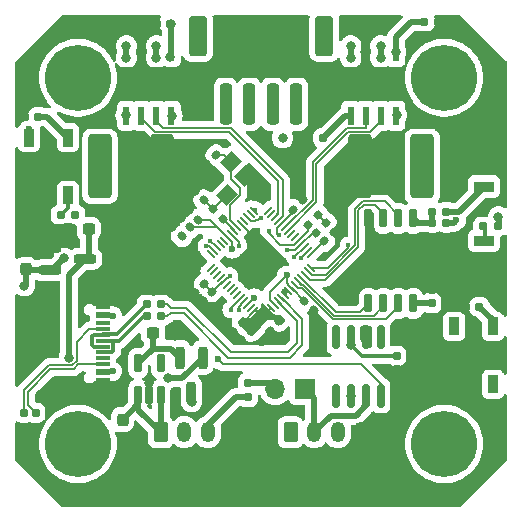
<source format=gbr>
%TF.GenerationSoftware,KiCad,Pcbnew,8.0.8*%
%TF.CreationDate,2025-02-17T01:58:26-08:00*%
%TF.ProjectId,Integrated FOC Stepper Driver,496e7465-6772-4617-9465-6420464f4320,rev?*%
%TF.SameCoordinates,Original*%
%TF.FileFunction,Copper,L1,Top*%
%TF.FilePolarity,Positive*%
%FSLAX46Y46*%
G04 Gerber Fmt 4.6, Leading zero omitted, Abs format (unit mm)*
G04 Created by KiCad (PCBNEW 8.0.8) date 2025-02-17 01:58:26*
%MOMM*%
%LPD*%
G01*
G04 APERTURE LIST*
G04 Aperture macros list*
%AMRoundRect*
0 Rectangle with rounded corners*
0 $1 Rounding radius*
0 $2 $3 $4 $5 $6 $7 $8 $9 X,Y pos of 4 corners*
0 Add a 4 corners polygon primitive as box body*
4,1,4,$2,$3,$4,$5,$6,$7,$8,$9,$2,$3,0*
0 Add four circle primitives for the rounded corners*
1,1,$1+$1,$2,$3*
1,1,$1+$1,$4,$5*
1,1,$1+$1,$6,$7*
1,1,$1+$1,$8,$9*
0 Add four rect primitives between the rounded corners*
20,1,$1+$1,$2,$3,$4,$5,0*
20,1,$1+$1,$4,$5,$6,$7,0*
20,1,$1+$1,$6,$7,$8,$9,0*
20,1,$1+$1,$8,$9,$2,$3,0*%
%AMRotRect*
0 Rectangle, with rotation*
0 The origin of the aperture is its center*
0 $1 length*
0 $2 width*
0 $3 Rotation angle, in degrees counterclockwise*
0 Add horizontal line*
21,1,$1,$2,0,0,$3*%
G04 Aperture macros list end*
%TA.AperFunction,SMDPad,CuDef*%
%ADD10RoundRect,0.155000X-0.040659X-0.259862X0.259862X0.040659X0.040659X0.259862X-0.259862X-0.040659X0*%
%TD*%
%TA.AperFunction,SMDPad,CuDef*%
%ADD11RoundRect,0.155000X0.040659X0.259862X-0.259862X-0.040659X-0.040659X-0.259862X0.259862X0.040659X0*%
%TD*%
%TA.AperFunction,ComponentPad*%
%ADD12C,5.600000*%
%TD*%
%TA.AperFunction,SMDPad,CuDef*%
%ADD13RoundRect,0.160000X-0.197500X-0.160000X0.197500X-0.160000X0.197500X0.160000X-0.197500X0.160000X0*%
%TD*%
%TA.AperFunction,SMDPad,CuDef*%
%ADD14RoundRect,0.160000X-0.026517X-0.252791X0.252791X0.026517X0.026517X0.252791X-0.252791X-0.026517X0*%
%TD*%
%TA.AperFunction,SMDPad,CuDef*%
%ADD15RoundRect,0.160000X-0.160000X0.197500X-0.160000X-0.197500X0.160000X-0.197500X0.160000X0.197500X0*%
%TD*%
%TA.AperFunction,SMDPad,CuDef*%
%ADD16RoundRect,0.090000X-0.360000X0.660000X-0.360000X-0.660000X0.360000X-0.660000X0.360000X0.660000X0*%
%TD*%
%TA.AperFunction,SMDPad,CuDef*%
%ADD17RoundRect,0.160000X0.197500X0.160000X-0.197500X0.160000X-0.197500X-0.160000X0.197500X-0.160000X0*%
%TD*%
%TA.AperFunction,SMDPad,CuDef*%
%ADD18RoundRect,0.150000X-0.150000X0.650000X-0.150000X-0.650000X0.150000X-0.650000X0.150000X0.650000X0*%
%TD*%
%TA.AperFunction,SMDPad,CuDef*%
%ADD19RoundRect,0.237500X-0.237500X0.300000X-0.237500X-0.300000X0.237500X-0.300000X0.237500X0.300000X0*%
%TD*%
%TA.AperFunction,SMDPad,CuDef*%
%ADD20RoundRect,0.155000X0.212500X0.155000X-0.212500X0.155000X-0.212500X-0.155000X0.212500X-0.155000X0*%
%TD*%
%TA.AperFunction,SMDPad,CuDef*%
%ADD21RoundRect,0.155000X-0.259862X0.040659X0.040659X-0.259862X0.259862X-0.040659X-0.040659X0.259862X0*%
%TD*%
%TA.AperFunction,SMDPad,CuDef*%
%ADD22RoundRect,0.249999X0.737501X2.450001X-0.737501X2.450001X-0.737501X-2.450001X0.737501X-2.450001X0*%
%TD*%
%TA.AperFunction,ComponentPad*%
%ADD23R,1.700000X1.700000*%
%TD*%
%TA.AperFunction,ComponentPad*%
%ADD24O,1.700000X1.700000*%
%TD*%
%TA.AperFunction,SMDPad,CuDef*%
%ADD25RoundRect,0.250000X0.250000X1.500000X-0.250000X1.500000X-0.250000X-1.500000X0.250000X-1.500000X0*%
%TD*%
%TA.AperFunction,SMDPad,CuDef*%
%ADD26RoundRect,0.250001X0.499999X1.449999X-0.499999X1.449999X-0.499999X-1.449999X0.499999X-1.449999X0*%
%TD*%
%TA.AperFunction,SMDPad,CuDef*%
%ADD27RotRect,1.400000X1.200000X45.000000*%
%TD*%
%TA.AperFunction,SMDPad,CuDef*%
%ADD28RoundRect,0.237500X-0.300000X-0.237500X0.300000X-0.237500X0.300000X0.237500X-0.300000X0.237500X0*%
%TD*%
%TA.AperFunction,SMDPad,CuDef*%
%ADD29RoundRect,0.155000X0.155000X-0.212500X0.155000X0.212500X-0.155000X0.212500X-0.155000X-0.212500X0*%
%TD*%
%TA.AperFunction,SMDPad,CuDef*%
%ADD30RoundRect,0.200000X-0.200000X0.750000X-0.200000X-0.750000X0.200000X-0.750000X0.200000X0.750000X0*%
%TD*%
%TA.AperFunction,ComponentPad*%
%ADD31RoundRect,0.250000X-0.350000X-0.625000X0.350000X-0.625000X0.350000X0.625000X-0.350000X0.625000X0*%
%TD*%
%TA.AperFunction,ComponentPad*%
%ADD32O,1.200000X1.750000*%
%TD*%
%TA.AperFunction,SMDPad,CuDef*%
%ADD33RoundRect,0.200000X-0.750000X-0.200000X0.750000X-0.200000X0.750000X0.200000X-0.750000X0.200000X0*%
%TD*%
%TA.AperFunction,SMDPad,CuDef*%
%ADD34R,1.700000X0.900000*%
%TD*%
%TA.AperFunction,SMDPad,CuDef*%
%ADD35RoundRect,0.237500X0.237500X-0.300000X0.237500X0.300000X-0.237500X0.300000X-0.237500X-0.300000X0*%
%TD*%
%TA.AperFunction,SMDPad,CuDef*%
%ADD36RoundRect,0.155000X-0.212500X-0.155000X0.212500X-0.155000X0.212500X0.155000X-0.212500X0.155000X0*%
%TD*%
%TA.AperFunction,SMDPad,CuDef*%
%ADD37RoundRect,0.160000X0.160000X-0.197500X0.160000X0.197500X-0.160000X0.197500X-0.160000X-0.197500X0*%
%TD*%
%TA.AperFunction,SMDPad,CuDef*%
%ADD38RoundRect,0.150000X-0.150000X0.825000X-0.150000X-0.825000X0.150000X-0.825000X0.150000X0.825000X0*%
%TD*%
%TA.AperFunction,SMDPad,CuDef*%
%ADD39RoundRect,0.160000X-0.252791X0.026517X0.026517X-0.252791X0.252791X-0.026517X-0.026517X0.252791X0*%
%TD*%
%TA.AperFunction,SMDPad,CuDef*%
%ADD40R,1.240000X0.600000*%
%TD*%
%TA.AperFunction,SMDPad,CuDef*%
%ADD41R,1.240000X0.300000*%
%TD*%
%TA.AperFunction,HeatsinkPad*%
%ADD42O,2.100000X1.000000*%
%TD*%
%TA.AperFunction,HeatsinkPad*%
%ADD43O,1.800000X1.000000*%
%TD*%
%TA.AperFunction,SMDPad,CuDef*%
%ADD44RoundRect,0.155000X0.259862X-0.040659X-0.040659X0.259862X-0.259862X0.040659X0.040659X-0.259862X0*%
%TD*%
%TA.AperFunction,SMDPad,CuDef*%
%ADD45R,0.600000X1.550000*%
%TD*%
%TA.AperFunction,ComponentPad*%
%ADD46C,0.600000*%
%TD*%
%TA.AperFunction,SMDPad,CuDef*%
%ADD47R,4.900000X2.950000*%
%TD*%
%TA.AperFunction,SMDPad,CuDef*%
%ADD48RoundRect,0.237500X0.300000X0.237500X-0.300000X0.237500X-0.300000X-0.237500X0.300000X-0.237500X0*%
%TD*%
%TA.AperFunction,SMDPad,CuDef*%
%ADD49RoundRect,0.249999X-0.737501X-2.450001X0.737501X-2.450001X0.737501X2.450001X-0.737501X2.450001X0*%
%TD*%
%TA.AperFunction,SMDPad,CuDef*%
%ADD50RoundRect,0.162500X0.162500X-0.617500X0.162500X0.617500X-0.162500X0.617500X-0.162500X-0.617500X0*%
%TD*%
%TA.AperFunction,SMDPad,CuDef*%
%ADD51RoundRect,0.155000X-0.155000X0.212500X-0.155000X-0.212500X0.155000X-0.212500X0.155000X0.212500X0*%
%TD*%
%TA.AperFunction,SMDPad,CuDef*%
%ADD52RoundRect,0.050000X0.238649X0.309359X-0.309359X-0.238649X-0.238649X-0.309359X0.309359X0.238649X0*%
%TD*%
%TA.AperFunction,SMDPad,CuDef*%
%ADD53RoundRect,0.050000X-0.238649X0.309359X-0.309359X0.238649X0.238649X-0.309359X0.309359X-0.238649X0*%
%TD*%
%TA.AperFunction,HeatsinkPad*%
%ADD54RotRect,3.200000X3.200000X225.000000*%
%TD*%
%TA.AperFunction,ViaPad*%
%ADD55C,0.600000*%
%TD*%
%TA.AperFunction,ViaPad*%
%ADD56C,0.400000*%
%TD*%
%TA.AperFunction,ViaPad*%
%ADD57C,0.800000*%
%TD*%
%TA.AperFunction,Conductor*%
%ADD58C,0.500000*%
%TD*%
%TA.AperFunction,Conductor*%
%ADD59C,0.150000*%
%TD*%
%TA.AperFunction,Conductor*%
%ADD60C,0.200000*%
%TD*%
%TA.AperFunction,Conductor*%
%ADD61C,0.300000*%
%TD*%
G04 APERTURE END LIST*
D10*
%TO.P,C18,1*%
%TO.N,GND*%
X45373717Y-41826283D03*
%TO.P,C18,2*%
%TO.N,/XIN*%
X46176283Y-41023717D03*
%TD*%
D11*
%TO.P,C10,1*%
%TO.N,GND*%
X53526283Y-44873717D03*
%TO.P,C10,2*%
%TO.N,+3.3V*%
X52723717Y-45676283D03*
%TD*%
D12*
%TO.P,H4,1*%
%TO.N,N/C*%
X34500000Y-65500000D03*
%TD*%
D13*
%TO.P,R1,1*%
%TO.N,Net-(D1-DIN)*%
X33052500Y-46075000D03*
%TO.P,R1,2*%
%TO.N,/NEOPIXEL*%
X34247500Y-46075000D03*
%TD*%
D11*
%TO.P,C20,1*%
%TO.N,+3.3V*%
X51551283Y-55098717D03*
%TO.P,C20,2*%
%TO.N,GND*%
X50748717Y-55901283D03*
%TD*%
D14*
%TO.P,R11,1*%
%TO.N,/SDA*%
X54630008Y-47594992D03*
%TO.P,R11,2*%
%TO.N,+3.3V*%
X55475000Y-46750000D03*
%TD*%
D15*
%TO.P,R2,1*%
%TO.N,Net-(J2-CC2)*%
X30925000Y-62852500D03*
%TO.P,R2,2*%
%TO.N,GND*%
X30925000Y-64047500D03*
%TD*%
D13*
%TO.P,R8,1*%
%TO.N,/QSPI_SS*%
X64502500Y-46775000D03*
%TO.P,R8,2*%
%TO.N,+3.3V*%
X65697500Y-46775000D03*
%TD*%
D16*
%TO.P,D2,1,VDD*%
%TO.N,+3.3V*%
X69650000Y-55550000D03*
%TO.P,D2,2,DOUT*%
%TO.N,unconnected-(D2-DOUT-Pad2)*%
X66350000Y-55550000D03*
%TO.P,D2,3,VSS*%
%TO.N,GND*%
X66350000Y-60450000D03*
%TO.P,D2,4,DIN*%
%TO.N,Net-(D1-DOUT)*%
X69650000Y-60450000D03*
%TD*%
D17*
%TO.P,R7,1*%
%TO.N,/~{USB_BOOT}*%
X65697500Y-45825000D03*
%TO.P,R7,2*%
%TO.N,/QSPI_SS*%
X64502500Y-45825000D03*
%TD*%
D12*
%TO.P,H3,1*%
%TO.N,N/C*%
X65500000Y-65500000D03*
%TD*%
D18*
%TO.P,U4,1,~{CS}*%
%TO.N,/QSPI_SS*%
X62905000Y-46400000D03*
%TO.P,U4,2,DO(IO1)*%
%TO.N,/QSPI_SD1*%
X61635000Y-46400000D03*
%TO.P,U4,3,IO2*%
%TO.N,/QSPI_SD2*%
X60365000Y-46400000D03*
%TO.P,U4,4,GND*%
%TO.N,GND*%
X59095000Y-46400000D03*
%TO.P,U4,5,DI(IO0)*%
%TO.N,/QSPI_SD0*%
X59095000Y-53600000D03*
%TO.P,U4,6,CLK*%
%TO.N,/QSPI_SCK*%
X60365000Y-53600000D03*
%TO.P,U4,7,IO3*%
%TO.N,/QSPI_SD3*%
X61635000Y-53600000D03*
%TO.P,U4,8,VCC*%
%TO.N,+3.3V*%
X62905000Y-53600000D03*
%TD*%
D10*
%TO.P,C7,1*%
%TO.N,GND*%
X48323717Y-56726283D03*
%TO.P,C7,2*%
%TO.N,+3.3V*%
X49126283Y-55923717D03*
%TD*%
D19*
%TO.P,C1,1*%
%TO.N,VBUS*%
X38275000Y-63425000D03*
%TO.P,C1,2*%
%TO.N,GND*%
X38275000Y-65150000D03*
%TD*%
D20*
%TO.P,C25,1*%
%TO.N,VBUS*%
X42300000Y-29900000D03*
%TO.P,C25,2*%
%TO.N,GND*%
X41165000Y-29900000D03*
%TD*%
D17*
%TO.P,R6,1*%
%TO.N,/USB_DN*%
X41525000Y-53675000D03*
%TO.P,R6,2*%
%TO.N,/USB_D-*%
X40330000Y-53675000D03*
%TD*%
D21*
%TO.P,C15,1*%
%TO.N,GND*%
X43881217Y-45698717D03*
%TO.P,C15,2*%
%TO.N,+1V1*%
X44683783Y-46501283D03*
%TD*%
D15*
%TO.P,R3,1*%
%TO.N,Net-(J2-CC1)*%
X29925000Y-62852500D03*
%TO.P,R3,2*%
%TO.N,GND*%
X29925000Y-64047500D03*
%TD*%
D22*
%TO.P,C22,1*%
%TO.N,VBUS*%
X63637500Y-42000000D03*
%TO.P,C22,2*%
%TO.N,GND*%
X58362500Y-42000000D03*
%TD*%
D23*
%TO.P,J5,1,Pin_1*%
%TO.N,/CAN_H*%
X53740000Y-60850000D03*
D24*
%TO.P,J5,2,Pin_2*%
%TO.N,Net-(J5-Pin_2)*%
X51200000Y-60850000D03*
%TD*%
D25*
%TO.P,J4,1,Pin_1*%
%TO.N,/A2*%
X53000000Y-36725000D03*
%TO.P,J4,2,Pin_2*%
%TO.N,/A1*%
X51000000Y-36725000D03*
%TO.P,J4,3,Pin_3*%
%TO.N,/B2*%
X49000000Y-36725000D03*
%TO.P,J4,4,Pin_4*%
%TO.N,/B1*%
X47000000Y-36725000D03*
D26*
%TO.P,J4,MP*%
%TO.N,N/C*%
X55350000Y-30975000D03*
X44650000Y-30975000D03*
%TD*%
D27*
%TO.P,Y1,1,1*%
%TO.N,Net-(C19-Pad2)*%
X47123223Y-44403858D03*
%TO.P,Y1,2,2*%
%TO.N,GND*%
X48678858Y-42848223D03*
%TO.P,Y1,3,3*%
%TO.N,/XIN*%
X47476777Y-41646142D03*
%TO.P,Y1,4,4*%
%TO.N,GND*%
X45921142Y-43201777D03*
%TD*%
D28*
%TO.P,C4,1*%
%TO.N,Net-(U1-VOUT)*%
X40850000Y-56100000D03*
%TO.P,C4,2*%
%TO.N,GND*%
X42575000Y-56100000D03*
%TD*%
D29*
%TO.P,C17,1*%
%TO.N,+3.3V*%
X64450000Y-53560000D03*
%TO.P,C17,2*%
%TO.N,GND*%
X64450000Y-52425000D03*
%TD*%
D13*
%TO.P,R5,1*%
%TO.N,/USB_D+*%
X40330000Y-54675000D03*
%TO.P,R5,2*%
%TO.N,/USB_DP*%
X41525000Y-54675000D03*
%TD*%
D21*
%TO.P,C19,1*%
%TO.N,GND*%
X44372434Y-44047434D03*
%TO.P,C19,2*%
%TO.N,Net-(C19-Pad2)*%
X45175000Y-44850000D03*
%TD*%
D10*
%TO.P,C8,1*%
%TO.N,GND*%
X44398717Y-52726283D03*
%TO.P,C8,2*%
%TO.N,+3.3V*%
X45201283Y-51923717D03*
%TD*%
D11*
%TO.P,C13,1*%
%TO.N,GND*%
X56151283Y-47523717D03*
%TO.P,C13,2*%
%TO.N,+3.3V*%
X55348717Y-48326283D03*
%TD*%
D30*
%TO.P,D3,1,A*%
%TO.N,/VUSB*%
X45050000Y-58175000D03*
%TO.P,D3,2,A*%
%TO.N,Net-(U1-VOUT)*%
X43150000Y-58175000D03*
%TO.P,D3,3,K*%
%TO.N,+5V*%
X44100000Y-61175000D03*
%TD*%
D31*
%TO.P,J1,1,Pin_1*%
%TO.N,VBUS*%
X41500000Y-64500000D03*
D32*
%TO.P,J1,2,Pin_2*%
%TO.N,/CAN_H*%
X43500000Y-64500000D03*
%TO.P,J1,3,Pin_3*%
%TO.N,/CAN_L*%
X45500000Y-64500000D03*
%TO.P,J1,4,Pin_4*%
%TO.N,GND*%
X47500000Y-64500000D03*
%TD*%
D12*
%TO.P,H2,1*%
%TO.N,N/C*%
X65500000Y-34500000D03*
%TD*%
D33*
%TO.P,U2,1,ADJ*%
%TO.N,GND*%
X32100000Y-48875000D03*
%TO.P,U2,2,VO*%
%TO.N,+3.3V*%
X32100000Y-50775000D03*
%TO.P,U2,3,VI*%
%TO.N,+5V*%
X35100000Y-49825000D03*
%TD*%
D34*
%TO.P,SW2,1,1*%
%TO.N,GND*%
X68875000Y-51700000D03*
%TO.P,SW2,2,2*%
%TO.N,/RUN*%
X68875000Y-48300000D03*
%TD*%
D21*
%TO.P,C9,1*%
%TO.N,GND*%
X42473717Y-47123717D03*
%TO.P,C9,2*%
%TO.N,+3.3V*%
X43276283Y-47926283D03*
%TD*%
D35*
%TO.P,C5,1*%
%TO.N,+3.3V*%
X30100000Y-50700000D03*
%TO.P,C5,2*%
%TO.N,GND*%
X30100000Y-48975000D03*
%TD*%
D36*
%TO.P,C24,1*%
%TO.N,VBUS*%
X63832500Y-29750000D03*
%TO.P,C24,2*%
%TO.N,GND*%
X64967500Y-29750000D03*
%TD*%
D10*
%TO.P,C12,1*%
%TO.N,GND*%
X45073717Y-53401283D03*
%TO.P,C12,2*%
%TO.N,+3.3V*%
X45876283Y-52598717D03*
%TD*%
D37*
%TO.P,R10,1*%
%TO.N,/CAN_L*%
X48900000Y-61522500D03*
%TO.P,R10,2*%
%TO.N,Net-(J5-Pin_2)*%
X48900000Y-60327500D03*
%TD*%
D14*
%TO.P,R12,1*%
%TO.N,/SCL*%
X53952504Y-46922496D03*
%TO.P,R12,2*%
%TO.N,+3.3V*%
X54797496Y-46077504D03*
%TD*%
D12*
%TO.P,H1,1*%
%TO.N,N/C*%
X34500000Y-34500000D03*
%TD*%
D38*
%TO.P,U5,1,TXD*%
%TO.N,/CAN_TX*%
X60155000Y-56475000D03*
%TO.P,U5,2,GND*%
%TO.N,GND*%
X58885000Y-56475000D03*
%TO.P,U5,3,VCC*%
%TO.N,+5V*%
X57615000Y-56475000D03*
%TO.P,U5,4,RXD*%
%TO.N,/CAN_RX*%
X56345000Y-56475000D03*
%TO.P,U5,5,VREF*%
%TO.N,unconnected-(U5-VREF-Pad5)*%
X56345000Y-61425000D03*
%TO.P,U5,6,CANL*%
%TO.N,/CAN_L*%
X57615000Y-61425000D03*
%TO.P,U5,7,CANH*%
%TO.N,/CAN_H*%
X58885000Y-61425000D03*
%TO.P,U5,8,S*%
%TO.N,/CAN_S*%
X60155000Y-61425000D03*
%TD*%
D13*
%TO.P,R14,1*%
%TO.N,/B_CURRENT*%
X51827500Y-39575000D03*
%TO.P,R14,2*%
%TO.N,GND*%
X53022500Y-39575000D03*
%TD*%
D20*
%TO.P,C3,1*%
%TO.N,+3.3V*%
X31135000Y-37800000D03*
%TO.P,C3,2*%
%TO.N,GND*%
X30000000Y-37800000D03*
%TD*%
D39*
%TO.P,R9,1*%
%TO.N,Net-(C19-Pad2)*%
X45902504Y-45577504D03*
%TO.P,R9,2*%
%TO.N,/XOUT*%
X46747496Y-46422496D03*
%TD*%
D40*
%TO.P,J2,A1,GND*%
%TO.N,GND*%
X36600000Y-53800000D03*
%TO.P,J2,A4,VBUS*%
%TO.N,/VUSB*%
X36600000Y-54600000D03*
D41*
%TO.P,J2,A5,CC1*%
%TO.N,Net-(J2-CC1)*%
X36600000Y-55750000D03*
%TO.P,J2,A6,D+*%
%TO.N,/USB_D+*%
X36600000Y-56750000D03*
%TO.P,J2,A7,D-*%
%TO.N,/USB_D-*%
X36600000Y-57250000D03*
%TO.P,J2,A8,SBU1*%
%TO.N,unconnected-(J2-SBU1-PadA8)*%
X36600000Y-58250000D03*
D40*
%TO.P,J2,A9,VBUS*%
%TO.N,/VUSB*%
X36600000Y-59400000D03*
%TO.P,J2,A12,GND*%
%TO.N,GND*%
X36600000Y-60200000D03*
%TO.P,J2,B1,GND*%
X36600000Y-60200000D03*
%TO.P,J2,B4,VBUS*%
%TO.N,/VUSB*%
X36600000Y-59400000D03*
D41*
%TO.P,J2,B5,CC2*%
%TO.N,Net-(J2-CC2)*%
X36600000Y-58750000D03*
%TO.P,J2,B6,D+*%
%TO.N,/USB_D+*%
X36600000Y-57750000D03*
%TO.P,J2,B7,D-*%
%TO.N,/USB_D-*%
X36600000Y-56250000D03*
%TO.P,J2,B8,SBU2*%
%TO.N,unconnected-(J2-SBU2-PadB8)*%
X36600000Y-55250000D03*
D40*
%TO.P,J2,B9,VBUS*%
%TO.N,/VUSB*%
X36600000Y-54600000D03*
%TO.P,J2,B12,GND*%
%TO.N,GND*%
X36600000Y-53800000D03*
D42*
%TO.P,J2,S1,SHIELD*%
X36000000Y-52680000D03*
D43*
X31800000Y-52680000D03*
D42*
X36000000Y-61320000D03*
D43*
X31800000Y-61320000D03*
%TD*%
D44*
%TO.P,C16,1*%
%TO.N,GND*%
X54476283Y-54176283D03*
%TO.P,C16,2*%
%TO.N,+1V1*%
X53673717Y-53373717D03*
%TD*%
D17*
%TO.P,R4,1*%
%TO.N,+3.3V*%
X70020000Y-47075000D03*
%TO.P,R4,2*%
%TO.N,/RUN*%
X68825000Y-47075000D03*
%TD*%
D34*
%TO.P,SW1,1,1*%
%TO.N,GND*%
X68875000Y-40300000D03*
%TO.P,SW1,2,2*%
%TO.N,/~{USB_BOOT}*%
X68875000Y-43700000D03*
%TD*%
D16*
%TO.P,D1,1,VDD*%
%TO.N,+3.3V*%
X33650000Y-39550000D03*
%TO.P,D1,2,DOUT*%
%TO.N,Net-(D1-DOUT)*%
X30350000Y-39550000D03*
%TO.P,D1,3,VSS*%
%TO.N,GND*%
X30350000Y-44450000D03*
%TO.P,D1,4,DIN*%
%TO.N,Net-(D1-DIN)*%
X33650000Y-44450000D03*
%TD*%
D21*
%TO.P,C14,1*%
%TO.N,GND*%
X43223717Y-46348717D03*
%TO.P,C14,2*%
%TO.N,+1V1*%
X44026283Y-47151283D03*
%TD*%
D45*
%TO.P,U7,1,IPROPI*%
%TO.N,/A_CURRENT*%
X57595000Y-37700000D03*
%TO.P,U7,2,IN2*%
%TO.N,/A2_PWM*%
X58865000Y-37700000D03*
%TO.P,U7,3,IN1*%
%TO.N,/A1_PWM*%
X60135000Y-37700000D03*
%TO.P,U7,4,VREF*%
%TO.N,+3.3V*%
X61405000Y-37700000D03*
%TO.P,U7,5,VM*%
%TO.N,VBUS*%
X61405000Y-32300000D03*
%TO.P,U7,6,OUT1*%
%TO.N,/A1*%
X60135000Y-32300000D03*
%TO.P,U7,7,GND*%
%TO.N,GND*%
X58865000Y-32300000D03*
%TO.P,U7,8,OUT2*%
%TO.N,/A2*%
X57595000Y-32300000D03*
D46*
%TO.P,U7,9,GND*%
%TO.N,GND*%
X57550000Y-35650000D03*
X58850000Y-35650000D03*
X60150000Y-35650000D03*
X61450000Y-35650000D03*
D47*
X59500000Y-35000000D03*
D46*
X57550000Y-34350000D03*
X58850000Y-34350000D03*
X60150000Y-34350000D03*
X61450000Y-34350000D03*
%TD*%
D48*
%TO.P,C2,1*%
%TO.N,+5V*%
X35412500Y-47275000D03*
%TO.P,C2,2*%
%TO.N,GND*%
X33687500Y-47275000D03*
%TD*%
D31*
%TO.P,J3,1,Pin_1*%
%TO.N,VBUS*%
X52500000Y-64500000D03*
D32*
%TO.P,J3,2,Pin_2*%
%TO.N,/CAN_H*%
X54500000Y-64500000D03*
%TO.P,J3,3,Pin_3*%
%TO.N,/CAN_L*%
X56500000Y-64500000D03*
%TO.P,J3,4,Pin_4*%
%TO.N,GND*%
X58500000Y-64500000D03*
%TD*%
D45*
%TO.P,U8,1,IPROPI*%
%TO.N,/B_CURRENT*%
X38595000Y-37700000D03*
%TO.P,U8,2,IN2*%
%TO.N,/B2_PWM*%
X39865000Y-37700000D03*
%TO.P,U8,3,IN1*%
%TO.N,/B1_PWM*%
X41135000Y-37700000D03*
%TO.P,U8,4,VREF*%
%TO.N,+3.3V*%
X42405000Y-37700000D03*
%TO.P,U8,5,VM*%
%TO.N,VBUS*%
X42405000Y-32300000D03*
%TO.P,U8,6,OUT1*%
%TO.N,/B1*%
X41135000Y-32300000D03*
%TO.P,U8,7,GND*%
%TO.N,GND*%
X39865000Y-32300000D03*
%TO.P,U8,8,OUT2*%
%TO.N,/B2*%
X38595000Y-32300000D03*
D46*
%TO.P,U8,9,GND*%
%TO.N,GND*%
X38550000Y-35650000D03*
X39850000Y-35650000D03*
X41150000Y-35650000D03*
X42450000Y-35650000D03*
D47*
X40500000Y-35000000D03*
D46*
X38550000Y-34350000D03*
X39850000Y-34350000D03*
X41150000Y-34350000D03*
X42450000Y-34350000D03*
%TD*%
D10*
%TO.P,C11,1*%
%TO.N,GND*%
X47648717Y-56051283D03*
%TO.P,C11,2*%
%TO.N,+3.3V*%
X48451283Y-55248717D03*
%TD*%
D49*
%TO.P,C23,1*%
%TO.N,VBUS*%
X36362500Y-42000000D03*
%TO.P,C23,2*%
%TO.N,GND*%
X41637500Y-42000000D03*
%TD*%
D50*
%TO.P,U1,1,VIN*%
%TO.N,VBUS*%
X39600000Y-61350000D03*
%TO.P,U1,2,GND*%
%TO.N,GND*%
X40550000Y-61350000D03*
%TO.P,U1,3,EN*%
%TO.N,VBUS*%
X41500000Y-61350000D03*
%TO.P,U1,4*%
%TO.N,N/C*%
X41500000Y-58650000D03*
%TO.P,U1,5,VOUT*%
%TO.N,Net-(U1-VOUT)*%
X39600000Y-58650000D03*
%TD*%
D20*
%TO.P,C6,1*%
%TO.N,+3.3V*%
X68492500Y-53875000D03*
%TO.P,C6,2*%
%TO.N,GND*%
X67357500Y-53875000D03*
%TD*%
D51*
%TO.P,C21,1*%
%TO.N,+5V*%
X61475000Y-58032500D03*
%TO.P,C21,2*%
%TO.N,GND*%
X61475000Y-59167500D03*
%TD*%
D52*
%TO.P,U3,1,IOVDD*%
%TO.N,+3.3V*%
X54269157Y-49407798D03*
%TO.P,U3,2,GPIO0*%
%TO.N,/CAN_TX*%
X53986314Y-49124955D03*
%TO.P,U3,3,GPIO1*%
%TO.N,/CAN_RX*%
X53703472Y-48842113D03*
%TO.P,U3,4,GPIO2*%
%TO.N,/SDA*%
X53420629Y-48559270D03*
%TO.P,U3,5,GPIO3*%
%TO.N,/SCL*%
X53137786Y-48276427D03*
%TO.P,U3,6,GPIO4*%
%TO.N,unconnected-(U3-GPIO4-Pad6)*%
X52854944Y-47993585D03*
%TO.P,U3,7,GPIO5*%
%TO.N,unconnected-(U3-GPIO5-Pad7)*%
X52572101Y-47710742D03*
%TO.P,U3,8,GPIO6*%
%TO.N,/A1_PWM*%
X52289258Y-47427899D03*
%TO.P,U3,9,GPIO7*%
%TO.N,/A2_PWM*%
X52006415Y-47145056D03*
%TO.P,U3,10,IOVDD*%
%TO.N,+3.3V*%
X51723573Y-46862214D03*
%TO.P,U3,11,GPIO8*%
%TO.N,/B1_PWM*%
X51440730Y-46579371D03*
%TO.P,U3,12,GPIO9*%
%TO.N,/B2_PWM*%
X51157887Y-46296528D03*
%TO.P,U3,13,GPIO10*%
%TO.N,unconnected-(U3-GPIO10-Pad13)*%
X50875045Y-46013686D03*
%TO.P,U3,14,GPIO11*%
%TO.N,unconnected-(U3-GPIO11-Pad14)*%
X50592202Y-45730843D03*
D53*
%TO.P,U3,15,GPIO12*%
%TO.N,/MT6701_PUSH*%
X49407798Y-45730843D03*
%TO.P,U3,16,GPIO13*%
%TO.N,unconnected-(U3-GPIO13-Pad16)*%
X49124955Y-46013686D03*
%TO.P,U3,17,GPIO14*%
%TO.N,/NEOPIXEL*%
X48842113Y-46296528D03*
%TO.P,U3,18,GPIO15*%
%TO.N,unconnected-(U3-GPIO15-Pad18)*%
X48559270Y-46579371D03*
%TO.P,U3,19,TESTEN*%
%TO.N,GND*%
X48276427Y-46862214D03*
%TO.P,U3,20,XIN*%
%TO.N,/XIN*%
X47993585Y-47145056D03*
%TO.P,U3,21,XOUT*%
%TO.N,/XOUT*%
X47710742Y-47427899D03*
%TO.P,U3,22,IOVDD*%
%TO.N,+3.3V*%
X47427899Y-47710742D03*
%TO.P,U3,23,DVDD*%
%TO.N,+1V1*%
X47145056Y-47993585D03*
%TO.P,U3,24,SWCLK*%
%TO.N,unconnected-(U3-SWCLK-Pad24)*%
X46862214Y-48276427D03*
%TO.P,U3,25,SWD*%
%TO.N,unconnected-(U3-SWD-Pad25)*%
X46579371Y-48559270D03*
%TO.P,U3,26,RUN*%
%TO.N,/RUN*%
X46296528Y-48842113D03*
%TO.P,U3,27,GPIO16*%
%TO.N,/CAN_S*%
X46013686Y-49124955D03*
%TO.P,U3,28,GPIO17*%
%TO.N,unconnected-(U3-GPIO17-Pad28)*%
X45730843Y-49407798D03*
D52*
%TO.P,U3,29,GPIO18*%
%TO.N,unconnected-(U3-GPIO18-Pad29)*%
X45730843Y-50592202D03*
%TO.P,U3,30,GPIO19*%
%TO.N,unconnected-(U3-GPIO19-Pad30)*%
X46013686Y-50875045D03*
%TO.P,U3,31,GPIO20*%
%TO.N,unconnected-(U3-GPIO20-Pad31)*%
X46296528Y-51157887D03*
%TO.P,U3,32,GPIO21*%
%TO.N,unconnected-(U3-GPIO21-Pad32)*%
X46579371Y-51440730D03*
%TO.P,U3,33,IOVDD*%
%TO.N,+3.3V*%
X46862214Y-51723573D03*
%TO.P,U3,34,GPIO22*%
%TO.N,unconnected-(U3-GPIO22-Pad34)*%
X47145056Y-52006415D03*
%TO.P,U3,35,GPIO23*%
%TO.N,unconnected-(U3-GPIO23-Pad35)*%
X47427899Y-52289258D03*
%TO.P,U3,36,GPIO24*%
%TO.N,unconnected-(U3-GPIO24-Pad36)*%
X47710742Y-52572101D03*
%TO.P,U3,37,GPIO25*%
%TO.N,unconnected-(U3-GPIO25-Pad37)*%
X47993585Y-52854944D03*
%TO.P,U3,38,GPIO26_ADC0*%
%TO.N,/A_CURRENT*%
X48276427Y-53137786D03*
%TO.P,U3,39,GPIO27_ADC1*%
%TO.N,/B_CURRENT*%
X48559270Y-53420629D03*
%TO.P,U3,40,GPIO28_ADC2*%
%TO.N,/MT6701_ANALOG*%
X48842113Y-53703472D03*
%TO.P,U3,41,GPIO29_ADC3*%
%TO.N,unconnected-(U3-GPIO29_ADC3-Pad41)*%
X49124955Y-53986314D03*
%TO.P,U3,42,IOVDD*%
%TO.N,+3.3V*%
X49407798Y-54269157D03*
D53*
%TO.P,U3,43,ADC_AVDD*%
X50592202Y-54269157D03*
%TO.P,U3,44,VREG_IN*%
X50875045Y-53986314D03*
%TO.P,U3,45,VREG_VOUT*%
%TO.N,+1V1*%
X51157887Y-53703472D03*
%TO.P,U3,46,USB_DM*%
%TO.N,/USB_DN*%
X51440730Y-53420629D03*
%TO.P,U3,47,USB_DP*%
%TO.N,/USB_DP*%
X51723573Y-53137786D03*
%TO.P,U3,48,USB_VDD*%
%TO.N,+3.3V*%
X52006415Y-52854944D03*
%TO.P,U3,49,IOVDD*%
X52289258Y-52572101D03*
%TO.P,U3,50,DVDD*%
%TO.N,+1V1*%
X52572101Y-52289258D03*
%TO.P,U3,51,QSPI_SD3*%
%TO.N,/QSPI_SD3*%
X52854944Y-52006415D03*
%TO.P,U3,52,QSPI_SCLK*%
%TO.N,/QSPI_SCK*%
X53137786Y-51723573D03*
%TO.P,U3,53,QSPI_SD0*%
%TO.N,/QSPI_SD0*%
X53420629Y-51440730D03*
%TO.P,U3,54,QSPI_SD2*%
%TO.N,/QSPI_SD2*%
X53703472Y-51157887D03*
%TO.P,U3,55,QSPI_SD1*%
%TO.N,/QSPI_SD1*%
X53986314Y-50875045D03*
%TO.P,U3,56,QSPI_SS*%
%TO.N,/QSPI_SS*%
X54269157Y-50592202D03*
D54*
%TO.P,U3,57,GND*%
%TO.N,GND*%
X50000000Y-50000000D03*
%TD*%
D17*
%TO.P,R13,1*%
%TO.N,/A_CURRENT*%
X55272500Y-39575000D03*
%TO.P,R13,2*%
%TO.N,GND*%
X54077500Y-39575000D03*
%TD*%
D55*
%TO.N,+3.3V*%
X55475000Y-46750000D03*
D56*
X48451283Y-55248717D03*
D57*
X29950000Y-52100000D03*
X42450000Y-37725000D03*
D56*
X47336971Y-51248815D03*
X55325978Y-48350978D03*
D57*
X49950000Y-54675000D03*
D55*
X66525000Y-46575000D03*
D56*
X43275000Y-47950000D03*
D57*
X30112500Y-50712500D03*
D56*
X51904999Y-52575000D03*
X49126283Y-55923717D03*
D57*
X70100000Y-46275000D03*
D56*
X51551283Y-55098717D03*
X62905000Y-53600000D03*
D55*
X33650000Y-39550000D03*
D56*
X51480259Y-47800908D03*
X52723717Y-45750000D03*
X64467500Y-53600000D03*
X45201283Y-51923717D03*
D55*
X69650000Y-55550000D03*
D56*
X45876283Y-52598717D03*
D57*
X33325000Y-49775000D03*
D56*
X48130136Y-48699999D03*
D57*
X61475000Y-37650000D03*
X32100000Y-50775000D03*
%TO.N,GND*%
X50000000Y-51000000D03*
D55*
X49675000Y-43825000D03*
X55200000Y-55975000D03*
X68875000Y-51700000D03*
D57*
X52150000Y-31200000D03*
D55*
X39375000Y-56875000D03*
X66350000Y-60450000D03*
X36975000Y-37975000D03*
D57*
X41650000Y-43975000D03*
D55*
X31850000Y-54975000D03*
D57*
X41650000Y-40975000D03*
X47350000Y-31025000D03*
D55*
X56850000Y-44725000D03*
X46600000Y-60450000D03*
X33575000Y-29925000D03*
X42875000Y-49375000D03*
X50000000Y-63775000D03*
X55200000Y-36075000D03*
X54476283Y-54176283D03*
D57*
X58350000Y-40950000D03*
D55*
X36600000Y-69425000D03*
X42575000Y-56100000D03*
D57*
X58350000Y-43950000D03*
D55*
X30225000Y-33075000D03*
D57*
X40549999Y-60373289D03*
D55*
X33950000Y-60175000D03*
X58850000Y-55650000D03*
X57025000Y-52200000D03*
D57*
X41650000Y-42975000D03*
D55*
X61725000Y-62000000D03*
D57*
X50025000Y-33050000D03*
D55*
X68900000Y-50025000D03*
X50075000Y-56925000D03*
X53400000Y-42200000D03*
D57*
X64800000Y-48575000D03*
X63300000Y-56275000D03*
X51000000Y-50000000D03*
X41650000Y-39975000D03*
X41650000Y-41975000D03*
D55*
X67900000Y-58100000D03*
D57*
X39865000Y-32300000D03*
D55*
X38175000Y-49475000D03*
X48678858Y-42848223D03*
D57*
X68850000Y-41975000D03*
X58350000Y-39950000D03*
D55*
X43525000Y-68075000D03*
X31850000Y-46775000D03*
D57*
X58350000Y-42950000D03*
D55*
X37350000Y-31925000D03*
X60875000Y-49850000D03*
D57*
X58350000Y-41950000D03*
X49000000Y-50000000D03*
X58865000Y-32300000D03*
D55*
X42900000Y-52875000D03*
D57*
X50000000Y-50000000D03*
D55*
%TO.N,+1V1*%
X44683783Y-46501283D03*
X47550000Y-49000000D03*
X44026283Y-47151283D03*
X52157530Y-51207761D03*
D57*
%TO.N,VBUS*%
X36362500Y-43000000D03*
X63650000Y-40975000D03*
X36362500Y-44000000D03*
X36362500Y-40000000D03*
X63650000Y-43975000D03*
X63650000Y-41975000D03*
X61405000Y-32300000D03*
X36362500Y-42000000D03*
X42362500Y-29900000D03*
X63650000Y-39975000D03*
X63650000Y-42975000D03*
X42309881Y-32750000D03*
X36362500Y-41000000D03*
%TO.N,/B2*%
X49000000Y-36600000D03*
X38595000Y-32800000D03*
X38595000Y-31800000D03*
%TO.N,/B1*%
X41135000Y-31800000D03*
X47000000Y-36600000D03*
X41135000Y-32800000D03*
%TO.N,/A2*%
X57595000Y-31800000D03*
X53000000Y-36600000D03*
X57595000Y-32800000D03*
%TO.N,/A1*%
X60135000Y-32800000D03*
X51000000Y-36600000D03*
X60135000Y-31800000D03*
D56*
%TO.N,/NEOPIXEL*%
X34247500Y-46075000D03*
X49980879Y-46342168D03*
%TO.N,/QSPI_SS*%
X62905000Y-46400000D03*
X57366906Y-48641906D03*
%TO.N,/RUN*%
X69000000Y-48300000D03*
X45700000Y-48300000D03*
%TO.N,/A_CURRENT*%
X47425000Y-54150000D03*
X55272500Y-39575000D03*
%TO.N,/B_CURRENT*%
X48100000Y-54150000D03*
D57*
X38575000Y-37675000D03*
X51827500Y-39575000D03*
%TO.N,+5V*%
X57650000Y-57150000D03*
X33750000Y-58200000D03*
X44125000Y-61925000D03*
D56*
%TO.N,/SCL*%
X50635000Y-47425000D03*
%TO.N,/MT6701_PUSH*%
X49525000Y-45650000D03*
%TO.N,/SDA*%
X52225000Y-49075000D03*
%TO.N,/CAN_TX*%
X60155000Y-56475000D03*
X53370756Y-49768219D03*
D55*
%TO.N,/CAN_S*%
X46375000Y-58325000D03*
D56*
X45325000Y-48725000D03*
%TO.N,/CAN_RX*%
X56345000Y-56475000D03*
X52825000Y-49700000D03*
D55*
%TO.N,/MT6701_ANALOG*%
X49425000Y-53125000D03*
D57*
%TO.N,/VUSB*%
X42100000Y-59925000D03*
D55*
X37447981Y-59344999D03*
X37447982Y-54655001D03*
%TO.N,Net-(D1-DOUT)*%
X69650000Y-60450000D03*
X30325000Y-38850000D03*
D57*
%TO.N,/CAN_L*%
X57615000Y-61425000D03*
%TD*%
D58*
%TO.N,/CAN_H*%
X55900000Y-63100000D02*
X54500000Y-64500000D01*
X58000000Y-63100000D02*
X55900000Y-63100000D01*
X58885000Y-62215000D02*
X58000000Y-63100000D01*
X58885000Y-61841262D02*
X58885000Y-62215000D01*
D59*
%TO.N,/A_CURRENT*%
X47425000Y-53989213D02*
X48276427Y-53137786D01*
X47425000Y-54150000D02*
X47425000Y-53989213D01*
%TO.N,/MT6701_ANALOG*%
X49420585Y-53125000D02*
X48842113Y-53703472D01*
X49425000Y-53125000D02*
X49420585Y-53125000D01*
D60*
%TO.N,+1V1*%
X47550000Y-48398529D02*
X47145056Y-47993585D01*
X47550000Y-49000000D02*
X47550000Y-48398529D01*
%TO.N,/NEOPIXEL*%
X49144610Y-46599025D02*
X48842113Y-46296528D01*
X49476534Y-46599025D02*
X49144610Y-46599025D01*
X49501534Y-46574025D02*
X49476534Y-46599025D01*
X49749022Y-46574025D02*
X49501534Y-46574025D01*
X49980879Y-46342168D02*
X49749022Y-46574025D01*
D59*
%TO.N,/XIN*%
X48250000Y-43798225D02*
X47476777Y-43025002D01*
X47476777Y-43025002D02*
X47476777Y-41646142D01*
X48250000Y-44408451D02*
X48250000Y-43798225D01*
X47400000Y-45258451D02*
X48250000Y-44408451D01*
X47993585Y-47145056D02*
X47400000Y-46551471D01*
X47400000Y-46551471D02*
X47400000Y-45258451D01*
D60*
%TO.N,/B2_PWM*%
X51475000Y-45979415D02*
X51157887Y-46296528D01*
X47296964Y-39067953D02*
X51475000Y-43245989D01*
X39865000Y-37885000D02*
X41047953Y-39067953D01*
X41047953Y-39067953D02*
X47296964Y-39067953D01*
X39865000Y-37700000D02*
X39865000Y-37885000D01*
X51475000Y-43245989D02*
X51475000Y-45979415D01*
%TO.N,/B1_PWM*%
X51825000Y-46195101D02*
X51440730Y-46579371D01*
X51825000Y-43136369D02*
X51825000Y-46195101D01*
X47431584Y-38742953D02*
X51825000Y-43136369D01*
X41702953Y-38742953D02*
X47431584Y-38742953D01*
X41135000Y-38175000D02*
X41702953Y-38742953D01*
X41135000Y-37700000D02*
X41135000Y-38175000D01*
%TO.N,/CAN_S*%
X58429999Y-58725000D02*
X60155000Y-60450001D01*
X46775000Y-58725000D02*
X58429999Y-58725000D01*
X60155000Y-60450001D02*
X60155000Y-61425000D01*
X46375000Y-58325000D02*
X46775000Y-58725000D01*
%TO.N,/A2_PWM*%
X54365000Y-44841287D02*
X52061231Y-47145056D01*
X54365000Y-41650380D02*
X54365000Y-44841287D01*
X58865000Y-38750000D02*
X57265380Y-38750000D01*
X52061231Y-47145056D02*
X52006415Y-47145056D01*
X58865000Y-37700000D02*
X58865000Y-38750000D01*
X57265380Y-38750000D02*
X54365000Y-41650380D01*
%TO.N,/A1_PWM*%
X54690000Y-41785000D02*
X54690000Y-45027157D01*
X54690000Y-45027157D02*
X52289258Y-47427899D01*
X57400000Y-39075000D02*
X54690000Y-41785000D01*
X60135000Y-38175000D02*
X59235000Y-39075000D01*
X60135000Y-37700000D02*
X60135000Y-38175000D01*
X59235000Y-39075000D02*
X57400000Y-39075000D01*
D59*
%TO.N,/QSPI_SD3*%
X61635000Y-53864775D02*
X61635000Y-53600000D01*
X56102082Y-54900000D02*
X60599775Y-54900000D01*
X53485994Y-52283912D02*
X56102082Y-54900000D01*
X53133912Y-52283912D02*
X53485994Y-52283912D01*
X60599775Y-54900000D02*
X61635000Y-53864775D01*
X52856415Y-52006415D02*
X53133912Y-52283912D01*
X52854944Y-52006415D02*
X52856415Y-52006415D01*
%TO.N,/QSPI_SD0*%
X58345000Y-54350000D02*
X59095000Y-53600000D01*
X56329899Y-54350000D02*
X58345000Y-54350000D01*
X53420629Y-51440730D02*
X56329899Y-54350000D01*
%TO.N,/QSPI_SCK*%
X59550000Y-54625000D02*
X60365000Y-53810000D01*
X56215991Y-54625000D02*
X59550000Y-54625000D01*
X53592060Y-52001069D02*
X56215991Y-54625000D01*
X53415282Y-52001069D02*
X53592060Y-52001069D01*
X60365000Y-53810000D02*
X60365000Y-53600000D01*
X53137786Y-51723573D02*
X53415282Y-52001069D01*
%TO.N,/QSPI_SS*%
X57366906Y-48891884D02*
X57366906Y-48641906D01*
X55666588Y-50592202D02*
X57366906Y-48891884D01*
X54269157Y-50592202D02*
X55666588Y-50592202D01*
%TO.N,/QSPI_SD2*%
X59650000Y-45225000D02*
X60365000Y-45940000D01*
X58250000Y-48786606D02*
X58250000Y-45698382D01*
X58723382Y-45225000D02*
X59650000Y-45225000D01*
X55411606Y-51625000D02*
X58250000Y-48786606D01*
X54170585Y-51625000D02*
X55411606Y-51625000D01*
X58250000Y-45698382D02*
X58723382Y-45225000D01*
X60365000Y-45940000D02*
X60365000Y-46400000D01*
X53703472Y-51157887D02*
X54170585Y-51625000D01*
%TO.N,/QSPI_SD1*%
X57975000Y-45584473D02*
X58609473Y-44950000D01*
X58609473Y-44950000D02*
X60475000Y-44950000D01*
X60475000Y-44950000D02*
X61635000Y-46110000D01*
X61635000Y-46110000D02*
X61635000Y-46400000D01*
X57975000Y-48672698D02*
X57975000Y-45584473D01*
X53986314Y-50875045D02*
X54271653Y-51160384D01*
X54271653Y-51160384D02*
X55487314Y-51160384D01*
X55487314Y-51160384D02*
X57975000Y-48672698D01*
D60*
%TO.N,Net-(J2-CC2)*%
X30250000Y-62177500D02*
X30925000Y-62852500D01*
X32159620Y-59150000D02*
X30250000Y-61059620D01*
X30250000Y-61059620D02*
X30250000Y-62177500D01*
X34543504Y-58750000D02*
X34143504Y-59150000D01*
X36600000Y-58750000D02*
X34543504Y-58750000D01*
X34143504Y-59150000D02*
X32159620Y-59150000D01*
%TO.N,Net-(J2-CC1)*%
X34375000Y-56825000D02*
X35450000Y-55750000D01*
X34375000Y-58458884D02*
X34375000Y-56825000D01*
X34008884Y-58825000D02*
X34375000Y-58458884D01*
X29925000Y-60925000D02*
X32025000Y-58825000D01*
X35450000Y-55750000D02*
X36600000Y-55750000D01*
X29925000Y-62852500D02*
X29925000Y-60925000D01*
X32025000Y-58825000D02*
X34008884Y-58825000D01*
D61*
%TO.N,/USB_D-*%
X35830000Y-57250000D02*
X36600000Y-57250000D01*
X35700000Y-57120000D02*
X35830000Y-57250000D01*
X35700000Y-56380000D02*
X35700000Y-57120000D01*
X36600000Y-56250000D02*
X35830000Y-56250000D01*
X35830000Y-56250000D02*
X35700000Y-56380000D01*
%TO.N,/USB_D+*%
X37375000Y-57750000D02*
X36600000Y-57750000D01*
X37495000Y-56875000D02*
X37495000Y-57630000D01*
X37495000Y-57630000D02*
X37375000Y-57750000D01*
X37370000Y-56750000D02*
X37495000Y-56875000D01*
X36600000Y-56750000D02*
X37370000Y-56750000D01*
D58*
%TO.N,+3.3V*%
X62905000Y-53600000D02*
X64467500Y-53600000D01*
X31100000Y-50775000D02*
X30175000Y-50775000D01*
D60*
X55325978Y-48350978D02*
X55325977Y-48350978D01*
D58*
X61425000Y-37700000D02*
X61475000Y-37650000D01*
D60*
X54797496Y-46077504D02*
X54802504Y-46077504D01*
D59*
X46862214Y-51723573D02*
X46862214Y-51723572D01*
D58*
X31135000Y-37800000D02*
X31900000Y-37800000D01*
X30175000Y-50775000D02*
X30112500Y-50712500D01*
D60*
X52289258Y-52572101D02*
X51907898Y-52572101D01*
D58*
X70145000Y-46320000D02*
X70100000Y-46275000D01*
X30112500Y-50712500D02*
X30112500Y-51937500D01*
D60*
X49407798Y-54269157D02*
X50592202Y-54269157D01*
X55348717Y-48328238D02*
X55325978Y-48350977D01*
D59*
X46862214Y-51723572D02*
X47336971Y-51248815D01*
D58*
X32100000Y-50775000D02*
X31100000Y-50775000D01*
D60*
X51907898Y-52572101D02*
X51904999Y-52575000D01*
X55325978Y-48350977D02*
X55325978Y-48350978D01*
D58*
X30112500Y-51937500D02*
X29950000Y-52100000D01*
D60*
X48451283Y-55225672D02*
X49407798Y-54269157D01*
D59*
X51371076Y-47691725D02*
X51480259Y-47800908D01*
D60*
X48451283Y-55248717D02*
X48451283Y-55225672D01*
D58*
X32100000Y-50775000D02*
X32325000Y-50775000D01*
X69650000Y-55550000D02*
X69650000Y-55032500D01*
D60*
X55348717Y-48326283D02*
X55348717Y-48328238D01*
X43276283Y-47926283D02*
X43276283Y-47948717D01*
D58*
X66325000Y-46775000D02*
X66525000Y-46575000D01*
D59*
X47427899Y-47710742D02*
X48130136Y-48412979D01*
D58*
X70145000Y-47075000D02*
X70145000Y-46320000D01*
D59*
X51723573Y-46862214D02*
X51371076Y-47214711D01*
D60*
X55325977Y-48350978D02*
X54269157Y-49407798D01*
D59*
X46751427Y-51723573D02*
X45876283Y-52598717D01*
D60*
X50592202Y-54269157D02*
X50875045Y-53986314D01*
D58*
X65697500Y-46775000D02*
X66325000Y-46775000D01*
D59*
X52723717Y-45862070D02*
X52723717Y-45750000D01*
D60*
X45201283Y-51923717D02*
X45876283Y-52598717D01*
D58*
X31900000Y-37800000D02*
X33650000Y-39550000D01*
X30112500Y-50712500D02*
X30100000Y-50700000D01*
D59*
X46862214Y-51723573D02*
X46751427Y-51723573D01*
D60*
X54802504Y-46077504D02*
X55475000Y-46750000D01*
D58*
X32325000Y-50775000D02*
X33325000Y-49775000D01*
D59*
X48130136Y-48412979D02*
X48130136Y-48699999D01*
D60*
X43276283Y-47948717D02*
X43275000Y-47950000D01*
X52289258Y-52572101D02*
X52006417Y-52854942D01*
D58*
X69650000Y-55032500D02*
X68492500Y-53875000D01*
D59*
X51723573Y-46862214D02*
X52723717Y-45862070D01*
X52723717Y-45750000D02*
X52723717Y-45676283D01*
X51371076Y-47214711D02*
X51371076Y-47691725D01*
D58*
%TO.N,GND*%
X39865000Y-34335000D02*
X39850000Y-34350000D01*
D60*
X58885000Y-55685000D02*
X58850000Y-55650000D01*
D58*
X58865000Y-34335000D02*
X58850000Y-34350000D01*
D60*
X58885000Y-56475000D02*
X58885000Y-55685000D01*
X48276427Y-46862214D02*
X50000000Y-48585787D01*
X50000000Y-48585787D02*
X50000000Y-49000000D01*
D58*
X40550000Y-60373290D02*
X40549999Y-60373289D01*
X39865000Y-32300000D02*
X39865000Y-34335000D01*
X40550000Y-61350000D02*
X40550000Y-60373290D01*
X58865000Y-32300000D02*
X58865000Y-34335000D01*
D60*
%TO.N,+1V1*%
X52572101Y-52289258D02*
X52589258Y-52289258D01*
X47145056Y-47993585D02*
X45652754Y-46501283D01*
X44026283Y-47151283D02*
X46302754Y-47151283D01*
X51157887Y-53703472D02*
X50775000Y-53320585D01*
X52589258Y-52289258D02*
X53673717Y-53373717D01*
X52157530Y-51874687D02*
X52572101Y-52289258D01*
X46302754Y-47151283D02*
X47145056Y-47993585D01*
X45652754Y-46501283D02*
X44683783Y-46501283D01*
X50775000Y-52590291D02*
X52157530Y-51207761D01*
X50775000Y-53320585D02*
X50775000Y-52590291D01*
X52157530Y-51207761D02*
X52157530Y-51874687D01*
D59*
%TO.N,/XIN*%
X47476777Y-41646142D02*
X46854352Y-41023717D01*
X46854352Y-41023717D02*
X46176283Y-41023717D01*
D58*
%TO.N,VBUS*%
X62680000Y-29750000D02*
X61405000Y-31025000D01*
X39600000Y-61350000D02*
X39600000Y-62600000D01*
X39600000Y-62600000D02*
X41500000Y-64500000D01*
X42362500Y-30000000D02*
X42362500Y-29900000D01*
X41500000Y-64500000D02*
X41500000Y-61350000D01*
X61405000Y-31025000D02*
X61405000Y-32300000D01*
X42362500Y-32697381D02*
X42309881Y-32750000D01*
X39600000Y-62100000D02*
X38275000Y-63425000D01*
X42362500Y-30000000D02*
X42362500Y-32697381D01*
X39600000Y-61350000D02*
X39600000Y-62100000D01*
X63832500Y-29750000D02*
X62680000Y-29750000D01*
D61*
%TO.N,/USB_D+*%
X36625000Y-56775000D02*
X38007818Y-56775000D01*
X36600000Y-56750000D02*
X36625000Y-56775000D01*
X40107818Y-54675000D02*
X40330000Y-54675000D01*
X38007818Y-56775000D02*
X40107818Y-54675000D01*
%TO.N,/USB_D-*%
X37780000Y-56225000D02*
X40330000Y-53675000D01*
X36625000Y-56225000D02*
X37780000Y-56225000D01*
X36600000Y-56250000D02*
X36625000Y-56225000D01*
D58*
%TO.N,/~{USB_BOOT}*%
X66750000Y-45825000D02*
X68875000Y-43700000D01*
X65697500Y-45825000D02*
X66750000Y-45825000D01*
%TO.N,/QSPI_SS*%
X63280000Y-46775000D02*
X62905000Y-46400000D01*
X64502500Y-45825000D02*
X64502500Y-46775000D01*
X64502500Y-46775000D02*
X63280000Y-46775000D01*
D61*
%TO.N,/RUN*%
X68950000Y-47075000D02*
X68950000Y-48250000D01*
D59*
X46296528Y-48842113D02*
X46242113Y-48842113D01*
X46242113Y-48842113D02*
X45700000Y-48300000D01*
D61*
X68950000Y-48250000D02*
X69000000Y-48300000D01*
D59*
%TO.N,/XOUT*%
X47710742Y-47385742D02*
X46747496Y-46422496D01*
X47710742Y-47427899D02*
X47710742Y-47385742D01*
D58*
%TO.N,/A_CURRENT*%
X57595000Y-37700000D02*
X57147500Y-37700000D01*
X57147500Y-37700000D02*
X55272500Y-39575000D01*
%TO.N,/B_CURRENT*%
X38595000Y-37695000D02*
X38575000Y-37675000D01*
X38595000Y-37700000D02*
X38595000Y-37695000D01*
D59*
X48100000Y-53879899D02*
X48100000Y-54150000D01*
X48559270Y-53420629D02*
X48100000Y-53879899D01*
D61*
%TO.N,+5V*%
X57615000Y-56475000D02*
X57615000Y-57115000D01*
X61475000Y-58032500D02*
X58532500Y-58032500D01*
D58*
X35412500Y-47275000D02*
X35412500Y-49512500D01*
D61*
X44100000Y-61175000D02*
X44100000Y-61900000D01*
D58*
X35412500Y-49512500D02*
X35100000Y-49825000D01*
D61*
X57615000Y-57115000D02*
X57650000Y-57150000D01*
X58532500Y-58032500D02*
X57650000Y-57150000D01*
X44100000Y-61900000D02*
X44125000Y-61925000D01*
D58*
X35100000Y-49825000D02*
X33750000Y-51175000D01*
X33750000Y-51175000D02*
X33750000Y-58200000D01*
D59*
%TO.N,/SCL*%
X50635000Y-47660000D02*
X50635000Y-47425000D01*
X53137786Y-48276427D02*
X52785749Y-48628464D01*
X51603464Y-48628464D02*
X50635000Y-47660000D01*
X52785749Y-48628464D02*
X51603464Y-48628464D01*
D60*
X53952504Y-46922496D02*
X53952504Y-47461709D01*
X53952504Y-47461709D02*
X53137786Y-48276427D01*
D59*
%TO.N,/SDA*%
X53420629Y-48559270D02*
X52904899Y-49075000D01*
X52904899Y-49075000D02*
X52225000Y-49075000D01*
D60*
X54630008Y-47594992D02*
X54384907Y-47594992D01*
X54384907Y-47594992D02*
X53420629Y-48559270D01*
D59*
%TO.N,/CAN_TX*%
X53986314Y-49124955D02*
X53986314Y-49152661D01*
X53986314Y-49152661D02*
X53370756Y-49768219D01*
%TO.N,/CAN_S*%
X45613731Y-48725000D02*
X45325000Y-48725000D01*
X46013686Y-49124955D02*
X45613731Y-48725000D01*
%TO.N,/CAN_RX*%
X53682887Y-48842113D02*
X52825000Y-49700000D01*
X53703472Y-48842113D02*
X53682887Y-48842113D01*
D58*
%TO.N,Net-(J5-Pin_2)*%
X48900000Y-60327500D02*
X50677500Y-60327500D01*
X50677500Y-60327500D02*
X51200000Y-60850000D01*
%TO.N,/VUSB*%
X45050000Y-58175000D02*
X43300000Y-59925000D01*
D61*
X37392981Y-54600000D02*
X37447982Y-54655001D01*
X36600000Y-54600000D02*
X37392981Y-54600000D01*
X36600000Y-59400000D02*
X37392980Y-59400000D01*
D58*
X43300000Y-59925000D02*
X42100000Y-59925000D01*
D61*
X37392980Y-59400000D02*
X37447981Y-59344999D01*
D58*
%TO.N,Net-(U1-VOUT)*%
X40850000Y-56100000D02*
X40850000Y-57400000D01*
X42395000Y-57420000D02*
X43150000Y-58175000D01*
X40850000Y-57400000D02*
X40830000Y-57420000D01*
X39600000Y-58650000D02*
X40830000Y-57420000D01*
X40830000Y-57420000D02*
X42395000Y-57420000D01*
D60*
%TO.N,Net-(D1-DOUT)*%
X30350000Y-39550000D02*
X30350000Y-38875000D01*
X30350000Y-38875000D02*
X30325000Y-38850000D01*
D61*
%TO.N,Net-(D1-DIN)*%
X33650000Y-44450000D02*
X33650000Y-45477500D01*
X33650000Y-45477500D02*
X33052500Y-46075000D01*
D59*
%TO.N,Net-(C19-Pad2)*%
X47123223Y-44403858D02*
X45949577Y-45577504D01*
X45175000Y-44850000D02*
X45902504Y-45577504D01*
X45949577Y-45577504D02*
X45902504Y-45577504D01*
D60*
%TO.N,/USB_DP*%
X41525000Y-54675000D02*
X42061251Y-54675000D01*
X52443200Y-58175000D02*
X53500000Y-57118200D01*
X53500000Y-54878857D02*
X51758929Y-53137786D01*
X42061251Y-54675000D02*
X42336251Y-54400000D01*
X53500000Y-57118200D02*
X53500000Y-54878857D01*
X43456800Y-54400000D02*
X47231800Y-58175000D01*
X42336251Y-54400000D02*
X43456800Y-54400000D01*
X47231800Y-58175000D02*
X52443200Y-58175000D01*
X51758929Y-53137786D02*
X51723573Y-53137786D01*
%TO.N,/USB_DN*%
X43643200Y-53950000D02*
X47418200Y-57725000D01*
X53050000Y-55065255D02*
X51440730Y-53455985D01*
X41525000Y-53675000D02*
X42061251Y-53675000D01*
X51440730Y-53455985D02*
X51440730Y-53420629D01*
X52256800Y-57725000D02*
X53050000Y-56931800D01*
X53050000Y-56931800D02*
X53050000Y-55065255D01*
X47418200Y-57725000D02*
X52256800Y-57725000D01*
X42336251Y-53950000D02*
X43643200Y-53950000D01*
X42061251Y-53675000D02*
X42336251Y-53950000D01*
D58*
%TO.N,/CAN_H*%
X54500000Y-64500000D02*
X54500000Y-61610000D01*
X54500000Y-61610000D02*
X53740000Y-60850000D01*
%TO.N,/CAN_L*%
X47852500Y-61522500D02*
X45500000Y-63875000D01*
X45500000Y-63875000D02*
X45500000Y-64500000D01*
X48900000Y-61522500D02*
X47852500Y-61522500D01*
%TD*%
%TA.AperFunction,Conductor*%
%TO.N,+3.3V*%
G36*
X50236666Y-53603761D02*
G01*
X50263943Y-53636410D01*
X50294477Y-53689297D01*
X50294481Y-53689302D01*
X50413349Y-53808170D01*
X50413355Y-53808175D01*
X50428788Y-53823608D01*
X51037742Y-54432563D01*
X51037746Y-54432566D01*
X51037751Y-54432571D01*
X51107815Y-54487612D01*
X51107817Y-54487613D01*
X51107820Y-54487615D01*
X51159682Y-54510141D01*
X51246615Y-54547901D01*
X51396536Y-54568507D01*
X51546456Y-54547901D01*
X51557578Y-54543069D01*
X51564529Y-54540051D01*
X51633860Y-54531396D01*
X51696865Y-54561598D01*
X51701613Y-54566103D01*
X52032492Y-54896982D01*
X52065977Y-54958305D01*
X52060993Y-55027997D01*
X52027586Y-55076990D01*
X51653320Y-55412538D01*
X51590265Y-55442633D01*
X51520948Y-55433860D01*
X51482864Y-55407892D01*
X51206089Y-55131118D01*
X51206078Y-55131108D01*
X51206072Y-55131102D01*
X51177731Y-55106895D01*
X51032599Y-55027108D01*
X51032594Y-55027106D01*
X51032592Y-55027106D01*
X50872187Y-54985921D01*
X50872184Y-54985921D01*
X50706567Y-54985921D01*
X50706563Y-54985921D01*
X50546158Y-55027106D01*
X50546148Y-55027109D01*
X50401022Y-55106892D01*
X50401022Y-55106893D01*
X50372681Y-55131098D01*
X50372677Y-55131102D01*
X49978529Y-55525253D01*
X49954327Y-55553588D01*
X49874543Y-55698714D01*
X49874540Y-55698722D01*
X49858461Y-55761349D01*
X49822723Y-55821387D01*
X49788609Y-55838401D01*
X49790579Y-55842486D01*
X49774998Y-55850000D01*
X49278972Y-56290912D01*
X49215788Y-56320738D01*
X49146510Y-56311670D01*
X49102299Y-56278762D01*
X49093911Y-56268941D01*
X49093900Y-56268928D01*
X49021477Y-56196505D01*
X48781089Y-55956118D01*
X48781078Y-55956108D01*
X48781072Y-55956102D01*
X48752731Y-55931895D01*
X48607599Y-55852108D01*
X48607596Y-55852107D01*
X48600344Y-55849236D01*
X48601200Y-55847072D01*
X48551184Y-55817297D01*
X48527519Y-55773951D01*
X48525761Y-55774648D01*
X48522892Y-55767400D01*
X48472229Y-55675246D01*
X48443105Y-55622269D01*
X48438947Y-55617401D01*
X48418903Y-55593932D01*
X48418900Y-55593928D01*
X48350218Y-55525246D01*
X48106089Y-55281118D01*
X48106069Y-55281100D01*
X48093634Y-55270478D01*
X48055443Y-55211970D01*
X48054947Y-55142102D01*
X48086485Y-55088514D01*
X48368422Y-54806577D01*
X48398466Y-54784470D01*
X48457441Y-54753517D01*
X48525948Y-54739792D01*
X48591002Y-54765285D01*
X48591581Y-54765737D01*
X48597586Y-54770454D01*
X48597591Y-54770457D01*
X48665145Y-54799799D01*
X48736386Y-54830743D01*
X48886306Y-54851349D01*
X49036227Y-54830743D01*
X49118049Y-54795202D01*
X49175021Y-54770457D01*
X49175022Y-54770456D01*
X49175027Y-54770454D01*
X49245091Y-54715413D01*
X49854054Y-54106450D01*
X49909095Y-54036386D01*
X49912279Y-54029057D01*
X49953874Y-53933294D01*
X49969384Y-53897586D01*
X49989990Y-53747665D01*
X49989990Y-53743450D01*
X49991079Y-53739740D01*
X49991145Y-53739262D01*
X49991216Y-53739271D01*
X50009675Y-53676411D01*
X50026309Y-53655769D01*
X50034431Y-53647646D01*
X50054816Y-53627262D01*
X50054819Y-53627256D01*
X50059159Y-53621816D01*
X50061503Y-53623685D01*
X50103739Y-53586221D01*
X50172778Y-53575476D01*
X50236666Y-53603761D01*
G37*
%TD.AperFunction*%
%TD*%
%TA.AperFunction,Conductor*%
%TO.N,GND*%
G36*
X41497608Y-29220185D02*
G01*
X41543363Y-29272989D01*
X41553307Y-29342147D01*
X41537301Y-29387621D01*
X41481129Y-29482601D01*
X41481128Y-29482604D01*
X41434924Y-29641637D01*
X41434923Y-29641643D01*
X41432000Y-29678789D01*
X41432000Y-30121190D01*
X41432001Y-30121215D01*
X41434923Y-30158354D01*
X41434923Y-30158357D01*
X41434924Y-30158358D01*
X41467407Y-30270166D01*
X41481130Y-30317400D01*
X41565434Y-30459950D01*
X41565440Y-30459958D01*
X41575678Y-30470195D01*
X41609165Y-30531517D01*
X41612000Y-30557879D01*
X41612000Y-30835710D01*
X41592315Y-30902749D01*
X41539511Y-30948504D01*
X41470353Y-30958448D01*
X41437565Y-30948990D01*
X41414802Y-30938855D01*
X41244931Y-30902749D01*
X41229646Y-30899500D01*
X41040354Y-30899500D01*
X41025069Y-30902749D01*
X40855197Y-30938855D01*
X40855192Y-30938857D01*
X40682270Y-31015848D01*
X40682265Y-31015851D01*
X40529134Y-31127107D01*
X40524308Y-31131453D01*
X40523997Y-31131107D01*
X40514843Y-31139462D01*
X40477459Y-31167448D01*
X40477453Y-31167454D01*
X40391205Y-31282665D01*
X40391202Y-31282671D01*
X40389949Y-31286032D01*
X40381159Y-31304688D01*
X40307820Y-31431716D01*
X40249327Y-31611740D01*
X40249326Y-31611744D01*
X40229540Y-31800000D01*
X40249326Y-31988256D01*
X40249327Y-31988259D01*
X40307821Y-32168285D01*
X40317887Y-32185720D01*
X40334500Y-32247720D01*
X40334500Y-32352280D01*
X40317888Y-32414278D01*
X40307821Y-32431714D01*
X40260356Y-32577796D01*
X40249326Y-32611744D01*
X40229540Y-32800000D01*
X40249326Y-32988256D01*
X40249327Y-32988259D01*
X40307821Y-33168285D01*
X40381156Y-33295306D01*
X40389948Y-33313964D01*
X40391203Y-33317330D01*
X40391204Y-33317331D01*
X40477454Y-33432546D01*
X40477457Y-33432548D01*
X40477460Y-33432551D01*
X40514834Y-33460530D01*
X40523990Y-33468890D01*
X40524303Y-33468543D01*
X40529131Y-33472890D01*
X40682265Y-33584148D01*
X40682270Y-33584151D01*
X40855192Y-33661142D01*
X40855197Y-33661144D01*
X41040354Y-33700500D01*
X41040355Y-33700500D01*
X41229644Y-33700500D01*
X41229646Y-33700500D01*
X41414803Y-33661144D01*
X41587730Y-33584151D01*
X41683967Y-33514230D01*
X41749770Y-33490752D01*
X41817824Y-33506577D01*
X41829729Y-33514228D01*
X41857150Y-33534150D01*
X41857151Y-33534151D01*
X42030073Y-33611142D01*
X42030078Y-33611144D01*
X42215235Y-33650500D01*
X42215236Y-33650500D01*
X42404525Y-33650500D01*
X42404527Y-33650500D01*
X42589684Y-33611144D01*
X42645663Y-33586219D01*
X42696099Y-33575499D01*
X42752871Y-33575499D01*
X42752872Y-33575499D01*
X42812483Y-33569091D01*
X42947331Y-33518796D01*
X43062546Y-33432546D01*
X43148796Y-33317331D01*
X43199091Y-33182483D01*
X43205500Y-33122873D01*
X43205499Y-32850134D01*
X43206178Y-32837173D01*
X43215341Y-32750000D01*
X43215340Y-32749996D01*
X43215838Y-32745265D01*
X43242423Y-32680651D01*
X43299720Y-32640666D01*
X43369539Y-32638006D01*
X43429713Y-32673515D01*
X43456865Y-32719222D01*
X43465187Y-32744337D01*
X43557286Y-32893651D01*
X43557289Y-32893655D01*
X43681344Y-33017710D01*
X43681348Y-33017713D01*
X43830662Y-33109812D01*
X43830664Y-33109813D01*
X43830666Y-33109814D01*
X43997203Y-33164999D01*
X44099992Y-33175500D01*
X44099997Y-33175500D01*
X45200003Y-33175500D01*
X45200008Y-33175500D01*
X45302797Y-33164999D01*
X45469334Y-33109814D01*
X45618655Y-33017711D01*
X45742711Y-32893655D01*
X45834814Y-32744334D01*
X45889999Y-32577797D01*
X45900500Y-32475008D01*
X45900500Y-29474992D01*
X45889999Y-29372203D01*
X45887115Y-29363502D01*
X45884714Y-29293676D01*
X45920446Y-29233634D01*
X45982966Y-29202441D01*
X46004822Y-29200500D01*
X53995178Y-29200500D01*
X54062217Y-29220185D01*
X54107972Y-29272989D01*
X54117916Y-29342147D01*
X54112884Y-29363504D01*
X54110000Y-29372204D01*
X54099500Y-29474984D01*
X54099500Y-32475015D01*
X54110000Y-32577795D01*
X54110001Y-32577796D01*
X54165186Y-32744335D01*
X54165187Y-32744337D01*
X54257286Y-32893651D01*
X54257289Y-32893655D01*
X54381344Y-33017710D01*
X54381348Y-33017713D01*
X54530662Y-33109812D01*
X54530664Y-33109813D01*
X54530666Y-33109814D01*
X54697203Y-33164999D01*
X54799992Y-33175500D01*
X54799997Y-33175500D01*
X55900003Y-33175500D01*
X55900008Y-33175500D01*
X56002797Y-33164999D01*
X56169334Y-33109814D01*
X56318655Y-33017711D01*
X56442711Y-32893655D01*
X56471157Y-32847536D01*
X56523104Y-32800813D01*
X56592066Y-32789590D01*
X56656148Y-32817433D01*
X56695005Y-32875502D01*
X56700015Y-32899668D01*
X56709326Y-32988256D01*
X56709327Y-32988259D01*
X56767821Y-33168285D01*
X56841156Y-33295306D01*
X56849948Y-33313964D01*
X56851203Y-33317330D01*
X56851204Y-33317331D01*
X56937454Y-33432546D01*
X56937457Y-33432548D01*
X56937460Y-33432551D01*
X56974834Y-33460530D01*
X56983990Y-33468890D01*
X56984303Y-33468543D01*
X56989131Y-33472890D01*
X57142265Y-33584148D01*
X57142270Y-33584151D01*
X57315192Y-33661142D01*
X57315197Y-33661144D01*
X57500354Y-33700500D01*
X57500355Y-33700500D01*
X57689644Y-33700500D01*
X57689646Y-33700500D01*
X57874803Y-33661144D01*
X58047730Y-33584151D01*
X58200871Y-33472888D01*
X58200877Y-33472880D01*
X58205697Y-33468542D01*
X58206013Y-33468893D01*
X58215169Y-33460526D01*
X58236434Y-33444607D01*
X58252546Y-33432546D01*
X58338796Y-33317331D01*
X58340052Y-33313964D01*
X58348835Y-33295317D01*
X58422179Y-33168284D01*
X58480674Y-32988256D01*
X58500460Y-32800000D01*
X58480674Y-32611744D01*
X58422179Y-32431716D01*
X58418348Y-32425081D01*
X58412111Y-32414277D01*
X58395499Y-32352279D01*
X58395499Y-32247720D01*
X58412113Y-32185718D01*
X58422179Y-32168284D01*
X58480674Y-31988256D01*
X58500460Y-31800000D01*
X58480674Y-31611744D01*
X58422179Y-31431716D01*
X58348841Y-31304690D01*
X58340046Y-31286021D01*
X58338796Y-31282669D01*
X58338793Y-31282664D01*
X58252547Y-31167455D01*
X58252546Y-31167454D01*
X58215163Y-31139468D01*
X58206011Y-31131110D01*
X58205698Y-31131458D01*
X58200873Y-31127115D01*
X58200871Y-31127112D01*
X58200864Y-31127107D01*
X58047734Y-31015851D01*
X58047729Y-31015848D01*
X57874807Y-30938857D01*
X57874802Y-30938855D01*
X57704931Y-30902749D01*
X57689646Y-30899500D01*
X57500354Y-30899500D01*
X57485069Y-30902749D01*
X57315197Y-30938855D01*
X57315192Y-30938857D01*
X57142270Y-31015848D01*
X57142265Y-31015851D01*
X56989134Y-31127107D01*
X56984308Y-31131453D01*
X56983997Y-31131107D01*
X56974843Y-31139462D01*
X56937459Y-31167448D01*
X56937453Y-31167454D01*
X56851205Y-31282665D01*
X56851202Y-31282671D01*
X56849949Y-31286032D01*
X56841160Y-31304686D01*
X56831889Y-31320745D01*
X56781324Y-31368962D01*
X56712717Y-31382187D01*
X56647851Y-31356221D01*
X56607321Y-31299308D01*
X56600500Y-31258748D01*
X56600500Y-29474997D01*
X56600499Y-29474984D01*
X56589999Y-29372204D01*
X56589999Y-29372203D01*
X56587115Y-29363502D01*
X56584714Y-29293676D01*
X56620446Y-29233634D01*
X56682966Y-29202441D01*
X56704822Y-29200500D01*
X61868771Y-29200500D01*
X61935810Y-29220185D01*
X61981565Y-29272989D01*
X61991509Y-29342147D01*
X61962484Y-29405703D01*
X61956452Y-29412181D01*
X60822050Y-30546580D01*
X60822044Y-30546588D01*
X60772812Y-30620268D01*
X60772813Y-30620269D01*
X60739921Y-30669496D01*
X60739914Y-30669508D01*
X60683342Y-30806086D01*
X60683340Y-30806091D01*
X60667509Y-30885679D01*
X60635123Y-30947589D01*
X60574407Y-30982163D01*
X60504638Y-30978422D01*
X60495456Y-30974765D01*
X60414807Y-30938857D01*
X60414802Y-30938855D01*
X60244931Y-30902749D01*
X60229646Y-30899500D01*
X60040354Y-30899500D01*
X60025069Y-30902749D01*
X59855197Y-30938855D01*
X59855192Y-30938857D01*
X59682270Y-31015848D01*
X59682265Y-31015851D01*
X59529134Y-31127107D01*
X59524308Y-31131453D01*
X59523997Y-31131107D01*
X59514843Y-31139462D01*
X59477459Y-31167448D01*
X59477453Y-31167454D01*
X59391205Y-31282665D01*
X59391202Y-31282671D01*
X59389949Y-31286032D01*
X59381159Y-31304688D01*
X59307820Y-31431716D01*
X59249327Y-31611740D01*
X59249326Y-31611744D01*
X59229540Y-31800000D01*
X59249326Y-31988256D01*
X59249327Y-31988259D01*
X59307821Y-32168285D01*
X59317887Y-32185720D01*
X59334500Y-32247720D01*
X59334500Y-32352280D01*
X59317888Y-32414278D01*
X59307821Y-32431714D01*
X59260356Y-32577796D01*
X59249326Y-32611744D01*
X59229540Y-32800000D01*
X59249326Y-32988256D01*
X59249327Y-32988259D01*
X59307821Y-33168285D01*
X59381156Y-33295306D01*
X59389948Y-33313964D01*
X59391203Y-33317330D01*
X59391204Y-33317331D01*
X59477454Y-33432546D01*
X59477457Y-33432548D01*
X59477460Y-33432551D01*
X59514834Y-33460530D01*
X59523990Y-33468890D01*
X59524303Y-33468543D01*
X59529131Y-33472890D01*
X59682265Y-33584148D01*
X59682270Y-33584151D01*
X59855192Y-33661142D01*
X59855197Y-33661144D01*
X60040354Y-33700500D01*
X60040355Y-33700500D01*
X60229644Y-33700500D01*
X60229646Y-33700500D01*
X60414803Y-33661144D01*
X60587730Y-33584151D01*
X60697574Y-33504344D01*
X60763380Y-33480865D01*
X60831434Y-33496690D01*
X60844767Y-33505394D01*
X60862669Y-33518796D01*
X60862670Y-33518796D01*
X60862670Y-33518797D01*
X60937155Y-33546577D01*
X60997517Y-33569091D01*
X61057127Y-33575500D01*
X61752872Y-33575499D01*
X61812483Y-33569091D01*
X61947331Y-33518796D01*
X62062546Y-33432546D01*
X62148796Y-33317331D01*
X62199091Y-33182483D01*
X62205500Y-33122873D01*
X62205499Y-32747719D01*
X62222114Y-32685716D01*
X62232179Y-32668284D01*
X62290674Y-32488256D01*
X62310460Y-32300000D01*
X62290674Y-32111744D01*
X62232179Y-31931716D01*
X62222111Y-31914277D01*
X62205499Y-31852279D01*
X62205499Y-31477129D01*
X62205498Y-31477123D01*
X62199091Y-31417517D01*
X62192917Y-31400965D01*
X62187931Y-31331273D01*
X62221412Y-31269953D01*
X62954548Y-30536819D01*
X63015871Y-30503334D01*
X63042229Y-30500500D01*
X63306802Y-30500500D01*
X63350032Y-30509453D01*
X63350108Y-30509194D01*
X63353401Y-30510150D01*
X63356053Y-30510700D01*
X63357593Y-30511366D01*
X63357600Y-30511370D01*
X63357607Y-30511372D01*
X63516637Y-30557575D01*
X63516640Y-30557575D01*
X63516642Y-30557576D01*
X63553797Y-30560500D01*
X64111202Y-30560499D01*
X64148358Y-30557576D01*
X64307400Y-30511370D01*
X64449954Y-30427063D01*
X64567063Y-30309954D01*
X64651370Y-30167400D01*
X64697576Y-30008358D01*
X64700500Y-29971203D01*
X64700499Y-29528798D01*
X64697576Y-29491642D01*
X64661592Y-29367784D01*
X64659068Y-29359095D01*
X64659267Y-29289225D01*
X64697209Y-29230555D01*
X64760848Y-29201712D01*
X64778144Y-29200500D01*
X66865588Y-29200500D01*
X66932627Y-29220185D01*
X66953269Y-29236819D01*
X70763181Y-33046731D01*
X70796666Y-33108054D01*
X70799500Y-33134412D01*
X70799500Y-45426773D01*
X70779815Y-45493812D01*
X70727011Y-45539567D01*
X70657853Y-45549511D01*
X70602616Y-45527092D01*
X70552733Y-45490851D01*
X70552729Y-45490848D01*
X70379807Y-45413857D01*
X70379802Y-45413855D01*
X70234001Y-45382865D01*
X70194646Y-45374500D01*
X70005354Y-45374500D01*
X69972897Y-45381398D01*
X69820197Y-45413855D01*
X69820192Y-45413857D01*
X69647270Y-45490848D01*
X69647265Y-45490851D01*
X69494129Y-45602111D01*
X69367466Y-45742785D01*
X69272821Y-45906715D01*
X69272818Y-45906722D01*
X69214327Y-46086740D01*
X69214326Y-46086744D01*
X69208331Y-46143783D01*
X69181747Y-46208395D01*
X69124450Y-46248380D01*
X69078718Y-46253738D01*
X69078691Y-46254340D01*
X69078691Y-46254500D01*
X69078683Y-46254500D01*
X69078678Y-46254627D01*
X69075882Y-46254500D01*
X68574111Y-46254500D01*
X68507573Y-46260546D01*
X68507566Y-46260548D01*
X68354433Y-46308265D01*
X68354429Y-46308267D01*
X68217170Y-46391242D01*
X68217165Y-46391246D01*
X68103746Y-46504665D01*
X68103742Y-46504670D01*
X68020767Y-46641929D01*
X68020765Y-46641933D01*
X67973048Y-46795065D01*
X67967000Y-46861621D01*
X67967000Y-47251357D01*
X67947315Y-47318396D01*
X67894511Y-47364151D01*
X67886333Y-47367539D01*
X67782671Y-47406202D01*
X67782664Y-47406206D01*
X67667455Y-47492452D01*
X67667452Y-47492455D01*
X67581206Y-47607664D01*
X67581202Y-47607671D01*
X67530908Y-47742517D01*
X67524501Y-47802116D01*
X67524500Y-47802135D01*
X67524500Y-48797870D01*
X67524501Y-48797876D01*
X67530908Y-48857483D01*
X67581202Y-48992328D01*
X67581206Y-48992335D01*
X67667452Y-49107544D01*
X67667455Y-49107547D01*
X67782664Y-49193793D01*
X67782671Y-49193797D01*
X67917517Y-49244091D01*
X67917516Y-49244091D01*
X67924444Y-49244835D01*
X67977127Y-49250500D01*
X69772872Y-49250499D01*
X69832483Y-49244091D01*
X69967331Y-49193796D01*
X70082546Y-49107546D01*
X70168796Y-48992331D01*
X70219091Y-48857483D01*
X70225500Y-48797873D01*
X70225499Y-48012865D01*
X70245183Y-47945827D01*
X70297987Y-47900072D01*
X70331099Y-47891283D01*
X70330990Y-47890734D01*
X70337423Y-47889452D01*
X70337433Y-47889452D01*
X70490569Y-47841733D01*
X70611351Y-47768717D01*
X70678905Y-47750882D01*
X70745379Y-47772400D01*
X70789666Y-47826440D01*
X70799500Y-47874835D01*
X70799500Y-54629581D01*
X70779815Y-54696620D01*
X70727011Y-54742375D01*
X70657853Y-54752319D01*
X70594297Y-54723294D01*
X70560939Y-54677034D01*
X70536564Y-54618189D01*
X70525800Y-54592202D01*
X70431149Y-54468851D01*
X70307798Y-54374200D01*
X70307794Y-54374198D01*
X70164151Y-54314699D01*
X70164149Y-54314698D01*
X70048702Y-54299500D01*
X70048701Y-54299500D01*
X70029729Y-54299500D01*
X69962690Y-54279815D01*
X69942048Y-54263181D01*
X69395224Y-53716356D01*
X69361739Y-53655033D01*
X69359287Y-53638397D01*
X69358980Y-53634500D01*
X69357576Y-53616642D01*
X69311370Y-53457600D01*
X69247439Y-53349499D01*
X69227065Y-53315049D01*
X69227058Y-53315040D01*
X69109959Y-53197941D01*
X69109950Y-53197934D01*
X68999287Y-53132488D01*
X68967400Y-53113630D01*
X68967399Y-53113629D01*
X68967398Y-53113629D01*
X68967395Y-53113628D01*
X68808362Y-53067424D01*
X68808356Y-53067423D01*
X68771203Y-53064500D01*
X68213809Y-53064500D01*
X68213784Y-53064501D01*
X68176645Y-53067423D01*
X68017599Y-53113630D01*
X67875049Y-53197934D01*
X67875040Y-53197941D01*
X67757941Y-53315040D01*
X67757934Y-53315049D01*
X67673629Y-53457601D01*
X67673628Y-53457604D01*
X67627424Y-53616637D01*
X67627423Y-53616643D01*
X67624500Y-53653789D01*
X67624500Y-54096190D01*
X67624501Y-54096215D01*
X67627423Y-54133354D01*
X67627423Y-54133357D01*
X67627424Y-54133358D01*
X67633055Y-54152739D01*
X67673630Y-54292400D01*
X67757934Y-54434950D01*
X67757941Y-54434959D01*
X67875040Y-54552058D01*
X67875044Y-54552061D01*
X67875046Y-54552063D01*
X68017600Y-54636370D01*
X68054433Y-54647071D01*
X68176637Y-54682575D01*
X68176640Y-54682575D01*
X68176642Y-54682576D01*
X68198403Y-54684288D01*
X68263691Y-54709169D01*
X68276358Y-54720225D01*
X68663181Y-55107048D01*
X68696666Y-55168371D01*
X68699500Y-55194729D01*
X68699500Y-56248703D01*
X68714696Y-56364142D01*
X68714699Y-56364151D01*
X68765896Y-56487752D01*
X68774200Y-56507798D01*
X68868851Y-56631149D01*
X68992202Y-56725800D01*
X69135849Y-56785301D01*
X69251299Y-56800500D01*
X70048700Y-56800499D01*
X70048703Y-56800499D01*
X70164142Y-56785303D01*
X70164146Y-56785301D01*
X70164151Y-56785301D01*
X70307798Y-56725800D01*
X70431149Y-56631149D01*
X70525800Y-56507798D01*
X70560939Y-56422966D01*
X70604780Y-56368562D01*
X70671074Y-56346497D01*
X70738773Y-56363776D01*
X70786384Y-56414913D01*
X70799500Y-56470418D01*
X70799500Y-59529581D01*
X70779815Y-59596620D01*
X70727011Y-59642375D01*
X70657853Y-59652319D01*
X70594297Y-59623294D01*
X70560939Y-59577034D01*
X70538668Y-59523267D01*
X70525800Y-59492202D01*
X70431149Y-59368851D01*
X70307798Y-59274200D01*
X70307794Y-59274198D01*
X70164151Y-59214699D01*
X70164149Y-59214698D01*
X70048701Y-59199500D01*
X69251296Y-59199500D01*
X69135857Y-59214696D01*
X69135848Y-59214699D01*
X68992205Y-59274198D01*
X68992202Y-59274199D01*
X68992202Y-59274200D01*
X68868851Y-59368851D01*
X68774243Y-59492147D01*
X68774198Y-59492205D01*
X68714699Y-59635848D01*
X68714698Y-59635850D01*
X68699500Y-59751298D01*
X68699500Y-61148703D01*
X68714696Y-61264142D01*
X68714699Y-61264151D01*
X68762552Y-61379679D01*
X68774200Y-61407798D01*
X68868851Y-61531149D01*
X68992202Y-61625800D01*
X69135849Y-61685301D01*
X69251299Y-61700500D01*
X70048700Y-61700499D01*
X70048703Y-61700499D01*
X70164142Y-61685303D01*
X70164146Y-61685301D01*
X70164151Y-61685301D01*
X70307798Y-61625800D01*
X70431149Y-61531149D01*
X70525800Y-61407798D01*
X70560939Y-61322966D01*
X70604780Y-61268562D01*
X70671074Y-61246497D01*
X70738773Y-61263776D01*
X70786384Y-61314913D01*
X70799500Y-61370418D01*
X70799500Y-66865588D01*
X70779815Y-66932627D01*
X70763181Y-66953269D01*
X66953269Y-70763181D01*
X66891946Y-70796666D01*
X66865588Y-70799500D01*
X33134412Y-70799500D01*
X33067373Y-70779815D01*
X33046731Y-70763181D01*
X29236819Y-66953269D01*
X29203334Y-66891946D01*
X29200500Y-66865588D01*
X29200500Y-63700414D01*
X29220185Y-63633375D01*
X29272989Y-63587620D01*
X29342147Y-63577676D01*
X29388647Y-63594296D01*
X29491931Y-63656733D01*
X29491934Y-63656734D01*
X29491933Y-63656734D01*
X29546100Y-63673612D01*
X29645067Y-63704452D01*
X29711619Y-63710500D01*
X30138380Y-63710499D01*
X30138388Y-63710499D01*
X30204925Y-63704453D01*
X30204926Y-63704452D01*
X30204933Y-63704452D01*
X30358069Y-63656733D01*
X30360843Y-63655055D01*
X30363151Y-63654446D01*
X30364909Y-63653655D01*
X30365040Y-63653947D01*
X30428395Y-63637214D01*
X30485008Y-63653837D01*
X30485091Y-63653655D01*
X30486412Y-63654249D01*
X30489155Y-63655055D01*
X30491931Y-63656733D01*
X30645067Y-63704452D01*
X30711619Y-63710500D01*
X31138380Y-63710499D01*
X31138388Y-63710499D01*
X31204926Y-63704453D01*
X31204927Y-63704452D01*
X31204933Y-63704452D01*
X31358069Y-63656733D01*
X31466767Y-63591023D01*
X31495329Y-63573757D01*
X31495329Y-63573756D01*
X31495335Y-63573753D01*
X31576519Y-63492568D01*
X31637838Y-63459086D01*
X31685868Y-63462520D01*
X31666348Y-63420866D01*
X31675610Y-63351613D01*
X31682783Y-63337872D01*
X31691733Y-63323069D01*
X31739452Y-63169933D01*
X31745500Y-63103381D01*
X31745499Y-62601620D01*
X31745499Y-62601611D01*
X31739453Y-62535073D01*
X31739452Y-62535070D01*
X31739452Y-62535067D01*
X31697169Y-62399375D01*
X31691734Y-62381933D01*
X31691732Y-62381929D01*
X31608757Y-62244670D01*
X31608753Y-62244665D01*
X31495334Y-62131246D01*
X31495329Y-62131242D01*
X31358070Y-62048267D01*
X31358066Y-62048265D01*
X31204933Y-62000548D01*
X31204935Y-62000548D01*
X31178312Y-61998128D01*
X31138381Y-61994500D01*
X31138378Y-61994500D01*
X30974500Y-61994500D01*
X30907461Y-61974815D01*
X30861706Y-61922011D01*
X30850500Y-61870500D01*
X30850500Y-61359717D01*
X30870185Y-61292678D01*
X30886819Y-61272036D01*
X32372037Y-59786819D01*
X32433360Y-59753334D01*
X32459718Y-59750500D01*
X34056835Y-59750500D01*
X34056851Y-59750501D01*
X34064447Y-59750501D01*
X34222558Y-59750501D01*
X34222561Y-59750501D01*
X34375289Y-59709577D01*
X34433506Y-59675965D01*
X34512220Y-59630520D01*
X34624024Y-59518716D01*
X34624024Y-59518714D01*
X34634229Y-59508510D01*
X34634231Y-59508506D01*
X34755921Y-59386818D01*
X34817245Y-59353334D01*
X34843602Y-59350500D01*
X35047679Y-59350500D01*
X35114718Y-59370185D01*
X35160473Y-59422989D01*
X35170417Y-59492147D01*
X35141392Y-59555703D01*
X35135360Y-59562181D01*
X35099506Y-59598034D01*
X35099504Y-59598037D01*
X35036905Y-59706463D01*
X35024891Y-59751299D01*
X35004500Y-59827399D01*
X35004500Y-59952601D01*
X35036905Y-60073536D01*
X35099505Y-60181964D01*
X35188036Y-60270495D01*
X35296464Y-60333095D01*
X35417399Y-60365500D01*
X35417401Y-60365500D01*
X35542599Y-60365500D01*
X35542601Y-60365500D01*
X35663536Y-60333095D01*
X35771964Y-60270495D01*
X35808761Y-60233697D01*
X35870082Y-60200211D01*
X35909695Y-60198088D01*
X35932127Y-60200500D01*
X37267872Y-60200499D01*
X37327483Y-60194091D01*
X37428247Y-60156507D01*
X37457697Y-60149470D01*
X37627230Y-60130368D01*
X37627233Y-60130367D01*
X37627236Y-60130367D01*
X37797503Y-60070788D01*
X37950243Y-59974815D01*
X38077797Y-59847261D01*
X38173770Y-59694521D01*
X38233349Y-59524254D01*
X38233350Y-59524248D01*
X38253546Y-59345002D01*
X38253546Y-59344995D01*
X38233350Y-59165749D01*
X38233349Y-59165744D01*
X38193617Y-59052196D01*
X38173770Y-58995477D01*
X38077797Y-58842737D01*
X37950243Y-58715183D01*
X37846432Y-58649954D01*
X37797497Y-58619206D01*
X37791228Y-58616187D01*
X37791945Y-58614697D01*
X37742159Y-58578982D01*
X37716610Y-58515949D01*
X37716322Y-58513275D01*
X37716320Y-58486747D01*
X37720500Y-58447873D01*
X37720499Y-58367772D01*
X37740183Y-58300735D01*
X37775611Y-58264669D01*
X37789669Y-58255277D01*
X38000277Y-58044669D01*
X38071466Y-57938126D01*
X38107761Y-57850500D01*
X38120501Y-57819744D01*
X38124796Y-57798153D01*
X38145500Y-57694071D01*
X38145500Y-57504919D01*
X38165185Y-57437880D01*
X38217989Y-57392125D01*
X38222022Y-57390369D01*
X38315945Y-57351465D01*
X38315948Y-57351463D01*
X38318163Y-57349984D01*
X38408429Y-57289670D01*
X38422487Y-57280277D01*
X39600321Y-56102441D01*
X39661642Y-56068958D01*
X39731333Y-56073942D01*
X39787267Y-56115813D01*
X39811684Y-56181278D01*
X39812000Y-56190123D01*
X39812000Y-56386668D01*
X39812001Y-56386687D01*
X39822325Y-56487752D01*
X39837860Y-56534631D01*
X39876028Y-56649815D01*
X39876592Y-56651515D01*
X39876593Y-56651518D01*
X39905475Y-56698343D01*
X39966878Y-56797893D01*
X39967161Y-56798351D01*
X40063181Y-56894371D01*
X40096666Y-56955694D01*
X40099500Y-56982052D01*
X40099500Y-57037770D01*
X40079815Y-57104809D01*
X40063181Y-57125451D01*
X39855450Y-57333181D01*
X39794127Y-57366666D01*
X39767769Y-57369500D01*
X39383901Y-57369500D01*
X39317117Y-57375568D01*
X39317106Y-57375571D01*
X39163401Y-57423467D01*
X39025608Y-57506766D01*
X38911766Y-57620608D01*
X38828469Y-57758397D01*
X38780569Y-57912116D01*
X38774500Y-57978911D01*
X38774500Y-59321098D01*
X38780568Y-59387882D01*
X38780571Y-59387893D01*
X38828467Y-59541598D01*
X38828468Y-59541600D01*
X38828469Y-59541602D01*
X38909697Y-59675969D01*
X38911766Y-59679391D01*
X39025608Y-59793233D01*
X39025610Y-59793234D01*
X39025612Y-59793236D01*
X39163398Y-59876531D01*
X39179711Y-59881614D01*
X39237857Y-59920348D01*
X39265832Y-59984373D01*
X39254753Y-60053358D01*
X39208136Y-60105403D01*
X39179717Y-60118383D01*
X39163399Y-60123468D01*
X39025608Y-60206766D01*
X38911766Y-60320608D01*
X38828469Y-60458397D01*
X38780569Y-60612116D01*
X38775713Y-60665557D01*
X38774792Y-60675702D01*
X38774500Y-60678911D01*
X38774500Y-61812769D01*
X38754815Y-61879808D01*
X38738181Y-61900450D01*
X38287949Y-62350681D01*
X38226626Y-62384166D01*
X38200269Y-62387000D01*
X37988331Y-62387000D01*
X37988312Y-62387001D01*
X37887247Y-62397325D01*
X37723484Y-62451592D01*
X37723481Y-62451593D01*
X37576648Y-62542161D01*
X37454661Y-62664148D01*
X37364093Y-62810981D01*
X37364091Y-62810986D01*
X37350585Y-62851744D01*
X37309826Y-62974747D01*
X37309826Y-62974748D01*
X37309825Y-62974748D01*
X37299500Y-63075815D01*
X37299500Y-63360108D01*
X37279815Y-63427147D01*
X37227011Y-63472902D01*
X37157853Y-63482846D01*
X37094297Y-63453821D01*
X37080992Y-63440384D01*
X36899668Y-63226914D01*
X36860894Y-63190185D01*
X36639837Y-62980789D01*
X36639830Y-62980783D01*
X36639827Y-62980781D01*
X36572245Y-62929407D01*
X36354919Y-62764200D01*
X36048253Y-62579685D01*
X36048252Y-62579684D01*
X36048248Y-62579682D01*
X36048244Y-62579680D01*
X35723447Y-62429414D01*
X35723441Y-62429411D01*
X35723435Y-62429409D01*
X35553854Y-62372270D01*
X35384273Y-62315131D01*
X35034744Y-62238194D01*
X34678949Y-62199500D01*
X34678948Y-62199500D01*
X34321052Y-62199500D01*
X34321050Y-62199500D01*
X33965255Y-62238194D01*
X33615726Y-62315131D01*
X33371784Y-62397326D01*
X33276565Y-62429409D01*
X33276563Y-62429410D01*
X33276552Y-62429414D01*
X32951755Y-62579680D01*
X32951751Y-62579682D01*
X32811365Y-62664150D01*
X32645081Y-62764200D01*
X32564442Y-62825500D01*
X32360172Y-62980781D01*
X32360163Y-62980789D01*
X32100331Y-63226914D01*
X31883414Y-63482288D01*
X31825010Y-63520639D01*
X31769151Y-63521189D01*
X31787881Y-63571405D01*
X31773030Y-63639678D01*
X31766832Y-63649837D01*
X31725702Y-63710500D01*
X31667783Y-63795924D01*
X31500151Y-64112111D01*
X31500142Y-64112129D01*
X31367674Y-64444600D01*
X31367672Y-64444607D01*
X31271932Y-64789434D01*
X31271926Y-64789460D01*
X31214029Y-65142614D01*
X31214028Y-65142627D01*
X31214028Y-65142629D01*
X31212272Y-65175018D01*
X31194652Y-65499997D01*
X31194652Y-65500002D01*
X31196249Y-65529457D01*
X31211449Y-65809812D01*
X31214028Y-65857368D01*
X31214029Y-65857385D01*
X31271926Y-66210539D01*
X31271932Y-66210565D01*
X31367672Y-66555392D01*
X31367674Y-66555399D01*
X31500142Y-66887870D01*
X31500151Y-66887888D01*
X31667784Y-67204077D01*
X31667790Y-67204086D01*
X31868634Y-67500309D01*
X31868641Y-67500319D01*
X32100331Y-67773085D01*
X32100332Y-67773086D01*
X32360163Y-68019211D01*
X32645081Y-68235800D01*
X32951747Y-68420315D01*
X32951749Y-68420316D01*
X32951751Y-68420317D01*
X32951755Y-68420319D01*
X33276552Y-68570585D01*
X33276565Y-68570591D01*
X33615726Y-68684868D01*
X33965254Y-68761805D01*
X34321052Y-68800500D01*
X34321058Y-68800500D01*
X34678942Y-68800500D01*
X34678948Y-68800500D01*
X35034746Y-68761805D01*
X35384274Y-68684868D01*
X35723435Y-68570591D01*
X36048253Y-68420315D01*
X36354919Y-68235800D01*
X36639837Y-68019211D01*
X36899668Y-67773086D01*
X37131365Y-67500311D01*
X37332211Y-67204085D01*
X37499853Y-66887880D01*
X37632324Y-66555403D01*
X37728071Y-66210552D01*
X37783000Y-65875499D01*
X37785970Y-65857385D01*
X37785970Y-65857382D01*
X37785972Y-65857371D01*
X37805348Y-65500000D01*
X37804910Y-65491930D01*
X37799543Y-65392938D01*
X37785972Y-65142629D01*
X37767950Y-65032701D01*
X37728073Y-64789460D01*
X37728072Y-64789459D01*
X37728071Y-64789448D01*
X37671158Y-64584465D01*
X37672190Y-64514602D01*
X37710828Y-64456389D01*
X37774806Y-64428306D01*
X37829639Y-64433584D01*
X37887247Y-64452674D01*
X37988323Y-64463000D01*
X38561676Y-64462999D01*
X38561684Y-64462998D01*
X38561687Y-64462998D01*
X38626385Y-64456389D01*
X38662753Y-64452674D01*
X38826516Y-64398408D01*
X38973350Y-64307840D01*
X39095340Y-64185850D01*
X39185908Y-64039016D01*
X39240174Y-63875253D01*
X39250500Y-63774177D01*
X39250499Y-63611228D01*
X39270183Y-63544190D01*
X39322987Y-63498435D01*
X39392145Y-63488491D01*
X39455701Y-63517516D01*
X39462180Y-63523548D01*
X40363181Y-64424549D01*
X40396666Y-64485872D01*
X40399500Y-64512230D01*
X40399500Y-65175001D01*
X40399501Y-65175019D01*
X40410000Y-65277796D01*
X40410001Y-65277799D01*
X40465185Y-65444331D01*
X40465187Y-65444336D01*
X40488870Y-65482732D01*
X40557288Y-65593656D01*
X40681344Y-65717712D01*
X40830666Y-65809814D01*
X40997203Y-65864999D01*
X41099991Y-65875500D01*
X41900008Y-65875499D01*
X41900016Y-65875498D01*
X41900019Y-65875498D01*
X41956302Y-65869748D01*
X42002797Y-65864999D01*
X42169334Y-65809814D01*
X42318656Y-65717712D01*
X42442712Y-65593656D01*
X42482310Y-65529456D01*
X42534258Y-65482732D01*
X42603220Y-65471509D01*
X42667303Y-65499352D01*
X42675530Y-65506872D01*
X42783072Y-65614414D01*
X42923212Y-65716232D01*
X43077555Y-65794873D01*
X43242299Y-65848402D01*
X43413389Y-65875500D01*
X43413390Y-65875500D01*
X43586610Y-65875500D01*
X43586611Y-65875500D01*
X43757701Y-65848402D01*
X43922445Y-65794873D01*
X44076788Y-65716232D01*
X44216928Y-65614414D01*
X44339414Y-65491928D01*
X44399682Y-65408975D01*
X44455012Y-65366311D01*
X44524626Y-65360332D01*
X44586421Y-65392938D01*
X44600315Y-65408973D01*
X44660586Y-65491928D01*
X44783072Y-65614414D01*
X44923212Y-65716232D01*
X45077555Y-65794873D01*
X45242299Y-65848402D01*
X45413389Y-65875500D01*
X45413390Y-65875500D01*
X45586610Y-65875500D01*
X45586611Y-65875500D01*
X45757701Y-65848402D01*
X45922445Y-65794873D01*
X46076788Y-65716232D01*
X46216928Y-65614414D01*
X46339414Y-65491928D01*
X46441232Y-65351788D01*
X46519873Y-65197445D01*
X46573402Y-65032701D01*
X46600500Y-64861611D01*
X46600500Y-64138389D01*
X46573402Y-63967299D01*
X46571296Y-63960820D01*
X46569300Y-63890980D01*
X46601544Y-63834822D01*
X48127048Y-62309319D01*
X48188371Y-62275834D01*
X48214729Y-62273000D01*
X48343478Y-62273000D01*
X48407627Y-62290883D01*
X48466929Y-62326732D01*
X48466933Y-62326734D01*
X48521100Y-62343612D01*
X48620067Y-62374452D01*
X48686619Y-62380500D01*
X49113380Y-62380499D01*
X49113388Y-62380499D01*
X49179926Y-62374453D01*
X49179927Y-62374452D01*
X49179933Y-62374452D01*
X49333069Y-62326733D01*
X49416345Y-62276391D01*
X49470329Y-62243757D01*
X49470330Y-62243755D01*
X49470335Y-62243753D01*
X49583753Y-62130335D01*
X49587642Y-62123903D01*
X49627757Y-62057544D01*
X49666733Y-61993069D01*
X49714452Y-61839933D01*
X49720500Y-61773381D01*
X49720499Y-61432082D01*
X49740183Y-61365045D01*
X49792987Y-61319290D01*
X49862146Y-61309346D01*
X49925701Y-61338371D01*
X49956881Y-61379679D01*
X50025965Y-61527830D01*
X50025967Y-61527834D01*
X50094564Y-61625800D01*
X50161505Y-61721401D01*
X50328599Y-61888495D01*
X50425384Y-61956265D01*
X50522165Y-62024032D01*
X50522167Y-62024033D01*
X50522170Y-62024035D01*
X50736337Y-62123903D01*
X50736343Y-62123904D01*
X50736344Y-62123905D01*
X50791285Y-62138626D01*
X50964592Y-62185063D01*
X51141034Y-62200500D01*
X51199999Y-62205659D01*
X51200000Y-62205659D01*
X51200001Y-62205659D01*
X51258966Y-62200500D01*
X51435408Y-62185063D01*
X51663663Y-62123903D01*
X51877830Y-62024035D01*
X52071401Y-61888495D01*
X52193329Y-61766566D01*
X52254648Y-61733084D01*
X52324340Y-61738068D01*
X52380274Y-61779939D01*
X52397189Y-61810917D01*
X52446202Y-61942328D01*
X52446206Y-61942335D01*
X52532452Y-62057544D01*
X52532455Y-62057547D01*
X52647664Y-62143793D01*
X52647671Y-62143797D01*
X52782517Y-62194091D01*
X52782516Y-62194091D01*
X52789444Y-62194835D01*
X52842127Y-62200500D01*
X53625500Y-62200499D01*
X53692539Y-62220183D01*
X53738294Y-62272987D01*
X53749500Y-62324499D01*
X53749500Y-63367796D01*
X53729815Y-63434835D01*
X53713180Y-63455478D01*
X53675529Y-63493128D01*
X53614205Y-63526613D01*
X53544514Y-63521627D01*
X53488581Y-63479755D01*
X53482310Y-63470543D01*
X53451669Y-63420866D01*
X53442712Y-63406344D01*
X53318656Y-63282288D01*
X53193559Y-63205128D01*
X53169336Y-63190187D01*
X53169331Y-63190185D01*
X53111561Y-63171042D01*
X53002797Y-63135001D01*
X53002795Y-63135000D01*
X52900010Y-63124500D01*
X52099998Y-63124500D01*
X52099980Y-63124501D01*
X51997203Y-63135000D01*
X51997200Y-63135001D01*
X51830668Y-63190185D01*
X51830663Y-63190187D01*
X51681342Y-63282289D01*
X51557289Y-63406342D01*
X51465187Y-63555663D01*
X51465185Y-63555668D01*
X51410001Y-63722203D01*
X51399500Y-63824983D01*
X51399500Y-65175001D01*
X51399501Y-65175018D01*
X51410000Y-65277796D01*
X51410001Y-65277799D01*
X51465185Y-65444331D01*
X51465187Y-65444336D01*
X51488870Y-65482732D01*
X51557288Y-65593656D01*
X51681344Y-65717712D01*
X51830666Y-65809814D01*
X51997203Y-65864999D01*
X52099991Y-65875500D01*
X52900008Y-65875499D01*
X52900016Y-65875498D01*
X52900019Y-65875498D01*
X52956302Y-65869748D01*
X53002797Y-65864999D01*
X53169334Y-65809814D01*
X53318656Y-65717712D01*
X53442712Y-65593656D01*
X53482310Y-65529456D01*
X53534258Y-65482732D01*
X53603220Y-65471509D01*
X53667303Y-65499352D01*
X53675530Y-65506872D01*
X53783072Y-65614414D01*
X53923212Y-65716232D01*
X54077555Y-65794873D01*
X54242299Y-65848402D01*
X54413389Y-65875500D01*
X54413390Y-65875500D01*
X54586610Y-65875500D01*
X54586611Y-65875500D01*
X54757701Y-65848402D01*
X54922445Y-65794873D01*
X55076788Y-65716232D01*
X55216928Y-65614414D01*
X55339414Y-65491928D01*
X55399682Y-65408975D01*
X55455012Y-65366311D01*
X55524626Y-65360332D01*
X55586421Y-65392938D01*
X55600315Y-65408973D01*
X55660586Y-65491928D01*
X55783072Y-65614414D01*
X55923212Y-65716232D01*
X56077555Y-65794873D01*
X56242299Y-65848402D01*
X56413389Y-65875500D01*
X56413390Y-65875500D01*
X56586610Y-65875500D01*
X56586611Y-65875500D01*
X56757701Y-65848402D01*
X56922445Y-65794873D01*
X57076788Y-65716232D01*
X57216928Y-65614414D01*
X57331345Y-65499997D01*
X62194652Y-65499997D01*
X62194652Y-65500002D01*
X62196249Y-65529457D01*
X62211449Y-65809812D01*
X62214028Y-65857368D01*
X62214029Y-65857385D01*
X62271926Y-66210539D01*
X62271932Y-66210565D01*
X62367672Y-66555392D01*
X62367674Y-66555399D01*
X62500142Y-66887870D01*
X62500151Y-66887888D01*
X62667784Y-67204077D01*
X62667790Y-67204086D01*
X62868634Y-67500309D01*
X62868641Y-67500319D01*
X63100331Y-67773085D01*
X63100332Y-67773086D01*
X63360163Y-68019211D01*
X63645081Y-68235800D01*
X63951747Y-68420315D01*
X63951749Y-68420316D01*
X63951751Y-68420317D01*
X63951755Y-68420319D01*
X64276552Y-68570585D01*
X64276565Y-68570591D01*
X64615726Y-68684868D01*
X64965254Y-68761805D01*
X65321052Y-68800500D01*
X65321058Y-68800500D01*
X65678942Y-68800500D01*
X65678948Y-68800500D01*
X66034746Y-68761805D01*
X66384274Y-68684868D01*
X66723435Y-68570591D01*
X67048253Y-68420315D01*
X67354919Y-68235800D01*
X67639837Y-68019211D01*
X67899668Y-67773086D01*
X68131365Y-67500311D01*
X68332211Y-67204085D01*
X68499853Y-66887880D01*
X68632324Y-66555403D01*
X68728071Y-66210552D01*
X68783000Y-65875499D01*
X68785970Y-65857385D01*
X68785970Y-65857382D01*
X68785972Y-65857371D01*
X68805348Y-65500000D01*
X68804910Y-65491930D01*
X68799543Y-65392938D01*
X68785972Y-65142629D01*
X68767950Y-65032701D01*
X68728073Y-64789460D01*
X68728072Y-64789459D01*
X68728071Y-64789448D01*
X68632324Y-64444597D01*
X68499853Y-64112120D01*
X68425807Y-63972456D01*
X68332215Y-63795922D01*
X68332213Y-63795919D01*
X68332211Y-63795915D01*
X68131365Y-63499689D01*
X68131361Y-63499684D01*
X68131358Y-63499680D01*
X67899668Y-63226914D01*
X67860894Y-63190185D01*
X67639837Y-62980789D01*
X67639830Y-62980783D01*
X67639827Y-62980781D01*
X67572245Y-62929407D01*
X67354919Y-62764200D01*
X67048253Y-62579685D01*
X67048252Y-62579684D01*
X67048248Y-62579682D01*
X67048244Y-62579680D01*
X66723447Y-62429414D01*
X66723441Y-62429411D01*
X66723435Y-62429409D01*
X66553854Y-62372270D01*
X66384273Y-62315131D01*
X66034744Y-62238194D01*
X65678949Y-62199500D01*
X65678948Y-62199500D01*
X65321052Y-62199500D01*
X65321050Y-62199500D01*
X64965255Y-62238194D01*
X64615726Y-62315131D01*
X64371784Y-62397326D01*
X64276565Y-62429409D01*
X64276563Y-62429410D01*
X64276552Y-62429414D01*
X63951755Y-62579680D01*
X63951751Y-62579682D01*
X63811365Y-62664150D01*
X63645081Y-62764200D01*
X63564442Y-62825500D01*
X63360172Y-62980781D01*
X63360163Y-62980789D01*
X63100331Y-63226914D01*
X62868641Y-63499680D01*
X62868634Y-63499690D01*
X62667790Y-63795913D01*
X62667784Y-63795922D01*
X62500151Y-64112111D01*
X62500142Y-64112129D01*
X62367674Y-64444600D01*
X62367672Y-64444607D01*
X62271932Y-64789434D01*
X62271926Y-64789460D01*
X62214029Y-65142614D01*
X62214028Y-65142627D01*
X62214028Y-65142629D01*
X62212272Y-65175018D01*
X62194652Y-65499997D01*
X57331345Y-65499997D01*
X57339414Y-65491928D01*
X57441232Y-65351788D01*
X57519873Y-65197445D01*
X57573402Y-65032701D01*
X57600500Y-64861611D01*
X57600500Y-64138389D01*
X57577615Y-63993898D01*
X57586570Y-63924604D01*
X57631566Y-63871152D01*
X57698318Y-63850513D01*
X57700088Y-63850500D01*
X58073920Y-63850500D01*
X58202157Y-63824991D01*
X58218913Y-63821658D01*
X58355495Y-63765084D01*
X58419671Y-63722203D01*
X58478416Y-63682952D01*
X59319139Y-62842227D01*
X59343690Y-62823182D01*
X59436865Y-62768081D01*
X59436870Y-62768075D01*
X59443035Y-62763295D01*
X59444937Y-62765748D01*
X59493579Y-62739155D01*
X59563274Y-62744104D01*
X59595695Y-62764940D01*
X59596969Y-62763298D01*
X59603132Y-62768078D01*
X59603135Y-62768081D01*
X59744602Y-62851744D01*
X59786224Y-62863836D01*
X59902426Y-62897597D01*
X59902429Y-62897597D01*
X59902431Y-62897598D01*
X59939306Y-62900500D01*
X59939314Y-62900500D01*
X60370686Y-62900500D01*
X60370694Y-62900500D01*
X60407569Y-62897598D01*
X60407571Y-62897597D01*
X60407573Y-62897597D01*
X60449191Y-62885505D01*
X60565398Y-62851744D01*
X60706865Y-62768081D01*
X60823081Y-62651865D01*
X60906744Y-62510398D01*
X60942081Y-62388770D01*
X60952597Y-62352573D01*
X60952598Y-62352567D01*
X60955500Y-62315694D01*
X60955500Y-60534306D01*
X60952598Y-60497431D01*
X60941257Y-60458397D01*
X60906745Y-60339606D01*
X60906744Y-60339603D01*
X60906744Y-60339602D01*
X60823081Y-60198135D01*
X60823079Y-60198133D01*
X60823076Y-60198129D01*
X60706870Y-60081923D01*
X60706861Y-60081916D01*
X60565400Y-59998256D01*
X60564349Y-59997802D01*
X60562459Y-59996517D01*
X60558684Y-59994285D01*
X60558824Y-59994047D01*
X60525919Y-59971683D01*
X60519397Y-59965161D01*
X60519374Y-59965140D01*
X59448915Y-58894681D01*
X59415430Y-58833358D01*
X59420414Y-58763666D01*
X59462286Y-58707733D01*
X59527750Y-58683316D01*
X59536596Y-58683000D01*
X60779621Y-58683000D01*
X60846660Y-58702685D01*
X60867303Y-58719320D01*
X60915040Y-58767058D01*
X60915044Y-58767061D01*
X60915046Y-58767063D01*
X61057600Y-58851370D01*
X61099541Y-58863555D01*
X61216637Y-58897575D01*
X61216640Y-58897575D01*
X61216642Y-58897576D01*
X61253797Y-58900500D01*
X61696202Y-58900499D01*
X61733358Y-58897576D01*
X61892400Y-58851370D01*
X62034954Y-58767063D01*
X62152063Y-58649954D01*
X62236370Y-58507400D01*
X62282576Y-58348358D01*
X62285500Y-58311203D01*
X62285499Y-57753798D01*
X62282576Y-57716642D01*
X62236370Y-57557600D01*
X62159799Y-57428127D01*
X62152065Y-57415049D01*
X62152058Y-57415040D01*
X62034959Y-57297941D01*
X62034950Y-57297934D01*
X61892398Y-57213629D01*
X61892395Y-57213628D01*
X61733362Y-57167424D01*
X61733356Y-57167423D01*
X61696203Y-57164500D01*
X61253809Y-57164500D01*
X61253784Y-57164501D01*
X61216644Y-57167423D01*
X61114094Y-57197217D01*
X61044225Y-57197017D01*
X60985555Y-57159074D01*
X60956712Y-57095436D01*
X60955500Y-57078140D01*
X60955500Y-55584313D01*
X60955499Y-55584298D01*
X60952598Y-55547432D01*
X60952597Y-55547429D01*
X60952596Y-55547426D01*
X60931100Y-55473435D01*
X60931299Y-55403566D01*
X60962493Y-55351161D01*
X61376835Y-54936818D01*
X61438158Y-54903334D01*
X61464516Y-54900500D01*
X61850686Y-54900500D01*
X61850694Y-54900500D01*
X61887569Y-54897598D01*
X61887571Y-54897597D01*
X61887573Y-54897597D01*
X61981924Y-54870185D01*
X62045398Y-54851744D01*
X62186865Y-54768081D01*
X62186870Y-54768075D01*
X62193031Y-54763298D01*
X62194933Y-54765750D01*
X62243579Y-54739155D01*
X62313274Y-54744104D01*
X62345695Y-54764940D01*
X62346969Y-54763298D01*
X62353132Y-54768078D01*
X62353135Y-54768081D01*
X62494602Y-54851744D01*
X62526788Y-54861095D01*
X62652426Y-54897597D01*
X62652429Y-54897597D01*
X62652431Y-54897598D01*
X62689306Y-54900500D01*
X62689314Y-54900500D01*
X63120686Y-54900500D01*
X63120694Y-54900500D01*
X63157569Y-54897598D01*
X63157571Y-54897597D01*
X63157573Y-54897597D01*
X63251924Y-54870185D01*
X63315398Y-54851744D01*
X63316152Y-54851298D01*
X65399500Y-54851298D01*
X65399500Y-56248703D01*
X65414696Y-56364142D01*
X65414699Y-56364151D01*
X65465896Y-56487752D01*
X65474200Y-56507798D01*
X65568851Y-56631149D01*
X65692202Y-56725800D01*
X65835849Y-56785301D01*
X65951299Y-56800500D01*
X66748700Y-56800499D01*
X66748703Y-56800499D01*
X66864142Y-56785303D01*
X66864146Y-56785301D01*
X66864151Y-56785301D01*
X67007798Y-56725800D01*
X67131149Y-56631149D01*
X67225800Y-56507798D01*
X67285301Y-56364151D01*
X67300500Y-56248701D01*
X67300499Y-54851300D01*
X67300499Y-54851298D01*
X67300499Y-54851296D01*
X67285303Y-54735857D01*
X67285301Y-54735850D01*
X67285301Y-54735849D01*
X67225800Y-54592202D01*
X67131149Y-54468851D01*
X67007798Y-54374200D01*
X67007794Y-54374198D01*
X66864151Y-54314699D01*
X66864149Y-54314698D01*
X66748701Y-54299500D01*
X65951296Y-54299500D01*
X65835857Y-54314696D01*
X65835848Y-54314699D01*
X65692205Y-54374198D01*
X65692202Y-54374199D01*
X65692202Y-54374200D01*
X65568851Y-54468851D01*
X65485472Y-54577513D01*
X65474198Y-54592205D01*
X65414699Y-54735848D01*
X65414698Y-54735850D01*
X65399500Y-54851298D01*
X63316152Y-54851298D01*
X63456865Y-54768081D01*
X63573081Y-54651865D01*
X63656744Y-54510398D01*
X63656745Y-54510394D01*
X63656746Y-54510393D01*
X63677225Y-54439905D01*
X63714831Y-54381019D01*
X63778304Y-54351813D01*
X63796301Y-54350500D01*
X63950707Y-54350500D01*
X64013827Y-54367767D01*
X64032600Y-54378870D01*
X64039997Y-54381019D01*
X64191637Y-54425075D01*
X64191640Y-54425075D01*
X64191642Y-54425076D01*
X64228797Y-54428000D01*
X64671202Y-54427999D01*
X64708358Y-54425076D01*
X64867400Y-54378870D01*
X65009954Y-54294563D01*
X65127063Y-54177454D01*
X65211370Y-54034900D01*
X65257576Y-53875858D01*
X65260500Y-53838703D01*
X65260499Y-53281298D01*
X65257576Y-53244142D01*
X65211370Y-53085100D01*
X65127063Y-52942546D01*
X65127061Y-52942544D01*
X65127058Y-52942540D01*
X65009959Y-52825441D01*
X65009950Y-52825434D01*
X64867398Y-52741129D01*
X64867395Y-52741128D01*
X64708362Y-52694924D01*
X64708356Y-52694923D01*
X64671203Y-52692000D01*
X64228809Y-52692000D01*
X64228784Y-52692001D01*
X64191645Y-52694923D01*
X64032599Y-52741130D01*
X63883331Y-52829408D01*
X63882226Y-52827540D01*
X63827528Y-52849015D01*
X63816569Y-52849500D01*
X63796301Y-52849500D01*
X63729262Y-52829815D01*
X63683507Y-52777011D01*
X63677225Y-52760095D01*
X63656746Y-52689606D01*
X63656744Y-52689603D01*
X63656744Y-52689602D01*
X63573081Y-52548135D01*
X63573079Y-52548133D01*
X63573076Y-52548129D01*
X63456870Y-52431923D01*
X63456862Y-52431917D01*
X63324512Y-52353646D01*
X63315398Y-52348256D01*
X63315397Y-52348255D01*
X63315396Y-52348255D01*
X63315393Y-52348254D01*
X63157573Y-52302402D01*
X63157567Y-52302401D01*
X63120701Y-52299500D01*
X63120694Y-52299500D01*
X62689306Y-52299500D01*
X62689298Y-52299500D01*
X62652432Y-52302401D01*
X62652426Y-52302402D01*
X62494606Y-52348254D01*
X62494603Y-52348255D01*
X62353137Y-52431917D01*
X62346969Y-52436702D01*
X62345072Y-52434256D01*
X62296358Y-52460857D01*
X62226666Y-52455873D01*
X62194296Y-52435069D01*
X62193031Y-52436702D01*
X62186862Y-52431917D01*
X62054512Y-52353646D01*
X62045398Y-52348256D01*
X62045397Y-52348255D01*
X62045396Y-52348255D01*
X62045393Y-52348254D01*
X61887573Y-52302402D01*
X61887567Y-52302401D01*
X61850701Y-52299500D01*
X61850694Y-52299500D01*
X61419306Y-52299500D01*
X61419298Y-52299500D01*
X61382432Y-52302401D01*
X61382426Y-52302402D01*
X61224606Y-52348254D01*
X61224603Y-52348255D01*
X61083137Y-52431917D01*
X61076969Y-52436702D01*
X61075072Y-52434256D01*
X61026358Y-52460857D01*
X60956666Y-52455873D01*
X60924296Y-52435069D01*
X60923031Y-52436702D01*
X60916862Y-52431917D01*
X60784512Y-52353646D01*
X60775398Y-52348256D01*
X60775397Y-52348255D01*
X60775396Y-52348255D01*
X60775393Y-52348254D01*
X60617573Y-52302402D01*
X60617567Y-52302401D01*
X60580701Y-52299500D01*
X60580694Y-52299500D01*
X60149306Y-52299500D01*
X60149298Y-52299500D01*
X60112432Y-52302401D01*
X60112426Y-52302402D01*
X59954606Y-52348254D01*
X59954603Y-52348255D01*
X59813137Y-52431917D01*
X59806969Y-52436702D01*
X59805072Y-52434256D01*
X59756358Y-52460857D01*
X59686666Y-52455873D01*
X59654296Y-52435069D01*
X59653031Y-52436702D01*
X59646862Y-52431917D01*
X59514512Y-52353646D01*
X59505398Y-52348256D01*
X59505397Y-52348255D01*
X59505396Y-52348255D01*
X59505393Y-52348254D01*
X59347573Y-52302402D01*
X59347567Y-52302401D01*
X59310701Y-52299500D01*
X59310694Y-52299500D01*
X58879306Y-52299500D01*
X58879298Y-52299500D01*
X58842432Y-52302401D01*
X58842426Y-52302402D01*
X58684606Y-52348254D01*
X58684603Y-52348255D01*
X58543137Y-52431917D01*
X58543129Y-52431923D01*
X58426923Y-52548129D01*
X58426917Y-52548137D01*
X58343255Y-52689603D01*
X58343254Y-52689606D01*
X58297402Y-52847426D01*
X58297401Y-52847432D01*
X58294500Y-52884298D01*
X58294500Y-53535258D01*
X58274815Y-53602297D01*
X58258181Y-53622939D01*
X58142939Y-53738181D01*
X58081616Y-53771666D01*
X58055258Y-53774500D01*
X56619641Y-53774500D01*
X56552602Y-53754815D01*
X56531960Y-53738181D01*
X55205960Y-52412181D01*
X55172475Y-52350858D01*
X55177459Y-52281166D01*
X55219331Y-52225233D01*
X55284795Y-52200816D01*
X55293641Y-52200500D01*
X55487370Y-52200500D01*
X55487372Y-52200500D01*
X55633741Y-52161281D01*
X55764971Y-52085515D01*
X58710514Y-49139972D01*
X58714417Y-49133213D01*
X58786281Y-49008741D01*
X58793574Y-48981522D01*
X58825500Y-48862373D01*
X58825500Y-48710840D01*
X58825500Y-45988123D01*
X58845185Y-45921084D01*
X58861819Y-45900442D01*
X58925442Y-45836819D01*
X58986765Y-45803334D01*
X59013123Y-45800500D01*
X59360258Y-45800500D01*
X59427297Y-45820185D01*
X59447939Y-45836819D01*
X59528181Y-45917061D01*
X59561666Y-45978384D01*
X59564500Y-46004742D01*
X59564500Y-47115701D01*
X59567401Y-47152567D01*
X59567402Y-47152573D01*
X59613254Y-47310393D01*
X59613255Y-47310396D01*
X59613256Y-47310398D01*
X59636669Y-47349987D01*
X59696917Y-47451862D01*
X59696923Y-47451870D01*
X59813129Y-47568076D01*
X59813133Y-47568079D01*
X59813135Y-47568081D01*
X59954602Y-47651744D01*
X59992488Y-47662751D01*
X60112426Y-47697597D01*
X60112429Y-47697597D01*
X60112431Y-47697598D01*
X60149306Y-47700500D01*
X60149314Y-47700500D01*
X60580686Y-47700500D01*
X60580694Y-47700500D01*
X60617569Y-47697598D01*
X60617571Y-47697597D01*
X60617573Y-47697597D01*
X60704214Y-47672425D01*
X60775398Y-47651744D01*
X60916865Y-47568081D01*
X60916870Y-47568075D01*
X60923031Y-47563298D01*
X60924933Y-47565750D01*
X60973579Y-47539155D01*
X61043274Y-47544104D01*
X61075695Y-47564940D01*
X61076969Y-47563298D01*
X61083132Y-47568078D01*
X61083135Y-47568081D01*
X61224602Y-47651744D01*
X61262488Y-47662751D01*
X61382426Y-47697597D01*
X61382429Y-47697597D01*
X61382431Y-47697598D01*
X61419306Y-47700500D01*
X61419314Y-47700500D01*
X61850686Y-47700500D01*
X61850694Y-47700500D01*
X61887569Y-47697598D01*
X61887571Y-47697597D01*
X61887573Y-47697597D01*
X61974214Y-47672425D01*
X62045398Y-47651744D01*
X62186865Y-47568081D01*
X62186870Y-47568075D01*
X62193031Y-47563298D01*
X62194933Y-47565750D01*
X62243579Y-47539155D01*
X62313274Y-47544104D01*
X62345695Y-47564940D01*
X62346969Y-47563298D01*
X62353132Y-47568078D01*
X62353135Y-47568081D01*
X62494602Y-47651744D01*
X62532488Y-47662751D01*
X62652426Y-47697597D01*
X62652429Y-47697597D01*
X62652431Y-47697598D01*
X62689306Y-47700500D01*
X62689314Y-47700500D01*
X63120686Y-47700500D01*
X63120694Y-47700500D01*
X63157569Y-47697598D01*
X63157571Y-47697597D01*
X63157573Y-47697597D01*
X63244214Y-47672425D01*
X63315398Y-47651744D01*
X63456865Y-47568081D01*
X63459196Y-47565750D01*
X63463128Y-47561819D01*
X63524451Y-47528334D01*
X63550809Y-47525500D01*
X63970511Y-47525500D01*
X64024268Y-47540485D01*
X64025092Y-47538655D01*
X64031933Y-47541734D01*
X64086100Y-47558612D01*
X64185067Y-47589452D01*
X64251619Y-47595500D01*
X64753380Y-47595499D01*
X64753388Y-47595499D01*
X64819926Y-47589453D01*
X64819927Y-47589452D01*
X64819933Y-47589452D01*
X64973069Y-47541733D01*
X65035850Y-47503779D01*
X65103405Y-47485944D01*
X65164149Y-47503779D01*
X65226931Y-47541733D01*
X65226934Y-47541734D01*
X65226933Y-47541734D01*
X65281100Y-47558612D01*
X65380067Y-47589452D01*
X65446619Y-47595500D01*
X65948380Y-47595499D01*
X65948388Y-47595499D01*
X66014926Y-47589453D01*
X66014927Y-47589452D01*
X66014933Y-47589452D01*
X66168069Y-47541733D01*
X66168071Y-47541731D01*
X66174908Y-47538655D01*
X66175731Y-47540485D01*
X66229489Y-47525500D01*
X66398920Y-47525500D01*
X66508109Y-47503780D01*
X66543913Y-47496658D01*
X66680495Y-47440084D01*
X66739737Y-47400500D01*
X66739737Y-47400499D01*
X66739739Y-47400499D01*
X66771363Y-47379368D01*
X66803416Y-47357952D01*
X66833062Y-47328304D01*
X66869134Y-47305655D01*
X66868246Y-47303811D01*
X66874518Y-47300790D01*
X66874522Y-47300789D01*
X67027262Y-47204816D01*
X67154816Y-47077262D01*
X67250789Y-46924522D01*
X67310368Y-46754255D01*
X67313835Y-46723484D01*
X67330565Y-46575003D01*
X67330565Y-46574997D01*
X67309991Y-46392401D01*
X67322045Y-46323579D01*
X67345527Y-46290839D01*
X68949549Y-44686818D01*
X69010872Y-44653333D01*
X69037230Y-44650499D01*
X69772871Y-44650499D01*
X69772872Y-44650499D01*
X69832483Y-44644091D01*
X69967331Y-44593796D01*
X70082546Y-44507546D01*
X70168796Y-44392331D01*
X70219091Y-44257483D01*
X70225500Y-44197873D01*
X70225499Y-43202128D01*
X70219091Y-43142517D01*
X70205389Y-43105781D01*
X70168797Y-43007671D01*
X70168793Y-43007664D01*
X70082547Y-42892455D01*
X70082544Y-42892452D01*
X69967335Y-42806206D01*
X69967328Y-42806202D01*
X69832482Y-42755908D01*
X69832483Y-42755908D01*
X69772883Y-42749501D01*
X69772881Y-42749500D01*
X69772873Y-42749500D01*
X69772864Y-42749500D01*
X67977129Y-42749500D01*
X67977123Y-42749501D01*
X67917516Y-42755908D01*
X67782671Y-42806202D01*
X67782664Y-42806206D01*
X67667455Y-42892452D01*
X67667452Y-42892455D01*
X67581206Y-43007664D01*
X67581202Y-43007671D01*
X67530908Y-43142517D01*
X67524782Y-43199500D01*
X67524501Y-43202123D01*
X67524500Y-43202135D01*
X67524500Y-43937769D01*
X67504815Y-44004808D01*
X67488181Y-44025450D01*
X66475451Y-45038181D01*
X66414128Y-45071666D01*
X66387770Y-45074500D01*
X66229489Y-45074500D01*
X66175731Y-45059514D01*
X66174908Y-45061345D01*
X66168066Y-45058265D01*
X66014933Y-45010548D01*
X66014935Y-45010548D01*
X65988312Y-45008128D01*
X65948381Y-45004500D01*
X65948378Y-45004500D01*
X65446611Y-45004500D01*
X65380073Y-45010546D01*
X65380066Y-45010548D01*
X65226933Y-45058265D01*
X65226929Y-45058267D01*
X65164149Y-45096219D01*
X65096594Y-45114055D01*
X65035853Y-45096221D01*
X65035180Y-45095814D01*
X65013513Y-45082716D01*
X64966326Y-45031191D01*
X64954485Y-44962332D01*
X64972123Y-44911504D01*
X65059814Y-44769335D01*
X65114999Y-44602798D01*
X65125500Y-44500010D01*
X65125500Y-39499990D01*
X65114999Y-39397202D01*
X65059814Y-39230665D01*
X64967712Y-39081344D01*
X64843656Y-38957288D01*
X64750890Y-38900070D01*
X64694337Y-38865187D01*
X64694332Y-38865185D01*
X64692863Y-38864698D01*
X64527798Y-38810001D01*
X64527796Y-38810000D01*
X64425017Y-38799500D01*
X64425010Y-38799500D01*
X62849990Y-38799500D01*
X62849982Y-38799500D01*
X62747203Y-38810000D01*
X62747202Y-38810001D01*
X62679172Y-38832544D01*
X62580667Y-38865185D01*
X62580662Y-38865187D01*
X62431342Y-38957289D01*
X62307289Y-39081342D01*
X62215187Y-39230662D01*
X62215186Y-39230665D01*
X62160001Y-39397202D01*
X62160001Y-39397203D01*
X62160000Y-39397203D01*
X62149500Y-39499982D01*
X62149500Y-44500017D01*
X62160000Y-44602796D01*
X62215185Y-44769332D01*
X62215187Y-44769337D01*
X62245650Y-44818725D01*
X62302875Y-44911502D01*
X62307289Y-44918657D01*
X62408135Y-45019503D01*
X62441620Y-45080826D01*
X62436636Y-45150518D01*
X62394764Y-45206451D01*
X62383576Y-45213915D01*
X62353140Y-45231914D01*
X62346969Y-45236702D01*
X62345072Y-45234256D01*
X62296358Y-45260857D01*
X62226666Y-45255873D01*
X62194296Y-45235069D01*
X62193031Y-45236702D01*
X62186862Y-45231917D01*
X62046150Y-45148701D01*
X62045398Y-45148256D01*
X62045397Y-45148255D01*
X62045396Y-45148255D01*
X62045393Y-45148254D01*
X61887573Y-45102402D01*
X61887567Y-45102401D01*
X61850701Y-45099500D01*
X61850694Y-45099500D01*
X61489742Y-45099500D01*
X61422703Y-45079815D01*
X61402061Y-45063181D01*
X60828367Y-44489487D01*
X60828365Y-44489485D01*
X60762750Y-44451602D01*
X60697136Y-44413719D01*
X60617302Y-44392328D01*
X60550766Y-44374500D01*
X58685239Y-44374500D01*
X58533706Y-44374500D01*
X58465987Y-44392644D01*
X58465988Y-44392645D01*
X58387338Y-44413719D01*
X58387336Y-44413719D01*
X58387336Y-44413720D01*
X58256108Y-44489485D01*
X58256105Y-44489487D01*
X57514487Y-45231105D01*
X57514485Y-45231108D01*
X57438719Y-45362336D01*
X57399500Y-45508707D01*
X57399500Y-47817406D01*
X57379815Y-47884445D01*
X57327011Y-47930200D01*
X57289046Y-47938458D01*
X57289295Y-47940502D01*
X57281851Y-47941405D01*
X57116679Y-47982116D01*
X56966056Y-48061169D01*
X56838722Y-48173978D01*
X56742088Y-48313974D01*
X56681766Y-48473031D01*
X56681765Y-48473036D01*
X56661261Y-48641906D01*
X56669330Y-48708367D01*
X56657869Y-48777290D01*
X56633915Y-48810993D01*
X55464527Y-49980383D01*
X55403204Y-50013868D01*
X55376846Y-50016702D01*
X54808850Y-50016702D01*
X54741811Y-49997017D01*
X54696056Y-49944213D01*
X54686112Y-49875055D01*
X54715137Y-49811499D01*
X54721169Y-49805021D01*
X55248226Y-49277964D01*
X55309549Y-49244479D01*
X55335907Y-49241645D01*
X55390863Y-49241645D01*
X55390867Y-49241645D01*
X55551282Y-49200458D01*
X55661306Y-49139972D01*
X55696411Y-49120673D01*
X55696411Y-49120672D01*
X55696414Y-49120671D01*
X55724754Y-49096466D01*
X56118898Y-48702320D01*
X56143105Y-48673980D01*
X56222892Y-48528848D01*
X56264079Y-48368433D01*
X56264079Y-48202816D01*
X56222892Y-48042401D01*
X56213578Y-48025458D01*
X56143108Y-47897274D01*
X56143106Y-47897272D01*
X56143105Y-47897269D01*
X56141593Y-47895499D01*
X56126022Y-47877267D01*
X56118900Y-47868928D01*
X56052088Y-47802116D01*
X55905348Y-47655376D01*
X55871863Y-47594053D01*
X55876847Y-47524361D01*
X55905348Y-47480014D01*
X56232565Y-47152795D01*
X56232564Y-47152795D01*
X56232579Y-47152781D01*
X56232753Y-47152573D01*
X56242072Y-47141390D01*
X56275364Y-47101446D01*
X56349905Y-46959420D01*
X56388291Y-46803682D01*
X56388291Y-46643285D01*
X56349905Y-46487547D01*
X56275364Y-46345521D01*
X56275362Y-46345519D01*
X56275362Y-46345518D01*
X56253972Y-46319853D01*
X56232581Y-46294186D01*
X55930814Y-45992421D01*
X55930806Y-45992413D01*
X55879480Y-45949637D01*
X55879479Y-45949636D01*
X55879476Y-45949634D01*
X55879471Y-45949631D01*
X55730812Y-45871609D01*
X55731688Y-45869938D01*
X55683844Y-45833708D01*
X55673724Y-45817574D01*
X55672402Y-45815055D01*
X55672401Y-45815051D01*
X55597860Y-45673025D01*
X55597856Y-45673020D01*
X55597855Y-45673018D01*
X55559592Y-45627108D01*
X55555077Y-45621690D01*
X55288099Y-45354714D01*
X55254616Y-45293394D01*
X55256006Y-45234945D01*
X55290501Y-45106214D01*
X55290501Y-44948100D01*
X55290501Y-44940505D01*
X55290500Y-44940487D01*
X55290500Y-42085097D01*
X55310185Y-42018058D01*
X55326819Y-41997416D01*
X57612417Y-39711819D01*
X57673740Y-39678334D01*
X57700098Y-39675500D01*
X59148331Y-39675500D01*
X59148347Y-39675501D01*
X59155943Y-39675501D01*
X59314054Y-39675501D01*
X59314057Y-39675501D01*
X59466785Y-39634577D01*
X59516904Y-39605639D01*
X59603716Y-39555520D01*
X59715520Y-39443716D01*
X59715520Y-39443714D01*
X59725728Y-39433507D01*
X59725730Y-39433504D01*
X60147416Y-39011818D01*
X60208739Y-38978333D01*
X60235097Y-38975499D01*
X60482871Y-38975499D01*
X60482872Y-38975499D01*
X60542483Y-38969091D01*
X60670540Y-38921329D01*
X60677329Y-38918797D01*
X60677329Y-38918796D01*
X60677331Y-38918796D01*
X60695688Y-38905053D01*
X60761150Y-38880635D01*
X60829424Y-38895485D01*
X60844308Y-38905050D01*
X60850671Y-38909814D01*
X60862669Y-38918796D01*
X60862670Y-38918797D01*
X60937155Y-38946577D01*
X60997517Y-38969091D01*
X61057127Y-38975500D01*
X61752872Y-38975499D01*
X61812483Y-38969091D01*
X61947331Y-38918796D01*
X62062546Y-38832546D01*
X62148796Y-38717331D01*
X62199091Y-38582483D01*
X62205500Y-38522873D01*
X62205499Y-38218964D01*
X62222112Y-38156965D01*
X62258878Y-38093284D01*
X62302179Y-38018284D01*
X62360674Y-37838256D01*
X62380460Y-37650000D01*
X62360674Y-37461744D01*
X62302179Y-37281716D01*
X62254617Y-37199336D01*
X62222112Y-37143035D01*
X62205499Y-37081035D01*
X62205499Y-36877129D01*
X62205498Y-36877123D01*
X62205497Y-36877116D01*
X62199091Y-36817517D01*
X62182519Y-36773086D01*
X62148797Y-36682671D01*
X62148793Y-36682664D01*
X62062547Y-36567455D01*
X62062544Y-36567452D01*
X61947335Y-36481206D01*
X61947328Y-36481202D01*
X61812486Y-36430910D01*
X61812485Y-36430909D01*
X61812483Y-36430909D01*
X61752873Y-36424500D01*
X61752863Y-36424500D01*
X61057129Y-36424500D01*
X61057123Y-36424501D01*
X60997516Y-36430908D01*
X60862671Y-36481202D01*
X60862665Y-36481205D01*
X60844309Y-36494947D01*
X60778844Y-36519363D01*
X60710571Y-36504510D01*
X60695691Y-36494947D01*
X60677334Y-36481205D01*
X60677328Y-36481202D01*
X60542486Y-36430910D01*
X60542485Y-36430909D01*
X60542483Y-36430909D01*
X60482873Y-36424500D01*
X60482863Y-36424500D01*
X59787129Y-36424500D01*
X59787123Y-36424501D01*
X59727516Y-36430908D01*
X59592671Y-36481202D01*
X59592665Y-36481205D01*
X59574309Y-36494947D01*
X59508844Y-36519363D01*
X59440571Y-36504510D01*
X59425691Y-36494947D01*
X59407334Y-36481205D01*
X59407328Y-36481202D01*
X59272486Y-36430910D01*
X59272485Y-36430909D01*
X59272483Y-36430909D01*
X59212873Y-36424500D01*
X59212863Y-36424500D01*
X58517129Y-36424500D01*
X58517123Y-36424501D01*
X58457516Y-36430908D01*
X58322671Y-36481202D01*
X58322665Y-36481205D01*
X58304309Y-36494947D01*
X58238844Y-36519363D01*
X58170571Y-36504510D01*
X58155691Y-36494947D01*
X58137334Y-36481205D01*
X58137328Y-36481202D01*
X58002486Y-36430910D01*
X58002485Y-36430909D01*
X58002483Y-36430909D01*
X57942873Y-36424500D01*
X57942863Y-36424500D01*
X57247129Y-36424500D01*
X57247123Y-36424501D01*
X57187516Y-36430908D01*
X57052671Y-36481202D01*
X57052664Y-36481206D01*
X56937455Y-36567452D01*
X56937452Y-36567455D01*
X56851206Y-36682664D01*
X56851202Y-36682671D01*
X56800908Y-36817517D01*
X56796412Y-36859344D01*
X56794501Y-36877123D01*
X56794500Y-36877135D01*
X56794500Y-36966969D01*
X56774815Y-37034008D01*
X56739391Y-37070071D01*
X56669084Y-37117048D01*
X56669080Y-37117051D01*
X55064378Y-38721752D01*
X55003055Y-38755237D01*
X54987919Y-38757562D01*
X54955073Y-38760546D01*
X54955066Y-38760548D01*
X54801933Y-38808265D01*
X54801929Y-38808267D01*
X54664670Y-38891242D01*
X54664665Y-38891246D01*
X54551246Y-39004665D01*
X54551242Y-39004670D01*
X54468267Y-39141929D01*
X54468265Y-39141933D01*
X54420548Y-39295065D01*
X54414500Y-39361621D01*
X54414500Y-39788388D01*
X54420546Y-39854926D01*
X54420548Y-39854933D01*
X54468265Y-40008066D01*
X54468267Y-40008070D01*
X54551242Y-40145329D01*
X54551246Y-40145334D01*
X54664665Y-40258753D01*
X54664669Y-40258756D01*
X54680491Y-40268321D01*
X54727679Y-40319848D01*
X54739518Y-40388708D01*
X54712250Y-40453036D01*
X54704023Y-40462119D01*
X53996286Y-41169858D01*
X53884481Y-41281662D01*
X53884479Y-41281664D01*
X53869505Y-41307602D01*
X53858241Y-41327112D01*
X53805423Y-41418595D01*
X53764499Y-41571323D01*
X53764499Y-41571325D01*
X53764499Y-41739426D01*
X53764500Y-41739439D01*
X53764500Y-44541189D01*
X53744815Y-44608228D01*
X53728181Y-44628870D01*
X53403692Y-44953358D01*
X53342369Y-44986843D01*
X53272677Y-44981859D01*
X53228331Y-44953359D01*
X53181089Y-44906118D01*
X53181078Y-44906108D01*
X53181072Y-44906102D01*
X53152731Y-44881895D01*
X53007599Y-44802108D01*
X53007594Y-44802106D01*
X53007592Y-44802106D01*
X52847187Y-44760921D01*
X52847184Y-44760921D01*
X52681567Y-44760921D01*
X52648765Y-44769343D01*
X52580336Y-44786912D01*
X52510507Y-44784517D01*
X52453059Y-44744750D01*
X52426229Y-44680236D01*
X52425500Y-44666807D01*
X52425500Y-43057314D01*
X52425500Y-43057312D01*
X52384577Y-42904585D01*
X52377572Y-42892452D01*
X52305524Y-42767659D01*
X52305521Y-42767655D01*
X52305520Y-42767653D01*
X52193716Y-42655849D01*
X52193715Y-42655848D01*
X52189385Y-42651518D01*
X52189374Y-42651508D01*
X48725046Y-39187180D01*
X48691561Y-39125857D01*
X48696545Y-39056165D01*
X48738417Y-39000232D01*
X48803881Y-38975815D01*
X48812704Y-38975499D01*
X49300008Y-38975499D01*
X49300016Y-38975498D01*
X49300019Y-38975498D01*
X49362758Y-38969089D01*
X49402797Y-38964999D01*
X49569334Y-38909814D01*
X49718656Y-38817712D01*
X49842712Y-38693656D01*
X49894461Y-38609756D01*
X49946409Y-38563032D01*
X50015371Y-38551809D01*
X50079454Y-38579653D01*
X50105539Y-38609757D01*
X50147035Y-38677034D01*
X50157288Y-38693656D01*
X50281344Y-38817712D01*
X50430666Y-38909814D01*
X50597203Y-38964999D01*
X50699991Y-38975500D01*
X50906608Y-38975499D01*
X50973647Y-38995183D01*
X51019402Y-39047987D01*
X51029346Y-39117145D01*
X51024993Y-39136391D01*
X51010414Y-39183174D01*
X51002748Y-39200680D01*
X51002965Y-39200777D01*
X51000321Y-39206715D01*
X50949989Y-39361621D01*
X50941826Y-39386744D01*
X50922040Y-39575000D01*
X50941826Y-39763256D01*
X50941827Y-39763259D01*
X51000320Y-39943281D01*
X51002963Y-39949217D01*
X51002744Y-39949314D01*
X51010415Y-39966828D01*
X51023264Y-40008062D01*
X51023267Y-40008070D01*
X51106242Y-40145329D01*
X51106246Y-40145334D01*
X51219664Y-40258752D01*
X51219668Y-40258755D01*
X51315904Y-40316931D01*
X51324640Y-40322730D01*
X51374769Y-40359151D01*
X51547692Y-40436142D01*
X51547697Y-40436144D01*
X51732854Y-40475500D01*
X51732855Y-40475500D01*
X51922144Y-40475500D01*
X51922146Y-40475500D01*
X52107303Y-40436144D01*
X52280230Y-40359151D01*
X52330366Y-40322723D01*
X52339073Y-40316943D01*
X52435335Y-40258753D01*
X52548753Y-40145335D01*
X52631733Y-40008069D01*
X52644584Y-39966824D01*
X52652254Y-39949318D01*
X52652035Y-39949221D01*
X52654675Y-39943290D01*
X52654679Y-39943284D01*
X52713174Y-39763256D01*
X52732960Y-39575000D01*
X52713174Y-39386744D01*
X52654679Y-39206716D01*
X52654678Y-39206715D01*
X52654678Y-39206713D01*
X52652037Y-39200781D01*
X52652254Y-39200684D01*
X52644584Y-39183171D01*
X52640074Y-39168701D01*
X52631733Y-39141931D01*
X52631731Y-39141929D01*
X52630006Y-39136391D01*
X52628854Y-39066531D01*
X52665654Y-39007138D01*
X52728722Y-38977069D01*
X52748379Y-38975499D01*
X53300008Y-38975499D01*
X53300016Y-38975498D01*
X53300019Y-38975498D01*
X53362758Y-38969089D01*
X53402797Y-38964999D01*
X53569334Y-38909814D01*
X53718656Y-38817712D01*
X53842712Y-38693656D01*
X53934814Y-38544334D01*
X53989999Y-38377797D01*
X54000500Y-38275009D01*
X54000499Y-35174992D01*
X53989999Y-35072203D01*
X53934814Y-34905666D01*
X53842712Y-34756344D01*
X53718656Y-34632288D01*
X53569334Y-34540186D01*
X53448061Y-34500000D01*
X62194652Y-34500000D01*
X62213099Y-34840243D01*
X62214028Y-34857368D01*
X62214029Y-34857385D01*
X62271926Y-35210539D01*
X62271932Y-35210565D01*
X62367672Y-35555392D01*
X62367674Y-35555399D01*
X62500142Y-35887870D01*
X62500151Y-35887888D01*
X62667784Y-36204077D01*
X62667787Y-36204082D01*
X62667789Y-36204085D01*
X62855680Y-36481204D01*
X62868634Y-36500309D01*
X62868641Y-36500319D01*
X63100331Y-36773085D01*
X63100332Y-36773086D01*
X63360163Y-37019211D01*
X63645081Y-37235800D01*
X63951747Y-37420315D01*
X63951749Y-37420316D01*
X63951751Y-37420317D01*
X63951755Y-37420319D01*
X64276552Y-37570585D01*
X64276565Y-37570591D01*
X64615726Y-37684868D01*
X64965254Y-37761805D01*
X65321052Y-37800500D01*
X65321058Y-37800500D01*
X65678942Y-37800500D01*
X65678948Y-37800500D01*
X66034746Y-37761805D01*
X66384274Y-37684868D01*
X66723435Y-37570591D01*
X67048253Y-37420315D01*
X67354919Y-37235800D01*
X67639837Y-37019211D01*
X67899668Y-36773086D01*
X68131365Y-36500311D01*
X68332211Y-36204085D01*
X68499853Y-35887880D01*
X68632324Y-35555403D01*
X68728071Y-35210552D01*
X68778054Y-34905668D01*
X68785970Y-34857385D01*
X68785970Y-34857382D01*
X68785972Y-34857371D01*
X68805348Y-34500000D01*
X68803965Y-34474501D01*
X68802868Y-34454266D01*
X68785972Y-34142629D01*
X68728071Y-33789448D01*
X68668668Y-33575498D01*
X68632327Y-33444607D01*
X68632325Y-33444600D01*
X68627521Y-33432544D01*
X68566727Y-33279960D01*
X68499857Y-33112129D01*
X68499848Y-33112111D01*
X68478369Y-33071598D01*
X68332211Y-32795915D01*
X68131365Y-32499689D01*
X68131361Y-32499684D01*
X68131358Y-32499680D01*
X67899668Y-32226914D01*
X67837771Y-32168282D01*
X67639837Y-31980789D01*
X67639830Y-31980783D01*
X67639827Y-31980781D01*
X67514493Y-31885505D01*
X67354919Y-31764200D01*
X67048253Y-31579685D01*
X67048252Y-31579684D01*
X67048248Y-31579682D01*
X67048244Y-31579680D01*
X66723447Y-31429414D01*
X66723441Y-31429411D01*
X66723435Y-31429409D01*
X66521171Y-31361258D01*
X66384273Y-31315131D01*
X66034744Y-31238194D01*
X65678949Y-31199500D01*
X65678948Y-31199500D01*
X65321052Y-31199500D01*
X65321050Y-31199500D01*
X64965255Y-31238194D01*
X64615726Y-31315131D01*
X64416714Y-31382187D01*
X64276565Y-31429409D01*
X64276563Y-31429410D01*
X64276552Y-31429414D01*
X63951755Y-31579680D01*
X63951751Y-31579682D01*
X63723367Y-31717096D01*
X63645081Y-31764200D01*
X63597987Y-31800000D01*
X63360172Y-31980781D01*
X63360163Y-31980789D01*
X63100331Y-32226914D01*
X62868641Y-32499680D01*
X62868634Y-32499690D01*
X62667790Y-32795913D01*
X62667784Y-32795922D01*
X62500151Y-33112111D01*
X62500142Y-33112129D01*
X62367674Y-33444600D01*
X62367672Y-33444607D01*
X62271932Y-33789434D01*
X62271926Y-33789460D01*
X62214029Y-34142614D01*
X62214028Y-34142631D01*
X62196035Y-34474501D01*
X62194652Y-34500000D01*
X53448061Y-34500000D01*
X53402797Y-34485001D01*
X53402795Y-34485000D01*
X53300010Y-34474500D01*
X52699998Y-34474500D01*
X52699980Y-34474501D01*
X52597203Y-34485000D01*
X52597200Y-34485001D01*
X52430668Y-34540185D01*
X52430663Y-34540187D01*
X52281342Y-34632289D01*
X52157289Y-34756342D01*
X52105539Y-34840243D01*
X52053591Y-34886967D01*
X51984628Y-34898190D01*
X51920546Y-34870346D01*
X51894461Y-34840243D01*
X51842712Y-34756344D01*
X51718656Y-34632288D01*
X51569334Y-34540186D01*
X51402797Y-34485001D01*
X51402795Y-34485000D01*
X51300010Y-34474500D01*
X50699998Y-34474500D01*
X50699980Y-34474501D01*
X50597203Y-34485000D01*
X50597200Y-34485001D01*
X50430668Y-34540185D01*
X50430663Y-34540187D01*
X50281342Y-34632289D01*
X50157289Y-34756342D01*
X50105539Y-34840243D01*
X50053591Y-34886967D01*
X49984628Y-34898190D01*
X49920546Y-34870346D01*
X49894461Y-34840243D01*
X49842712Y-34756344D01*
X49718656Y-34632288D01*
X49569334Y-34540186D01*
X49402797Y-34485001D01*
X49402795Y-34485000D01*
X49300010Y-34474500D01*
X48699998Y-34474500D01*
X48699980Y-34474501D01*
X48597203Y-34485000D01*
X48597200Y-34485001D01*
X48430668Y-34540185D01*
X48430663Y-34540187D01*
X48281342Y-34632289D01*
X48157289Y-34756342D01*
X48105539Y-34840243D01*
X48053591Y-34886967D01*
X47984628Y-34898190D01*
X47920546Y-34870346D01*
X47894461Y-34840243D01*
X47842712Y-34756344D01*
X47718656Y-34632288D01*
X47569334Y-34540186D01*
X47402797Y-34485001D01*
X47402795Y-34485000D01*
X47300010Y-34474500D01*
X46699998Y-34474500D01*
X46699980Y-34474501D01*
X46597203Y-34485000D01*
X46597200Y-34485001D01*
X46430668Y-34540185D01*
X46430663Y-34540187D01*
X46281342Y-34632289D01*
X46157289Y-34756342D01*
X46065187Y-34905663D01*
X46065186Y-34905666D01*
X46010001Y-35072203D01*
X46010001Y-35072204D01*
X46010000Y-35072204D01*
X45999500Y-35174983D01*
X45999500Y-35174996D01*
X45999501Y-38018453D01*
X45979816Y-38085492D01*
X45927013Y-38131247D01*
X45875501Y-38142453D01*
X43431875Y-38142453D01*
X43364836Y-38122768D01*
X43319081Y-38069964D01*
X43309137Y-38000806D01*
X43313944Y-37980135D01*
X43320437Y-37960149D01*
X43335674Y-37913256D01*
X43355460Y-37725000D01*
X43335674Y-37536744D01*
X43277179Y-37356716D01*
X43222110Y-37261334D01*
X43205499Y-37199336D01*
X43205499Y-36877129D01*
X43205498Y-36877123D01*
X43205497Y-36877116D01*
X43199091Y-36817517D01*
X43182519Y-36773086D01*
X43148797Y-36682671D01*
X43148793Y-36682664D01*
X43062547Y-36567455D01*
X43062544Y-36567452D01*
X42947335Y-36481206D01*
X42947328Y-36481202D01*
X42812486Y-36430910D01*
X42812485Y-36430909D01*
X42812483Y-36430909D01*
X42752873Y-36424500D01*
X42752863Y-36424500D01*
X42057129Y-36424500D01*
X42057123Y-36424501D01*
X41997516Y-36430908D01*
X41862671Y-36481202D01*
X41862665Y-36481205D01*
X41844309Y-36494947D01*
X41778844Y-36519363D01*
X41710571Y-36504510D01*
X41695691Y-36494947D01*
X41677334Y-36481205D01*
X41677328Y-36481202D01*
X41542486Y-36430910D01*
X41542485Y-36430909D01*
X41542483Y-36430909D01*
X41482873Y-36424500D01*
X41482863Y-36424500D01*
X40787129Y-36424500D01*
X40787123Y-36424501D01*
X40727516Y-36430908D01*
X40592671Y-36481202D01*
X40592665Y-36481205D01*
X40574309Y-36494947D01*
X40508844Y-36519363D01*
X40440571Y-36504510D01*
X40425691Y-36494947D01*
X40407334Y-36481205D01*
X40407328Y-36481202D01*
X40272486Y-36430910D01*
X40272485Y-36430909D01*
X40272483Y-36430909D01*
X40212873Y-36424500D01*
X40212863Y-36424500D01*
X39517129Y-36424500D01*
X39517123Y-36424501D01*
X39457516Y-36430908D01*
X39322671Y-36481202D01*
X39322665Y-36481205D01*
X39304309Y-36494947D01*
X39238844Y-36519363D01*
X39170571Y-36504510D01*
X39155691Y-36494947D01*
X39137334Y-36481205D01*
X39137328Y-36481202D01*
X39002486Y-36430910D01*
X39002485Y-36430909D01*
X39002483Y-36430909D01*
X38942873Y-36424500D01*
X38942863Y-36424500D01*
X38247129Y-36424500D01*
X38247123Y-36424501D01*
X38187516Y-36430908D01*
X38052671Y-36481202D01*
X38052664Y-36481206D01*
X37937455Y-36567452D01*
X37937452Y-36567455D01*
X37851206Y-36682664D01*
X37851202Y-36682671D01*
X37800908Y-36817517D01*
X37796412Y-36859344D01*
X37794501Y-36877123D01*
X37794500Y-36877135D01*
X37794500Y-37192639D01*
X37777887Y-37254639D01*
X37747821Y-37306714D01*
X37697450Y-37461740D01*
X37689326Y-37486744D01*
X37669540Y-37675000D01*
X37689326Y-37863256D01*
X37689327Y-37863259D01*
X37739695Y-38018277D01*
X37747821Y-38043284D01*
X37777887Y-38095361D01*
X37794500Y-38157360D01*
X37794500Y-38522869D01*
X37794501Y-38522876D01*
X37800908Y-38582483D01*
X37851202Y-38717328D01*
X37851206Y-38717335D01*
X37937452Y-38832544D01*
X37937455Y-38832547D01*
X38052664Y-38918793D01*
X38052671Y-38918797D01*
X38059460Y-38921329D01*
X38187517Y-38969091D01*
X38247127Y-38975500D01*
X38942872Y-38975499D01*
X39002483Y-38969091D01*
X39130540Y-38921329D01*
X39137329Y-38918797D01*
X39137329Y-38918796D01*
X39137331Y-38918796D01*
X39155688Y-38905053D01*
X39221150Y-38880635D01*
X39289424Y-38895485D01*
X39304308Y-38905050D01*
X39310671Y-38909814D01*
X39322669Y-38918796D01*
X39322670Y-38918797D01*
X39397155Y-38946577D01*
X39457517Y-38969091D01*
X39517127Y-38975500D01*
X40054902Y-38975499D01*
X40121941Y-38995183D01*
X40142583Y-39011818D01*
X40563092Y-39432327D01*
X40563102Y-39432338D01*
X40567432Y-39436668D01*
X40567433Y-39436669D01*
X40679237Y-39548473D01*
X40766048Y-39598592D01*
X40766050Y-39598594D01*
X40804104Y-39620564D01*
X40816168Y-39627530D01*
X40968896Y-39668453D01*
X46996867Y-39668453D01*
X47063906Y-39688138D01*
X47084548Y-39704772D01*
X47427359Y-40047583D01*
X47460844Y-40108906D01*
X47455860Y-40178598D01*
X47413988Y-40234531D01*
X47391190Y-40248058D01*
X47274117Y-40301524D01*
X47227422Y-40339153D01*
X47129200Y-40437374D01*
X47067877Y-40470858D01*
X47009428Y-40469467D01*
X46930119Y-40448217D01*
X46930118Y-40448217D01*
X46879682Y-40448217D01*
X46812643Y-40428532D01*
X46792001Y-40411898D01*
X46633655Y-40253552D01*
X46633644Y-40253542D01*
X46633638Y-40253536D01*
X46605297Y-40229329D01*
X46460165Y-40149542D01*
X46460160Y-40149540D01*
X46460158Y-40149540D01*
X46299753Y-40108355D01*
X46299750Y-40108355D01*
X46134133Y-40108355D01*
X46134129Y-40108355D01*
X45973724Y-40149540D01*
X45973714Y-40149543D01*
X45828588Y-40229326D01*
X45828588Y-40229327D01*
X45800247Y-40253532D01*
X45800243Y-40253536D01*
X45406095Y-40647687D01*
X45381893Y-40676022D01*
X45302109Y-40821148D01*
X45302106Y-40821158D01*
X45260921Y-40981563D01*
X45260921Y-41147187D01*
X45302106Y-41307592D01*
X45302109Y-41307602D01*
X45381891Y-41452725D01*
X45381894Y-41452729D01*
X45381895Y-41452731D01*
X45406100Y-41481072D01*
X45406106Y-41481078D01*
X45406107Y-41481079D01*
X45718910Y-41793881D01*
X45718920Y-41793890D01*
X45718928Y-41793898D01*
X45747269Y-41818105D01*
X45892401Y-41897892D01*
X46052816Y-41939079D01*
X46060372Y-41941019D01*
X46059552Y-41944209D01*
X46109754Y-41966046D01*
X46126227Y-41985045D01*
X46127294Y-41984186D01*
X46169778Y-42036906D01*
X46169782Y-42036910D01*
X46864958Y-42732085D01*
X46898443Y-42793408D01*
X46901277Y-42819766D01*
X46901277Y-43018100D01*
X46881592Y-43085139D01*
X46864958Y-43105781D01*
X45816234Y-44154505D01*
X45814011Y-44156981D01*
X45812891Y-44155975D01*
X45760352Y-44192393D01*
X45690525Y-44194831D01*
X45633606Y-44162388D01*
X45551036Y-44079818D01*
X45545200Y-44074833D01*
X45522697Y-44055612D01*
X45522695Y-44055610D01*
X45377568Y-43975826D01*
X45377558Y-43975823D01*
X45217153Y-43934638D01*
X45217150Y-43934638D01*
X45051533Y-43934638D01*
X45051529Y-43934638D01*
X44891124Y-43975823D01*
X44891114Y-43975826D01*
X44745991Y-44055608D01*
X44745981Y-44055615D01*
X44717649Y-44079813D01*
X44717637Y-44079824D01*
X44404835Y-44392627D01*
X44404819Y-44392645D01*
X44380616Y-44420981D01*
X44380611Y-44420987D01*
X44300825Y-44566118D01*
X44300823Y-44566124D01*
X44259638Y-44726529D01*
X44259638Y-44892153D01*
X44300823Y-45052558D01*
X44300826Y-45052568D01*
X44376379Y-45189998D01*
X44380612Y-45197697D01*
X44404817Y-45226037D01*
X44493834Y-45315054D01*
X44569223Y-45390442D01*
X44602708Y-45451766D01*
X44597724Y-45521457D01*
X44555853Y-45577391D01*
X44512380Y-45598228D01*
X44399905Y-45627106D01*
X44399897Y-45627109D01*
X44254774Y-45706891D01*
X44254764Y-45706898D01*
X44226432Y-45731096D01*
X44226420Y-45731107D01*
X43913618Y-46043910D01*
X43913598Y-46043932D01*
X43889399Y-46072264D01*
X43889395Y-46072269D01*
X43881437Y-46086744D01*
X43807856Y-46220587D01*
X43758309Y-46269851D01*
X43744850Y-46276138D01*
X43742402Y-46277107D01*
X43597274Y-46356891D01*
X43597264Y-46356898D01*
X43568932Y-46381096D01*
X43568920Y-46381107D01*
X43256118Y-46693910D01*
X43256098Y-46693932D01*
X43231899Y-46722264D01*
X43231894Y-46722270D01*
X43152108Y-46867401D01*
X43152106Y-46867407D01*
X43130845Y-46950214D01*
X43095107Y-47010252D01*
X43041579Y-47039481D01*
X42992405Y-47052106D01*
X42992397Y-47052109D01*
X42847274Y-47131891D01*
X42847264Y-47131898D01*
X42818932Y-47156096D01*
X42818920Y-47156107D01*
X42506118Y-47468910D01*
X42506098Y-47468932D01*
X42481899Y-47497264D01*
X42481894Y-47497270D01*
X42402108Y-47642401D01*
X42402106Y-47642407D01*
X42360921Y-47802812D01*
X42360921Y-47968436D01*
X42402106Y-48128841D01*
X42402109Y-48128851D01*
X42481893Y-48273977D01*
X42481895Y-48273980D01*
X42506100Y-48302320D01*
X42900246Y-48696464D01*
X42928586Y-48720671D01*
X42928588Y-48720672D01*
X42928587Y-48720672D01*
X43069010Y-48797870D01*
X43073718Y-48800458D01*
X43234133Y-48841645D01*
X43234137Y-48841645D01*
X43399746Y-48841645D01*
X43399750Y-48841645D01*
X43560165Y-48800458D01*
X43705297Y-48720671D01*
X43733638Y-48696466D01*
X44046464Y-48383638D01*
X44070671Y-48355297D01*
X44150458Y-48210165D01*
X44171720Y-48127349D01*
X44207457Y-48067313D01*
X44260984Y-48038084D01*
X44310165Y-48025458D01*
X44455297Y-47945671D01*
X44483638Y-47921466D01*
X44617002Y-47788100D01*
X44678323Y-47754617D01*
X44704682Y-47751783D01*
X44990973Y-47751783D01*
X45058012Y-47771468D01*
X45103767Y-47824272D01*
X45113711Y-47893430D01*
X45093023Y-47946223D01*
X45075182Y-47972068D01*
X45075180Y-47972074D01*
X45047856Y-48044119D01*
X45005678Y-48099822D01*
X44989543Y-48109942D01*
X44924151Y-48144263D01*
X44924148Y-48144266D01*
X44858059Y-48202816D01*
X44796816Y-48257072D01*
X44700182Y-48397068D01*
X44639860Y-48556125D01*
X44639859Y-48556130D01*
X44619355Y-48725000D01*
X44639859Y-48893869D01*
X44639860Y-48893874D01*
X44700182Y-49052931D01*
X44755598Y-49133213D01*
X44792477Y-49186642D01*
X44796818Y-49192930D01*
X44844728Y-49235375D01*
X44881855Y-49294564D01*
X44885345Y-49311299D01*
X44886413Y-49319067D01*
X44886414Y-49319070D01*
X44946699Y-49457864D01*
X44946702Y-49457868D01*
X44946703Y-49457870D01*
X45001744Y-49527934D01*
X45001747Y-49527937D01*
X45001751Y-49527942D01*
X45386128Y-49912319D01*
X45419613Y-49973642D01*
X45414629Y-50043334D01*
X45386128Y-50087681D01*
X45001751Y-50472057D01*
X44946702Y-50542131D01*
X44946699Y-50542135D01*
X44886414Y-50680928D01*
X44865808Y-50830850D01*
X44865808Y-50830851D01*
X44886413Y-50980768D01*
X44886413Y-50980769D01*
X44886414Y-50980771D01*
X44888058Y-50984556D01*
X44888527Y-50988312D01*
X44888702Y-50988937D01*
X44888608Y-50988963D01*
X44896711Y-51053886D01*
X44866507Y-51116890D01*
X44854856Y-51128244D01*
X44825247Y-51153532D01*
X44825243Y-51153536D01*
X44431095Y-51547687D01*
X44406893Y-51576022D01*
X44327109Y-51721148D01*
X44327106Y-51721158D01*
X44285921Y-51881563D01*
X44285921Y-52047187D01*
X44327106Y-52207592D01*
X44327109Y-52207602D01*
X44406891Y-52352725D01*
X44406894Y-52352729D01*
X44406895Y-52352731D01*
X44431100Y-52381072D01*
X44431106Y-52381078D01*
X44431107Y-52381079D01*
X44743910Y-52693881D01*
X44743920Y-52693890D01*
X44743928Y-52693898D01*
X44772269Y-52718105D01*
X44844835Y-52757998D01*
X44917400Y-52797892D01*
X44924648Y-52800761D01*
X44923791Y-52802925D01*
X44973805Y-52832692D01*
X44997478Y-52876040D01*
X44999236Y-52875344D01*
X45002109Y-52882602D01*
X45081891Y-53027725D01*
X45081894Y-53027729D01*
X45081895Y-53027731D01*
X45106100Y-53056072D01*
X45106106Y-53056078D01*
X45106107Y-53056079D01*
X45418910Y-53368881D01*
X45418920Y-53368890D01*
X45418928Y-53368898D01*
X45447269Y-53393105D01*
X45592401Y-53472892D01*
X45752816Y-53514079D01*
X45752820Y-53514079D01*
X45918429Y-53514079D01*
X45918433Y-53514079D01*
X46078848Y-53472892D01*
X46156403Y-53430256D01*
X46223977Y-53393107D01*
X46223977Y-53393106D01*
X46223980Y-53393105D01*
X46252320Y-53368900D01*
X46628985Y-52992232D01*
X46690304Y-52958750D01*
X46759996Y-52963734D01*
X46804343Y-52992234D01*
X46830466Y-53018357D01*
X46830467Y-53018358D01*
X46903420Y-53075669D01*
X46924327Y-53096575D01*
X46939134Y-53115423D01*
X46981643Y-53169534D01*
X46981645Y-53169536D01*
X46981649Y-53169541D01*
X47115929Y-53303821D01*
X47115322Y-53304427D01*
X47150385Y-53360390D01*
X47149582Y-53430256D01*
X47118696Y-53481635D01*
X47071637Y-53528695D01*
X47071634Y-53528698D01*
X47052049Y-53548282D01*
X47029984Y-53564518D01*
X47030321Y-53565005D01*
X47024150Y-53569264D01*
X46896816Y-53682072D01*
X46800182Y-53822068D01*
X46739860Y-53981125D01*
X46739859Y-53981130D01*
X46719355Y-54150000D01*
X46739859Y-54318869D01*
X46739860Y-54318874D01*
X46800182Y-54477931D01*
X46822593Y-54510398D01*
X46896817Y-54617929D01*
X46985641Y-54696620D01*
X47024150Y-54730736D01*
X47174773Y-54809789D01*
X47174775Y-54809790D01*
X47339944Y-54850500D01*
X47448186Y-54850500D01*
X47515225Y-54870185D01*
X47560980Y-54922989D01*
X47570924Y-54992147D01*
X47569492Y-54998974D01*
X47548861Y-55150078D01*
X47548697Y-55150055D01*
X47545868Y-55167818D01*
X47535922Y-55206560D01*
X47535921Y-55206568D01*
X47535921Y-55372187D01*
X47577106Y-55532592D01*
X47577109Y-55532602D01*
X47656891Y-55677725D01*
X47656894Y-55677729D01*
X47656895Y-55677731D01*
X47681100Y-55706072D01*
X47681106Y-55706078D01*
X47681107Y-55706079D01*
X47993910Y-56018881D01*
X47993920Y-56018890D01*
X47993928Y-56018898D01*
X48022269Y-56043105D01*
X48119229Y-56096409D01*
X48160121Y-56132618D01*
X48180707Y-56161211D01*
X48180708Y-56161212D01*
X48244345Y-56212648D01*
X48275059Y-56249347D01*
X48331895Y-56352731D01*
X48356100Y-56381072D01*
X48356106Y-56381078D01*
X48356107Y-56381079D01*
X48668910Y-56693881D01*
X48668920Y-56693890D01*
X48668928Y-56693898D01*
X48697269Y-56718105D01*
X48842401Y-56797892D01*
X49002816Y-56839079D01*
X49002820Y-56839079D01*
X49168430Y-56839079D01*
X49168433Y-56839079D01*
X49225093Y-56824530D01*
X49254362Y-56820645D01*
X49294046Y-56820144D01*
X49431575Y-56777866D01*
X49494759Y-56748040D01*
X49494761Y-56748039D01*
X49614808Y-56668727D01*
X50066740Y-56267008D01*
X50069904Y-56264466D01*
X50072717Y-56261923D01*
X50072721Y-56261921D01*
X50087620Y-56248453D01*
X50088292Y-56247852D01*
X50091625Y-56244889D01*
X50103424Y-56235615D01*
X50166652Y-56191850D01*
X50257092Y-56079948D01*
X50292830Y-56019910D01*
X50292833Y-56019905D01*
X50346201Y-55891575D01*
X50352022Y-55879473D01*
X50359188Y-55866438D01*
X50380162Y-55838503D01*
X50634165Y-55584498D01*
X50695487Y-55551014D01*
X50765179Y-55555998D01*
X50809527Y-55584499D01*
X51093910Y-55868881D01*
X51093920Y-55868890D01*
X51093928Y-55868898D01*
X51122269Y-55893105D01*
X51267401Y-55972892D01*
X51427816Y-56014079D01*
X51427820Y-56014079D01*
X51593429Y-56014079D01*
X51593433Y-56014079D01*
X51753848Y-55972892D01*
X51826414Y-55932998D01*
X51898977Y-55893107D01*
X51898977Y-55893106D01*
X51898980Y-55893105D01*
X51927320Y-55868900D01*
X52148250Y-55647966D01*
X52153119Y-55643356D01*
X52242726Y-55563020D01*
X52305781Y-55532926D01*
X52375098Y-55541699D01*
X52428668Y-55586555D01*
X52449482Y-55653253D01*
X52449500Y-55655348D01*
X52449500Y-56631703D01*
X52429815Y-56698742D01*
X52413181Y-56719384D01*
X52044384Y-57088181D01*
X51983061Y-57121666D01*
X51956703Y-57124500D01*
X47718297Y-57124500D01*
X47651258Y-57104815D01*
X47630616Y-57088181D01*
X44130790Y-53588355D01*
X44130788Y-53588352D01*
X44011917Y-53469481D01*
X44011916Y-53469480D01*
X43915324Y-53413713D01*
X43874985Y-53390423D01*
X43722257Y-53349499D01*
X43564143Y-53349499D01*
X43556547Y-53349499D01*
X43556531Y-53349500D01*
X42636349Y-53349500D01*
X42569310Y-53329815D01*
X42548668Y-53313181D01*
X42429968Y-53194481D01*
X42429967Y-53194480D01*
X42334712Y-53139485D01*
X42334711Y-53139484D01*
X42319456Y-53130677D01*
X42293036Y-53115423D01*
X42293033Y-53115422D01*
X42293030Y-53115420D01*
X42275916Y-53110835D01*
X42220330Y-53078742D01*
X42132834Y-52991246D01*
X42132829Y-52991242D01*
X41995570Y-52908267D01*
X41995566Y-52908265D01*
X41842433Y-52860548D01*
X41842435Y-52860548D01*
X41815812Y-52858128D01*
X41775881Y-52854500D01*
X41775878Y-52854500D01*
X41274111Y-52854500D01*
X41207573Y-52860546D01*
X41207566Y-52860548D01*
X41054433Y-52908265D01*
X41054429Y-52908267D01*
X40991649Y-52946219D01*
X40924094Y-52964055D01*
X40863351Y-52946219D01*
X40800570Y-52908267D01*
X40800566Y-52908265D01*
X40647433Y-52860548D01*
X40647435Y-52860548D01*
X40620812Y-52858128D01*
X40580881Y-52854500D01*
X40580878Y-52854500D01*
X40079111Y-52854500D01*
X40012573Y-52860546D01*
X40012566Y-52860548D01*
X39859433Y-52908265D01*
X39859429Y-52908267D01*
X39722170Y-52991242D01*
X39722165Y-52991246D01*
X39608746Y-53104665D01*
X39608742Y-53104670D01*
X39525767Y-53241929D01*
X39525765Y-53241933D01*
X39478048Y-53395065D01*
X39472000Y-53461621D01*
X39472000Y-53561691D01*
X39452315Y-53628730D01*
X39435681Y-53649372D01*
X38453492Y-54631560D01*
X38392169Y-54665045D01*
X38322477Y-54660061D01*
X38266544Y-54618189D01*
X38242591Y-54557762D01*
X38233351Y-54475750D01*
X38233350Y-54475746D01*
X38207533Y-54401965D01*
X38173771Y-54305479D01*
X38077798Y-54152739D01*
X37950244Y-54025185D01*
X37820059Y-53943384D01*
X37797505Y-53929212D01*
X37627236Y-53869632D01*
X37627232Y-53869631D01*
X37457700Y-53850530D01*
X37428252Y-53843492D01*
X37327485Y-53805909D01*
X37327483Y-53805908D01*
X37267883Y-53799501D01*
X37267881Y-53799500D01*
X37267873Y-53799500D01*
X37267864Y-53799500D01*
X35932129Y-53799500D01*
X35932120Y-53799501D01*
X35909695Y-53801912D01*
X35840936Y-53789505D01*
X35808762Y-53766303D01*
X35771965Y-53729506D01*
X35771964Y-53729505D01*
X35663536Y-53666905D01*
X35663537Y-53666905D01*
X35614587Y-53653789D01*
X35542601Y-53634500D01*
X35417399Y-53634500D01*
X35345413Y-53653789D01*
X35296463Y-53666905D01*
X35188037Y-53729504D01*
X35188034Y-53729506D01*
X35099506Y-53818034D01*
X35099504Y-53818037D01*
X35036905Y-53926463D01*
X35032371Y-53943384D01*
X35004500Y-54047399D01*
X35004500Y-54172601D01*
X35036905Y-54293536D01*
X35099505Y-54401964D01*
X35188036Y-54490495D01*
X35296464Y-54553095D01*
X35387595Y-54577514D01*
X35447254Y-54613878D01*
X35477783Y-54676726D01*
X35479500Y-54697288D01*
X35479500Y-54947868D01*
X35479501Y-54947878D01*
X35483679Y-54986745D01*
X35483678Y-55013252D01*
X35480862Y-55039444D01*
X35454124Y-55103995D01*
X35396732Y-55143844D01*
X35373763Y-55149128D01*
X35370943Y-55149499D01*
X35218214Y-55190423D01*
X35218209Y-55190426D01*
X35081290Y-55269475D01*
X35081282Y-55269481D01*
X34712181Y-55638583D01*
X34650858Y-55672068D01*
X34581166Y-55667084D01*
X34525233Y-55625212D01*
X34500816Y-55559748D01*
X34500500Y-55550902D01*
X34500500Y-51537229D01*
X34520185Y-51470190D01*
X34536819Y-51449548D01*
X35224548Y-50761819D01*
X35285871Y-50728334D01*
X35312229Y-50725500D01*
X35906613Y-50725500D01*
X35906616Y-50725500D01*
X35977196Y-50719086D01*
X36139606Y-50668478D01*
X36285185Y-50580472D01*
X36405472Y-50460185D01*
X36493478Y-50314606D01*
X36544086Y-50152196D01*
X36550500Y-50081616D01*
X36550500Y-49568384D01*
X36544086Y-49497804D01*
X36493478Y-49335394D01*
X36405472Y-49189815D01*
X36405470Y-49189813D01*
X36405469Y-49189811D01*
X36285189Y-49069531D01*
X36285185Y-49069528D01*
X36222849Y-49031844D01*
X36175662Y-48980316D01*
X36163000Y-48925728D01*
X36163000Y-48157052D01*
X36182685Y-48090013D01*
X36199319Y-48069371D01*
X36243234Y-48025456D01*
X36295340Y-47973350D01*
X36385908Y-47826516D01*
X36440174Y-47662753D01*
X36450500Y-47561677D01*
X36450499Y-46988324D01*
X36447546Y-46959420D01*
X36440174Y-46887247D01*
X36425092Y-46841733D01*
X36385908Y-46723484D01*
X36295340Y-46576650D01*
X36173350Y-46454660D01*
X36054102Y-46381107D01*
X36026518Y-46364093D01*
X36026513Y-46364091D01*
X35998855Y-46354926D01*
X35862753Y-46309826D01*
X35862751Y-46309825D01*
X35761684Y-46299500D01*
X35761677Y-46299500D01*
X35229500Y-46299500D01*
X35162461Y-46279815D01*
X35116706Y-46227011D01*
X35105500Y-46175500D01*
X35105499Y-45861611D01*
X35099453Y-45795073D01*
X35099452Y-45795070D01*
X35099452Y-45795067D01*
X35051733Y-45641931D01*
X35039497Y-45621690D01*
X34968757Y-45504670D01*
X34968753Y-45504665D01*
X34855334Y-45391246D01*
X34855329Y-45391242D01*
X34718070Y-45308267D01*
X34684628Y-45297846D01*
X34626481Y-45259108D01*
X34598508Y-45195082D01*
X34598581Y-45163274D01*
X34600500Y-45148701D01*
X34600499Y-43751300D01*
X34600499Y-43751298D01*
X34600499Y-43751296D01*
X34585303Y-43635857D01*
X34585301Y-43635850D01*
X34585301Y-43635849D01*
X34525800Y-43492202D01*
X34431149Y-43368851D01*
X34307798Y-43274200D01*
X34307794Y-43274198D01*
X34164151Y-43214699D01*
X34164149Y-43214698D01*
X34048701Y-43199500D01*
X33251296Y-43199500D01*
X33135857Y-43214696D01*
X33135848Y-43214699D01*
X32992205Y-43274198D01*
X32992202Y-43274199D01*
X32992202Y-43274200D01*
X32868851Y-43368851D01*
X32800134Y-43458405D01*
X32774198Y-43492205D01*
X32714699Y-43635848D01*
X32714698Y-43635850D01*
X32699500Y-43751298D01*
X32699500Y-45148699D01*
X32701420Y-45163281D01*
X32690651Y-45232316D01*
X32644269Y-45284570D01*
X32615371Y-45297846D01*
X32581935Y-45308265D01*
X32581929Y-45308267D01*
X32444670Y-45391242D01*
X32444665Y-45391246D01*
X32331246Y-45504665D01*
X32331242Y-45504670D01*
X32248267Y-45641929D01*
X32248265Y-45641933D01*
X32200548Y-45795065D01*
X32194500Y-45861621D01*
X32194500Y-46288388D01*
X32200546Y-46354926D01*
X32200548Y-46354933D01*
X32248265Y-46508066D01*
X32248267Y-46508070D01*
X32331242Y-46645329D01*
X32331246Y-46645334D01*
X32444665Y-46758753D01*
X32444670Y-46758757D01*
X32581929Y-46841732D01*
X32581933Y-46841734D01*
X32636100Y-46858612D01*
X32735067Y-46889452D01*
X32801619Y-46895500D01*
X33303380Y-46895499D01*
X33303388Y-46895499D01*
X33369926Y-46889453D01*
X33369927Y-46889452D01*
X33369933Y-46889452D01*
X33523069Y-46841733D01*
X33585850Y-46803779D01*
X33653405Y-46785944D01*
X33714149Y-46803779D01*
X33776931Y-46841733D01*
X33776934Y-46841734D01*
X33776933Y-46841734D01*
X33831100Y-46858612D01*
X33930067Y-46889452D01*
X33996619Y-46895500D01*
X34250501Y-46895499D01*
X34317539Y-46915183D01*
X34363294Y-46967987D01*
X34374500Y-47019499D01*
X34374500Y-47561669D01*
X34374501Y-47561687D01*
X34384825Y-47662752D01*
X34397334Y-47700500D01*
X34438348Y-47824272D01*
X34439092Y-47826515D01*
X34439093Y-47826518D01*
X34465247Y-47868920D01*
X34528870Y-47972070D01*
X34529661Y-47973351D01*
X34625681Y-48069371D01*
X34659166Y-48130694D01*
X34662000Y-48157052D01*
X34662000Y-48800500D01*
X34642315Y-48867539D01*
X34589511Y-48913294D01*
X34538000Y-48924500D01*
X34293384Y-48924500D01*
X34274145Y-48926248D01*
X34222807Y-48930913D01*
X34060393Y-48981522D01*
X33969542Y-49036444D01*
X33901987Y-49054280D01*
X33835513Y-49032762D01*
X33832508Y-49030646D01*
X33777733Y-48990851D01*
X33777729Y-48990848D01*
X33604807Y-48913857D01*
X33604802Y-48913855D01*
X33459001Y-48882865D01*
X33419646Y-48874500D01*
X33230354Y-48874500D01*
X33197897Y-48881398D01*
X33045197Y-48913855D01*
X33045192Y-48913857D01*
X32872270Y-48990848D01*
X32872265Y-48990851D01*
X32719129Y-49102111D01*
X32592466Y-49242785D01*
X32497821Y-49406715D01*
X32497819Y-49406719D01*
X32442478Y-49577041D01*
X32412228Y-49626403D01*
X32200451Y-49838181D01*
X32139128Y-49871666D01*
X32112770Y-49874500D01*
X31293384Y-49874500D01*
X31274145Y-49876248D01*
X31222807Y-49880913D01*
X31222804Y-49880914D01*
X31060394Y-49931522D01*
X31060392Y-49931522D01*
X31060389Y-49931524D01*
X31051480Y-49936909D01*
X30983924Y-49954740D01*
X30917452Y-49933217D01*
X30899658Y-49918468D01*
X30798351Y-49817161D01*
X30798350Y-49817160D01*
X30651516Y-49726592D01*
X30487753Y-49672326D01*
X30487751Y-49672325D01*
X30386678Y-49662000D01*
X29813330Y-49662000D01*
X29813312Y-49662001D01*
X29712247Y-49672325D01*
X29548484Y-49726592D01*
X29548481Y-49726593D01*
X29453193Y-49785368D01*
X29420449Y-49805565D01*
X29401647Y-49817162D01*
X29401411Y-49817349D01*
X29401218Y-49817426D01*
X29395503Y-49820952D01*
X29394900Y-49819975D01*
X29336615Y-49843490D01*
X29267973Y-49830449D01*
X29217278Y-49782368D01*
X29200500Y-49720083D01*
X29200500Y-40470418D01*
X29220185Y-40403379D01*
X29272989Y-40357624D01*
X29342147Y-40347680D01*
X29405703Y-40376705D01*
X29439061Y-40422966D01*
X29474197Y-40507793D01*
X29474197Y-40507794D01*
X29474199Y-40507797D01*
X29474200Y-40507798D01*
X29568851Y-40631149D01*
X29692202Y-40725800D01*
X29835849Y-40785301D01*
X29951299Y-40800500D01*
X30748700Y-40800499D01*
X30748703Y-40800499D01*
X30864142Y-40785303D01*
X30864146Y-40785301D01*
X30864151Y-40785301D01*
X31007798Y-40725800D01*
X31131149Y-40631149D01*
X31225800Y-40507798D01*
X31285301Y-40364151D01*
X31300500Y-40248701D01*
X31300499Y-38851300D01*
X31300498Y-38851296D01*
X31287254Y-38750683D01*
X31298020Y-38681648D01*
X31344401Y-38629392D01*
X31410193Y-38610499D01*
X31413690Y-38610499D01*
X31413702Y-38610499D01*
X31450858Y-38607576D01*
X31531810Y-38584057D01*
X31601676Y-38584256D01*
X31654084Y-38615452D01*
X32663181Y-39624549D01*
X32696666Y-39685872D01*
X32699500Y-39712230D01*
X32699500Y-40248703D01*
X32714696Y-40364142D01*
X32714699Y-40364151D01*
X32765765Y-40487436D01*
X32774200Y-40507798D01*
X32868851Y-40631149D01*
X32992202Y-40725800D01*
X33135849Y-40785301D01*
X33251299Y-40800500D01*
X34048700Y-40800499D01*
X34048703Y-40800499D01*
X34164142Y-40785303D01*
X34164146Y-40785301D01*
X34164151Y-40785301D01*
X34307798Y-40725800D01*
X34431149Y-40631149D01*
X34525800Y-40507798D01*
X34585301Y-40364151D01*
X34600500Y-40248701D01*
X34600499Y-39499982D01*
X34874500Y-39499982D01*
X34874500Y-44500017D01*
X34885000Y-44602796D01*
X34940185Y-44769332D01*
X34940187Y-44769337D01*
X34970650Y-44818725D01*
X35032288Y-44918656D01*
X35156344Y-45042712D01*
X35305665Y-45134814D01*
X35472202Y-45189999D01*
X35574990Y-45200500D01*
X35574995Y-45200500D01*
X37150005Y-45200500D01*
X37150010Y-45200500D01*
X37252798Y-45189999D01*
X37419335Y-45134814D01*
X37568656Y-45042712D01*
X37692712Y-44918656D01*
X37784814Y-44769335D01*
X37839999Y-44602798D01*
X37850500Y-44500010D01*
X37850500Y-39499990D01*
X37839999Y-39397202D01*
X37784814Y-39230665D01*
X37692712Y-39081344D01*
X37568656Y-38957288D01*
X37475890Y-38900070D01*
X37419337Y-38865187D01*
X37419332Y-38865185D01*
X37417863Y-38864698D01*
X37252798Y-38810001D01*
X37252796Y-38810000D01*
X37150017Y-38799500D01*
X37150010Y-38799500D01*
X35574990Y-38799500D01*
X35574982Y-38799500D01*
X35472203Y-38810000D01*
X35472202Y-38810001D01*
X35404172Y-38832544D01*
X35305667Y-38865185D01*
X35305662Y-38865187D01*
X35156342Y-38957289D01*
X35032289Y-39081342D01*
X34940187Y-39230662D01*
X34940186Y-39230665D01*
X34885001Y-39397202D01*
X34885001Y-39397203D01*
X34885000Y-39397203D01*
X34874500Y-39499982D01*
X34600499Y-39499982D01*
X34600499Y-38851300D01*
X34600499Y-38851297D01*
X34600499Y-38851296D01*
X34585303Y-38735857D01*
X34585301Y-38735852D01*
X34585301Y-38735849D01*
X34525800Y-38592202D01*
X34431149Y-38468851D01*
X34307798Y-38374200D01*
X34307794Y-38374198D01*
X34164151Y-38314699D01*
X34164149Y-38314698D01*
X34048702Y-38299500D01*
X34048701Y-38299500D01*
X33512230Y-38299500D01*
X33445191Y-38279815D01*
X33424549Y-38263181D01*
X32738571Y-37577203D01*
X32705086Y-37515880D01*
X32710070Y-37446188D01*
X32751942Y-37390255D01*
X32817406Y-37365838D01*
X32885679Y-37380690D01*
X32890180Y-37383272D01*
X32951742Y-37420312D01*
X32951747Y-37420315D01*
X32951751Y-37420316D01*
X32951755Y-37420319D01*
X33276552Y-37570585D01*
X33276565Y-37570591D01*
X33615726Y-37684868D01*
X33965254Y-37761805D01*
X34321052Y-37800500D01*
X34321058Y-37800500D01*
X34678942Y-37800500D01*
X34678948Y-37800500D01*
X35034746Y-37761805D01*
X35384274Y-37684868D01*
X35723435Y-37570591D01*
X36048253Y-37420315D01*
X36354919Y-37235800D01*
X36639837Y-37019211D01*
X36899668Y-36773086D01*
X37131365Y-36500311D01*
X37332211Y-36204085D01*
X37499853Y-35887880D01*
X37632324Y-35555403D01*
X37728071Y-35210552D01*
X37778054Y-34905668D01*
X37785970Y-34857385D01*
X37785970Y-34857382D01*
X37785972Y-34857371D01*
X37805348Y-34500000D01*
X37803965Y-34474501D01*
X37802868Y-34454266D01*
X37785972Y-34142629D01*
X37728071Y-33789448D01*
X37668668Y-33575498D01*
X37632327Y-33444607D01*
X37632326Y-33444605D01*
X37632324Y-33444597D01*
X37609715Y-33387854D01*
X37603188Y-33318294D01*
X37635306Y-33256244D01*
X37695872Y-33221408D01*
X37765657Y-33224846D01*
X37822505Y-33265468D01*
X37832296Y-33279960D01*
X37841156Y-33295306D01*
X37849948Y-33313964D01*
X37851203Y-33317330D01*
X37851204Y-33317331D01*
X37937454Y-33432546D01*
X37937457Y-33432548D01*
X37937460Y-33432551D01*
X37974834Y-33460530D01*
X37983990Y-33468890D01*
X37984303Y-33468543D01*
X37989131Y-33472890D01*
X38142265Y-33584148D01*
X38142270Y-33584151D01*
X38315192Y-33661142D01*
X38315197Y-33661144D01*
X38500354Y-33700500D01*
X38500355Y-33700500D01*
X38689644Y-33700500D01*
X38689646Y-33700500D01*
X38874803Y-33661144D01*
X39047730Y-33584151D01*
X39200871Y-33472888D01*
X39200877Y-33472880D01*
X39205697Y-33468542D01*
X39206013Y-33468893D01*
X39215169Y-33460526D01*
X39236434Y-33444607D01*
X39252546Y-33432546D01*
X39338796Y-33317331D01*
X39340052Y-33313964D01*
X39348835Y-33295317D01*
X39422179Y-33168284D01*
X39480674Y-32988256D01*
X39500460Y-32800000D01*
X39480674Y-32611744D01*
X39422179Y-32431716D01*
X39418348Y-32425081D01*
X39412111Y-32414277D01*
X39395499Y-32352279D01*
X39395499Y-32247720D01*
X39412113Y-32185718D01*
X39422179Y-32168284D01*
X39480674Y-31988256D01*
X39500460Y-31800000D01*
X39480674Y-31611744D01*
X39422179Y-31431716D01*
X39348841Y-31304690D01*
X39340046Y-31286021D01*
X39338796Y-31282669D01*
X39338793Y-31282664D01*
X39252547Y-31167455D01*
X39252546Y-31167454D01*
X39215163Y-31139468D01*
X39206011Y-31131110D01*
X39205698Y-31131458D01*
X39200873Y-31127115D01*
X39200871Y-31127112D01*
X39200864Y-31127107D01*
X39047734Y-31015851D01*
X39047729Y-31015848D01*
X38874807Y-30938857D01*
X38874802Y-30938855D01*
X38704931Y-30902749D01*
X38689646Y-30899500D01*
X38500354Y-30899500D01*
X38485069Y-30902749D01*
X38315197Y-30938855D01*
X38315192Y-30938857D01*
X38142270Y-31015848D01*
X38142265Y-31015851D01*
X37989134Y-31127107D01*
X37984308Y-31131453D01*
X37983997Y-31131107D01*
X37974843Y-31139462D01*
X37937459Y-31167448D01*
X37937453Y-31167454D01*
X37851205Y-31282665D01*
X37851202Y-31282671D01*
X37849949Y-31286032D01*
X37841159Y-31304688D01*
X37767820Y-31431716D01*
X37709327Y-31611740D01*
X37709326Y-31611744D01*
X37689540Y-31800000D01*
X37709326Y-31988256D01*
X37709327Y-31988259D01*
X37767821Y-32168285D01*
X37777887Y-32185720D01*
X37794500Y-32247720D01*
X37794500Y-32352280D01*
X37777888Y-32414278D01*
X37767821Y-32431714D01*
X37720356Y-32577796D01*
X37709326Y-32611744D01*
X37689540Y-32800000D01*
X37709326Y-32988256D01*
X37709327Y-32988259D01*
X37710006Y-32994719D01*
X37708672Y-32994859D01*
X37703897Y-33057406D01*
X37661758Y-33113138D01*
X37596177Y-33137240D01*
X37527976Y-33122060D01*
X37478809Y-33072418D01*
X37478370Y-33071598D01*
X37332215Y-32795922D01*
X37332213Y-32795919D01*
X37332211Y-32795915D01*
X37131365Y-32499689D01*
X37131361Y-32499684D01*
X37131358Y-32499680D01*
X36899668Y-32226914D01*
X36837771Y-32168282D01*
X36639837Y-31980789D01*
X36639830Y-31980783D01*
X36639827Y-31980781D01*
X36514493Y-31885505D01*
X36354919Y-31764200D01*
X36048253Y-31579685D01*
X36048252Y-31579684D01*
X36048248Y-31579682D01*
X36048244Y-31579680D01*
X35723447Y-31429414D01*
X35723441Y-31429411D01*
X35723435Y-31429409D01*
X35521171Y-31361258D01*
X35384273Y-31315131D01*
X35034744Y-31238194D01*
X34678949Y-31199500D01*
X34678948Y-31199500D01*
X34321052Y-31199500D01*
X34321050Y-31199500D01*
X33965255Y-31238194D01*
X33615726Y-31315131D01*
X33416714Y-31382187D01*
X33276565Y-31429409D01*
X33276563Y-31429410D01*
X33276552Y-31429414D01*
X32951755Y-31579680D01*
X32951751Y-31579682D01*
X32723367Y-31717096D01*
X32645081Y-31764200D01*
X32597987Y-31800000D01*
X32360172Y-31980781D01*
X32360163Y-31980789D01*
X32100331Y-32226914D01*
X31868641Y-32499680D01*
X31868634Y-32499690D01*
X31667790Y-32795913D01*
X31667784Y-32795922D01*
X31500151Y-33112111D01*
X31500142Y-33112129D01*
X31367674Y-33444600D01*
X31367672Y-33444607D01*
X31271932Y-33789434D01*
X31271926Y-33789460D01*
X31214029Y-34142614D01*
X31214028Y-34142631D01*
X31196035Y-34474501D01*
X31194652Y-34500000D01*
X31213099Y-34840243D01*
X31214028Y-34857368D01*
X31214029Y-34857385D01*
X31271926Y-35210539D01*
X31271932Y-35210565D01*
X31367672Y-35555392D01*
X31367674Y-35555399D01*
X31500142Y-35887870D01*
X31500151Y-35887888D01*
X31667784Y-36204077D01*
X31667787Y-36204082D01*
X31667789Y-36204085D01*
X31855680Y-36481204D01*
X31868634Y-36500309D01*
X31868641Y-36500319D01*
X32100331Y-36773085D01*
X32100332Y-36773086D01*
X32191394Y-36859345D01*
X32226527Y-36919738D01*
X32223432Y-36989539D01*
X32183090Y-37046585D01*
X32118311Y-37072766D01*
X32081928Y-37070984D01*
X31973921Y-37049500D01*
X31973918Y-37049500D01*
X31660698Y-37049500D01*
X31617467Y-37040546D01*
X31617392Y-37040806D01*
X31614098Y-37039849D01*
X31611447Y-37039300D01*
X31609902Y-37038631D01*
X31609900Y-37038630D01*
X31609896Y-37038629D01*
X31609892Y-37038627D01*
X31450862Y-36992424D01*
X31450856Y-36992423D01*
X31413703Y-36989500D01*
X30856309Y-36989500D01*
X30856284Y-36989501D01*
X30819145Y-36992423D01*
X30660099Y-37038630D01*
X30517549Y-37122934D01*
X30517540Y-37122941D01*
X30400441Y-37240040D01*
X30400434Y-37240049D01*
X30316129Y-37382601D01*
X30316128Y-37382604D01*
X30269924Y-37541637D01*
X30269923Y-37541643D01*
X30267000Y-37578789D01*
X30267000Y-37940156D01*
X30247315Y-38007195D01*
X30194511Y-38052950D01*
X30156885Y-38063376D01*
X30145750Y-38064630D01*
X29975478Y-38124210D01*
X29822739Y-38220183D01*
X29695183Y-38347738D01*
X29677692Y-38375573D01*
X29648190Y-38407970D01*
X29568853Y-38468848D01*
X29568851Y-38468851D01*
X29481656Y-38582486D01*
X29474198Y-38592205D01*
X29439061Y-38677034D01*
X29395220Y-38731437D01*
X29328926Y-38753502D01*
X29261226Y-38736223D01*
X29213616Y-38685085D01*
X29200500Y-38629581D01*
X29200500Y-33134412D01*
X29220185Y-33067373D01*
X29236819Y-33046731D01*
X33046731Y-29236819D01*
X33108054Y-29203334D01*
X33134412Y-29200500D01*
X41430569Y-29200500D01*
X41497608Y-29220185D01*
G37*
%TD.AperFunction*%
%TA.AperFunction,Conductor*%
G36*
X46073638Y-59067641D02*
G01*
X46195737Y-59110366D01*
X46195741Y-59110367D01*
X46195742Y-59110367D01*
X46195745Y-59110368D01*
X46282668Y-59120161D01*
X46347079Y-59147226D01*
X46356464Y-59155700D01*
X46406284Y-59205520D01*
X46406286Y-59205521D01*
X46406290Y-59205524D01*
X46525239Y-59274198D01*
X46543216Y-59284577D01*
X46655019Y-59314534D01*
X46695942Y-59325500D01*
X46695943Y-59325500D01*
X48349268Y-59325500D01*
X48416307Y-59345185D01*
X48462062Y-59397989D01*
X48472006Y-59467147D01*
X48442981Y-59530703D01*
X48413417Y-59555617D01*
X48329669Y-59606243D01*
X48329665Y-59606246D01*
X48216246Y-59719665D01*
X48216242Y-59719670D01*
X48133267Y-59856929D01*
X48133265Y-59856933D01*
X48085548Y-60010065D01*
X48085548Y-60010067D01*
X48079596Y-60075570D01*
X48079500Y-60076621D01*
X48079500Y-60578389D01*
X48084806Y-60636780D01*
X48071268Y-60705326D01*
X48022821Y-60755671D01*
X47961315Y-60772000D01*
X47778580Y-60772000D01*
X47633592Y-60800840D01*
X47633582Y-60800843D01*
X47497011Y-60857412D01*
X47496998Y-60857419D01*
X47374084Y-60939548D01*
X47374080Y-60939551D01*
X45144450Y-63169180D01*
X45095090Y-63199429D01*
X45077558Y-63205125D01*
X45077551Y-63205128D01*
X44923211Y-63283768D01*
X44869124Y-63323065D01*
X44783072Y-63385586D01*
X44783070Y-63385588D01*
X44783069Y-63385588D01*
X44660588Y-63508069D01*
X44660581Y-63508078D01*
X44600317Y-63591023D01*
X44544987Y-63633689D01*
X44475374Y-63639667D01*
X44413579Y-63607061D01*
X44399683Y-63591023D01*
X44339418Y-63508078D01*
X44339414Y-63508072D01*
X44216928Y-63385586D01*
X44076788Y-63283768D01*
X43922445Y-63205127D01*
X43757701Y-63151598D01*
X43757699Y-63151597D01*
X43757698Y-63151597D01*
X43626271Y-63130781D01*
X43586611Y-63124500D01*
X43413389Y-63124500D01*
X43373728Y-63130781D01*
X43242302Y-63151597D01*
X43077552Y-63205128D01*
X42923211Y-63283768D01*
X42783073Y-63385585D01*
X42675530Y-63493128D01*
X42614207Y-63526612D01*
X42544515Y-63521628D01*
X42488582Y-63479756D01*
X42482310Y-63470543D01*
X42451669Y-63420866D01*
X42442712Y-63406344D01*
X42318656Y-63282288D01*
X42318655Y-63282287D01*
X42309402Y-63276580D01*
X42262678Y-63224632D01*
X42250500Y-63171042D01*
X42250500Y-62310958D01*
X42268384Y-62246806D01*
X42271531Y-62241602D01*
X42319430Y-62087887D01*
X42325500Y-62021091D01*
X42325499Y-60890847D01*
X42345184Y-60823809D01*
X42397987Y-60778054D01*
X42399063Y-60777569D01*
X42465499Y-60747989D01*
X42552730Y-60709151D01*
X42557995Y-60705326D01*
X42566452Y-60699182D01*
X42632258Y-60675702D01*
X42639337Y-60675500D01*
X43075500Y-60675500D01*
X43142539Y-60695185D01*
X43188294Y-60747989D01*
X43199500Y-60799500D01*
X43199500Y-61981613D01*
X43205913Y-62052192D01*
X43205913Y-62052194D01*
X43205914Y-62052196D01*
X43256522Y-62214606D01*
X43261178Y-62222308D01*
X43283145Y-62258645D01*
X43294959Y-62284476D01*
X43296472Y-62289132D01*
X43297822Y-62293288D01*
X43392465Y-62457214D01*
X43519129Y-62597888D01*
X43672265Y-62709148D01*
X43672270Y-62709151D01*
X43845192Y-62786142D01*
X43845197Y-62786144D01*
X44030354Y-62825500D01*
X44030355Y-62825500D01*
X44219644Y-62825500D01*
X44219646Y-62825500D01*
X44404803Y-62786144D01*
X44577730Y-62709151D01*
X44730871Y-62597888D01*
X44857533Y-62457216D01*
X44952179Y-62293284D01*
X45010674Y-62113256D01*
X45030460Y-61925000D01*
X45010674Y-61736744D01*
X45006567Y-61724105D01*
X45000500Y-61685792D01*
X45000500Y-60368386D01*
X44997885Y-60339606D01*
X44994086Y-60297804D01*
X44943478Y-60135394D01*
X44855472Y-59989815D01*
X44855470Y-59989813D01*
X44855469Y-59989811D01*
X44735188Y-59869530D01*
X44714350Y-59856933D01*
X44710147Y-59854391D01*
X44662960Y-59802865D01*
X44651122Y-59734005D01*
X44678391Y-59669677D01*
X44736110Y-59630303D01*
X44785518Y-59624785D01*
X44793384Y-59625500D01*
X44793388Y-59625500D01*
X45306613Y-59625500D01*
X45306616Y-59625500D01*
X45377196Y-59619086D01*
X45539606Y-59568478D01*
X45685185Y-59480472D01*
X45805472Y-59360185D01*
X45893478Y-59214606D01*
X45914298Y-59147790D01*
X45953035Y-59089644D01*
X46017060Y-59061670D01*
X46073638Y-59067641D01*
G37*
%TD.AperFunction*%
%TA.AperFunction,Conductor*%
G36*
X40593834Y-58820046D02*
G01*
X40649767Y-58861918D01*
X40674184Y-58927382D01*
X40674500Y-58936228D01*
X40674500Y-59321098D01*
X40680568Y-59387882D01*
X40680571Y-59387893D01*
X40728467Y-59541598D01*
X40728468Y-59541600D01*
X40728469Y-59541602D01*
X40809697Y-59675969D01*
X40811766Y-59679391D01*
X40925608Y-59793233D01*
X40925610Y-59793234D01*
X40925612Y-59793236D01*
X41063398Y-59876531D01*
X41079709Y-59881613D01*
X41137857Y-59920347D01*
X41165833Y-59984371D01*
X41154755Y-60053357D01*
X41108138Y-60105402D01*
X41079716Y-60118383D01*
X41063401Y-60123467D01*
X40925608Y-60206766D01*
X40811766Y-60320608D01*
X40728469Y-60458397D01*
X40680569Y-60612116D01*
X40675713Y-60665557D01*
X40674792Y-60675702D01*
X40674500Y-60678911D01*
X40674500Y-62021098D01*
X40680568Y-62087882D01*
X40680571Y-62087893D01*
X40728467Y-62241598D01*
X40728468Y-62241600D01*
X40728469Y-62241602D01*
X40731615Y-62246806D01*
X40749500Y-62310958D01*
X40749500Y-62388770D01*
X40729815Y-62455809D01*
X40677011Y-62501564D01*
X40607853Y-62511508D01*
X40544297Y-62482483D01*
X40537819Y-62476451D01*
X40408247Y-62346879D01*
X40374762Y-62285556D01*
X40377543Y-62222308D01*
X40382731Y-62205659D01*
X40419430Y-62087887D01*
X40425500Y-62021091D01*
X40425499Y-60678910D01*
X40425499Y-60678909D01*
X40425499Y-60678901D01*
X40419431Y-60612117D01*
X40419428Y-60612106D01*
X40371532Y-60458401D01*
X40371531Y-60458400D01*
X40371531Y-60458398D01*
X40288236Y-60320612D01*
X40288234Y-60320610D01*
X40288233Y-60320608D01*
X40174391Y-60206766D01*
X40133365Y-60181965D01*
X40036602Y-60123469D01*
X40020286Y-60118384D01*
X39962140Y-60079648D01*
X39934166Y-60015623D01*
X39945247Y-59946638D01*
X39991866Y-59894594D01*
X40020283Y-59881615D01*
X40036602Y-59876531D01*
X40174388Y-59793236D01*
X40288236Y-59679388D01*
X40371531Y-59541602D01*
X40419430Y-59387887D01*
X40425500Y-59321091D01*
X40425499Y-58937228D01*
X40445183Y-58870190D01*
X40461813Y-58849553D01*
X40462821Y-58848545D01*
X40524142Y-58815062D01*
X40593834Y-58820046D01*
G37*
%TD.AperFunction*%
%TA.AperFunction,Conductor*%
G36*
X31051147Y-51612888D02*
G01*
X31060394Y-51618478D01*
X31222804Y-51669086D01*
X31293384Y-51675500D01*
X31293387Y-51675500D01*
X32875500Y-51675500D01*
X32942539Y-51695185D01*
X32988294Y-51747989D01*
X32999500Y-51799500D01*
X32999500Y-57665677D01*
X32982887Y-57727677D01*
X32922821Y-57831714D01*
X32868142Y-57999999D01*
X32864326Y-58011744D01*
X32853635Y-58113463D01*
X32827052Y-58178076D01*
X32769754Y-58218061D01*
X32730315Y-58224500D01*
X32104057Y-58224500D01*
X31945942Y-58224500D01*
X31936243Y-58227099D01*
X31793214Y-58265423D01*
X31793209Y-58265426D01*
X31656290Y-58344475D01*
X31656282Y-58344481D01*
X29444481Y-60556282D01*
X29444477Y-60556287D01*
X29431887Y-60578095D01*
X29381320Y-60626311D01*
X29312713Y-60639534D01*
X29247848Y-60613566D01*
X29207320Y-60556651D01*
X29200500Y-60516095D01*
X29200500Y-52911898D01*
X29220185Y-52844859D01*
X29272989Y-52799104D01*
X29342147Y-52789160D01*
X29397381Y-52811578D01*
X29485148Y-52875344D01*
X29497270Y-52884151D01*
X29670192Y-52961142D01*
X29670197Y-52961144D01*
X29855354Y-53000500D01*
X29855355Y-53000500D01*
X30044644Y-53000500D01*
X30044646Y-53000500D01*
X30229803Y-52961144D01*
X30402730Y-52884151D01*
X30555871Y-52772888D01*
X30682533Y-52632216D01*
X30777179Y-52468284D01*
X30835674Y-52288256D01*
X30855460Y-52100000D01*
X30853941Y-52085548D01*
X30855643Y-52048400D01*
X30863000Y-52011417D01*
X30863000Y-51863582D01*
X30863000Y-51719006D01*
X30882685Y-51651967D01*
X30935489Y-51606212D01*
X31004647Y-51596268D01*
X31051147Y-51612888D01*
G37*
%TD.AperFunction*%
%TA.AperFunction,Conductor*%
G36*
X54374918Y-54002564D02*
G01*
X54419267Y-54031065D01*
X55593825Y-55205623D01*
X55627310Y-55266946D01*
X55622326Y-55336638D01*
X55612877Y-55356424D01*
X55593256Y-55389600D01*
X55593254Y-55389607D01*
X55547402Y-55547426D01*
X55547401Y-55547432D01*
X55544500Y-55584298D01*
X55544500Y-57365701D01*
X55547401Y-57402567D01*
X55547402Y-57402573D01*
X55593254Y-57560393D01*
X55593255Y-57560396D01*
X55593256Y-57560398D01*
X55615920Y-57598721D01*
X55676917Y-57701862D01*
X55676923Y-57701870D01*
X55793129Y-57818076D01*
X55793133Y-57818079D01*
X55793135Y-57818081D01*
X55921116Y-57893768D01*
X55968799Y-57944837D01*
X55981303Y-58013578D01*
X55954658Y-58078168D01*
X55897323Y-58118098D01*
X55857995Y-58124500D01*
X53642297Y-58124500D01*
X53575258Y-58104815D01*
X53529503Y-58052011D01*
X53519559Y-57982853D01*
X53548584Y-57919297D01*
X53554606Y-57912827D01*
X53858509Y-57608924D01*
X53858514Y-57608921D01*
X53868714Y-57598720D01*
X53868716Y-57598720D01*
X53980520Y-57486916D01*
X54041093Y-57382000D01*
X54059577Y-57349985D01*
X54100501Y-57197257D01*
X54100501Y-57039143D01*
X54100501Y-57031548D01*
X54100500Y-57031530D01*
X54100500Y-54799803D01*
X54100499Y-54799796D01*
X54087430Y-54751020D01*
X54059577Y-54647072D01*
X54040412Y-54613878D01*
X54030057Y-54595942D01*
X54030057Y-54595941D01*
X53980524Y-54510147D01*
X53980518Y-54510139D01*
X53919633Y-54449254D01*
X53886148Y-54387931D01*
X53891132Y-54318239D01*
X53933004Y-54262306D01*
X53951069Y-54252206D01*
X53950763Y-54251650D01*
X54085725Y-54177454D01*
X54102731Y-54168105D01*
X54131072Y-54143900D01*
X54243905Y-54031064D01*
X54305226Y-53997580D01*
X54374918Y-54002564D01*
G37*
%TD.AperFunction*%
%TA.AperFunction,Conductor*%
G36*
X59297539Y-55495185D02*
G01*
X59343294Y-55547989D01*
X59354500Y-55599500D01*
X59354500Y-57258000D01*
X59334815Y-57325039D01*
X59282011Y-57370794D01*
X59230500Y-57382000D01*
X58853308Y-57382000D01*
X58786269Y-57362315D01*
X58765627Y-57345681D01*
X58584808Y-57164862D01*
X58551323Y-57103539D01*
X58549168Y-57090141D01*
X58535674Y-56961745D01*
X58513783Y-56894371D01*
X58477179Y-56781716D01*
X58457738Y-56748043D01*
X58432113Y-56703658D01*
X58415500Y-56641658D01*
X58415500Y-55599500D01*
X58435185Y-55532461D01*
X58487989Y-55486706D01*
X58539500Y-55475500D01*
X59230500Y-55475500D01*
X59297539Y-55495185D01*
G37*
%TD.AperFunction*%
%TA.AperFunction,Conductor*%
G36*
X43223742Y-55020185D02*
G01*
X43244384Y-55036819D01*
X44742196Y-56534631D01*
X44775681Y-56595954D01*
X44770697Y-56665646D01*
X44728825Y-56721579D01*
X44691405Y-56740697D01*
X44560397Y-56781520D01*
X44414811Y-56869530D01*
X44294530Y-56989811D01*
X44206117Y-57136064D01*
X44154589Y-57183252D01*
X44085729Y-57195090D01*
X44021401Y-57167821D01*
X43993883Y-57136064D01*
X43974992Y-57104815D01*
X43905472Y-56989815D01*
X43905470Y-56989813D01*
X43905469Y-56989811D01*
X43785188Y-56869530D01*
X43703492Y-56820143D01*
X43639606Y-56781522D01*
X43477196Y-56730914D01*
X43477194Y-56730913D01*
X43477192Y-56730913D01*
X43427778Y-56726423D01*
X43406616Y-56724500D01*
X42893384Y-56724500D01*
X42866916Y-56726905D01*
X42822799Y-56730914D01*
X42822796Y-56730915D01*
X42791329Y-56740720D01*
X42721469Y-56741870D01*
X42706990Y-56736895D01*
X42613917Y-56698343D01*
X42613907Y-56698340D01*
X42468920Y-56669500D01*
X42468918Y-56669500D01*
X41989169Y-56669500D01*
X41922130Y-56649815D01*
X41876375Y-56597011D01*
X41866431Y-56527853D01*
X41871463Y-56506497D01*
X41877673Y-56487755D01*
X41877674Y-56487753D01*
X41888000Y-56386677D01*
X41887999Y-55813324D01*
X41877674Y-55712247D01*
X41847165Y-55620180D01*
X41844764Y-55550356D01*
X41880495Y-55490314D01*
X41927978Y-55462794D01*
X41995569Y-55441733D01*
X42127841Y-55361772D01*
X42132832Y-55358755D01*
X42132832Y-55358754D01*
X42132835Y-55358753D01*
X42220330Y-55271256D01*
X42275917Y-55239163D01*
X42293036Y-55234577D01*
X42303992Y-55228251D01*
X42344873Y-55204649D01*
X42344874Y-55204648D01*
X42429967Y-55155520D01*
X42541771Y-55043716D01*
X42541771Y-55043715D01*
X42548668Y-55036819D01*
X42609991Y-55003334D01*
X42636349Y-55000500D01*
X43156703Y-55000500D01*
X43223742Y-55020185D01*
G37*
%TD.AperFunction*%
%TA.AperFunction,Conductor*%
G36*
X49886840Y-47194211D02*
G01*
X49932595Y-47247015D01*
X49942897Y-47313473D01*
X49931638Y-47406202D01*
X49929355Y-47425000D01*
X49930821Y-47437071D01*
X49949859Y-47593869D01*
X49949860Y-47593874D01*
X50010182Y-47752931D01*
X50092569Y-47872289D01*
X50097906Y-47880728D01*
X50121427Y-47921466D01*
X50174485Y-48013365D01*
X51142949Y-48981829D01*
X51250099Y-49088979D01*
X51381329Y-49164745D01*
X51463056Y-49186643D01*
X51522715Y-49223006D01*
X51546904Y-49262446D01*
X51600182Y-49402930D01*
X51600182Y-49402931D01*
X51662475Y-49493177D01*
X51696817Y-49542929D01*
X51762120Y-49600782D01*
X51824150Y-49655736D01*
X51974774Y-49734790D01*
X51999079Y-49740780D01*
X52045065Y-49752114D01*
X52105445Y-49787269D01*
X52137234Y-49849488D01*
X52138485Y-49857559D01*
X52139858Y-49868864D01*
X52139860Y-49868875D01*
X52200182Y-50027930D01*
X52200182Y-50027931D01*
X52262475Y-50118177D01*
X52296817Y-50167929D01*
X52326685Y-50194390D01*
X52363812Y-50253579D01*
X52363044Y-50323444D01*
X52324627Y-50381804D01*
X52260756Y-50410129D01*
X52230576Y-50410425D01*
X52157535Y-50402196D01*
X52157526Y-50402196D01*
X51978280Y-50422391D01*
X51978275Y-50422392D01*
X51808006Y-50481972D01*
X51655267Y-50577945D01*
X51527714Y-50705498D01*
X51431740Y-50858239D01*
X51372160Y-51028511D01*
X51362367Y-51115429D01*
X51335300Y-51179843D01*
X51326828Y-51189226D01*
X50406286Y-52109769D01*
X50294481Y-52221573D01*
X50294480Y-52221575D01*
X50255981Y-52288259D01*
X50249738Y-52299072D01*
X50249736Y-52299074D01*
X50215425Y-52358500D01*
X50215423Y-52358504D01*
X50215423Y-52358506D01*
X50186008Y-52468284D01*
X50181231Y-52486111D01*
X50144865Y-52545771D01*
X50082018Y-52576299D01*
X50012642Y-52568004D01*
X49973775Y-52541697D01*
X49927262Y-52495184D01*
X49774523Y-52399211D01*
X49604254Y-52339631D01*
X49604249Y-52339630D01*
X49425004Y-52319435D01*
X49424996Y-52319435D01*
X49245750Y-52339630D01*
X49245737Y-52339633D01*
X49075480Y-52399209D01*
X49029568Y-52428057D01*
X48962331Y-52447056D01*
X48895496Y-52426687D01*
X48875917Y-52410743D01*
X48873867Y-52408693D01*
X48873862Y-52408689D01*
X48873860Y-52408687D01*
X48828905Y-52373371D01*
X48800903Y-52351373D01*
X48779997Y-52330466D01*
X48722682Y-52257508D01*
X48591025Y-52125851D01*
X48591020Y-52125847D01*
X48591018Y-52125845D01*
X48539725Y-52085550D01*
X48518059Y-52068529D01*
X48497153Y-52047622D01*
X48439839Y-51974665D01*
X48308182Y-51843008D01*
X48308177Y-51843004D01*
X48308175Y-51843002D01*
X48278747Y-51819884D01*
X48235216Y-51785686D01*
X48214310Y-51764779D01*
X48156996Y-51691822D01*
X48040512Y-51575338D01*
X48007027Y-51514015D01*
X48012011Y-51444323D01*
X48012251Y-51443685D01*
X48022111Y-51417687D01*
X48042616Y-51248815D01*
X48022111Y-51079943D01*
X47961789Y-50920885D01*
X47865154Y-50780886D01*
X47752327Y-50680930D01*
X47737820Y-50668078D01*
X47587197Y-50589025D01*
X47422027Y-50548315D01*
X47251915Y-50548315D01*
X47251913Y-50548315D01*
X47128537Y-50578724D01*
X47058735Y-50575655D01*
X47011182Y-50546008D01*
X46893968Y-50428794D01*
X46893963Y-50428790D01*
X46893961Y-50428788D01*
X46834153Y-50381804D01*
X46821004Y-50371474D01*
X46800098Y-50350567D01*
X46742783Y-50277609D01*
X46611126Y-50145952D01*
X46611121Y-50145948D01*
X46611119Y-50145946D01*
X46583073Y-50123914D01*
X46549461Y-50097508D01*
X46508904Y-50040614D01*
X46505545Y-49970825D01*
X46540449Y-49910299D01*
X46549452Y-49902497D01*
X46611119Y-49854054D01*
X46742785Y-49722388D01*
X46797826Y-49652324D01*
X46797828Y-49652318D01*
X46800095Y-49649433D01*
X46821005Y-49628523D01*
X46823891Y-49626255D01*
X46823897Y-49626253D01*
X46860764Y-49597290D01*
X46925639Y-49571357D01*
X46994239Y-49584616D01*
X47025043Y-49607121D01*
X47047738Y-49629816D01*
X47200478Y-49725789D01*
X47370745Y-49785368D01*
X47370750Y-49785369D01*
X47549996Y-49805565D01*
X47550000Y-49805565D01*
X47550004Y-49805565D01*
X47729249Y-49785369D01*
X47729252Y-49785368D01*
X47729255Y-49785368D01*
X47899522Y-49725789D01*
X48052262Y-49629816D01*
X48179816Y-49502262D01*
X48222331Y-49434598D01*
X48274661Y-49388309D01*
X48297645Y-49380175D01*
X48380361Y-49359789D01*
X48530988Y-49280733D01*
X48658319Y-49167928D01*
X48754954Y-49027929D01*
X48815276Y-48868871D01*
X48835781Y-48699999D01*
X48815276Y-48531127D01*
X48754954Y-48372069D01*
X48754953Y-48372067D01*
X48754952Y-48372065D01*
X48706811Y-48302322D01*
X48701786Y-48295042D01*
X48684063Y-48256700D01*
X48666417Y-48190844D01*
X48590651Y-48059614D01*
X48585630Y-48054593D01*
X48552145Y-47993270D01*
X48557129Y-47923578D01*
X48588889Y-47877267D01*
X48588398Y-47876776D01*
X48722676Y-47742497D01*
X48722684Y-47742489D01*
X48777725Y-47672425D01*
X48785131Y-47655376D01*
X48805852Y-47607669D01*
X48838014Y-47533625D01*
X48838479Y-47530234D01*
X48839766Y-47527369D01*
X48840303Y-47525456D01*
X48840590Y-47525536D01*
X48867103Y-47466500D01*
X48925642Y-47428356D01*
X48944442Y-47424266D01*
X48947839Y-47423800D01*
X49085166Y-47364151D01*
X49086633Y-47363514D01*
X49086634Y-47363513D01*
X49086639Y-47363511D01*
X49156703Y-47308470D01*
X49229330Y-47235842D01*
X49290651Y-47202359D01*
X49317010Y-47199525D01*
X49389865Y-47199525D01*
X49389881Y-47199526D01*
X49397477Y-47199526D01*
X49555589Y-47199526D01*
X49555591Y-47199526D01*
X49633124Y-47178751D01*
X49665217Y-47174526D01*
X49819801Y-47174526D01*
X49886840Y-47194211D01*
G37*
%TD.AperFunction*%
%TA.AperFunction,Conductor*%
G36*
X49054693Y-41678924D02*
G01*
X49075335Y-41695559D01*
X50838181Y-43458405D01*
X50871666Y-43519728D01*
X50874500Y-43546086D01*
X50874500Y-44751686D01*
X50854815Y-44818725D01*
X50802011Y-44864480D01*
X50767385Y-44874531D01*
X50680928Y-44886414D01*
X50542135Y-44946699D01*
X50542131Y-44946702D01*
X50472057Y-45001751D01*
X50255811Y-45217997D01*
X50194488Y-45251482D01*
X50124796Y-45246498D01*
X50068863Y-45204626D01*
X50066080Y-45200755D01*
X50053185Y-45182073D01*
X49925849Y-45069263D01*
X49775226Y-44990210D01*
X49610056Y-44949500D01*
X49490076Y-44949500D01*
X49440675Y-44939234D01*
X49319070Y-44886414D01*
X49319071Y-44886414D01*
X49169149Y-44865808D01*
X49019227Y-44886414D01*
X48880434Y-44946699D01*
X48880426Y-44946704D01*
X48855580Y-44966223D01*
X48790702Y-44992157D01*
X48722102Y-44978898D01*
X48671560Y-44930655D01*
X48655124Y-44862747D01*
X48678011Y-44796732D01*
X48691295Y-44781035D01*
X48710515Y-44761816D01*
X48745916Y-44700500D01*
X48786281Y-44630586D01*
X48825500Y-44484217D01*
X48825500Y-43722459D01*
X48811998Y-43672070D01*
X48786281Y-43576090D01*
X48760950Y-43532216D01*
X48710515Y-43444860D01*
X48603365Y-43337710D01*
X48088596Y-42822941D01*
X48055111Y-42761618D01*
X48052277Y-42735260D01*
X48052277Y-42678345D01*
X48071962Y-42611306D01*
X48088596Y-42590664D01*
X48783773Y-41895487D01*
X48821393Y-41848804D01*
X48874860Y-41731728D01*
X48920614Y-41678925D01*
X48987654Y-41659240D01*
X49054693Y-41678924D01*
G37*
%TD.AperFunction*%
%TD*%
M02*

</source>
